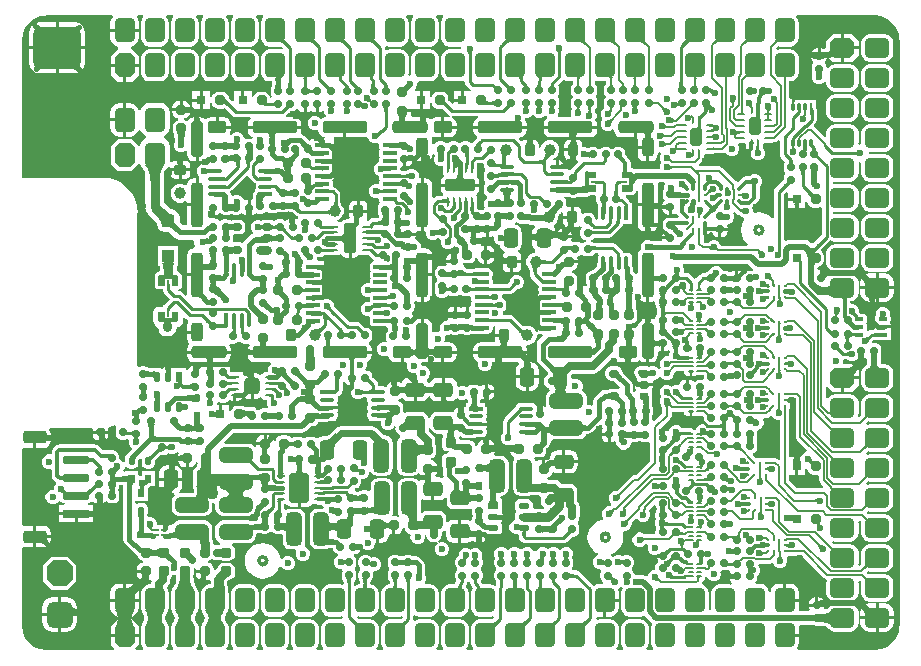
<source format=gbr>
%TF.GenerationSoftware,Altium Limited,Altium Designer,21.9.2 (33)*%
G04 Layer_Physical_Order=1*
G04 Layer_Color=255*
%FSLAX45Y45*%
%MOMM*%
%TF.SameCoordinates,7777544D-92F5-45BF-99EE-D781317D7DBF*%
%TF.FilePolarity,Positive*%
%TF.FileFunction,Copper,L1,Top,Signal*%
%TF.Part,Single*%
G01*
G75*
%TA.AperFunction,NonConductor*%
%ADD10C,0.34000*%
%TA.AperFunction,BGAPad,CuDef*%
%ADD11C,0.25000*%
%TA.AperFunction,SMDPad,CuDef*%
G04:AMPARAMS|DCode=12|XSize=0.25mm|YSize=0.25mm|CornerRadius=0.0375mm|HoleSize=0mm|Usage=FLASHONLY|Rotation=180.000|XOffset=0mm|YOffset=0mm|HoleType=Round|Shape=RoundedRectangle|*
%AMROUNDEDRECTD12*
21,1,0.25000,0.17500,0,0,180.0*
21,1,0.17500,0.25000,0,0,180.0*
1,1,0.07500,-0.08750,0.08750*
1,1,0.07500,0.08750,0.08750*
1,1,0.07500,0.08750,-0.08750*
1,1,0.07500,-0.08750,-0.08750*
%
%ADD12ROUNDEDRECTD12*%
%ADD13R,0.50000X0.20000*%
G04:AMPARAMS|DCode=14|XSize=0.25mm|YSize=0.65mm|CornerRadius=0.0625mm|HoleSize=0mm|Usage=FLASHONLY|Rotation=90.000|XOffset=0mm|YOffset=0mm|HoleType=Round|Shape=RoundedRectangle|*
%AMROUNDEDRECTD14*
21,1,0.25000,0.52500,0,0,90.0*
21,1,0.12500,0.65000,0,0,90.0*
1,1,0.12500,0.26250,0.06250*
1,1,0.12500,0.26250,-0.06250*
1,1,0.12500,-0.26250,-0.06250*
1,1,0.12500,-0.26250,0.06250*
%
%ADD14ROUNDEDRECTD14*%
G04:AMPARAMS|DCode=15|XSize=0.25mm|YSize=0.65mm|CornerRadius=0.0625mm|HoleSize=0mm|Usage=FLASHONLY|Rotation=0.000|XOffset=0mm|YOffset=0mm|HoleType=Round|Shape=RoundedRectangle|*
%AMROUNDEDRECTD15*
21,1,0.25000,0.52500,0,0,0.0*
21,1,0.12500,0.65000,0,0,0.0*
1,1,0.12500,0.06250,-0.26250*
1,1,0.12500,-0.06250,-0.26250*
1,1,0.12500,-0.06250,0.26250*
1,1,0.12500,0.06250,0.26250*
%
%ADD15ROUNDEDRECTD15*%
G04:AMPARAMS|DCode=16|XSize=1mm|YSize=1.5mm|CornerRadius=0.25mm|HoleSize=0mm|Usage=FLASHONLY|Rotation=0.000|XOffset=0mm|YOffset=0mm|HoleType=Round|Shape=RoundedRectangle|*
%AMROUNDEDRECTD16*
21,1,1.00000,1.00000,0,0,0.0*
21,1,0.50000,1.50000,0,0,0.0*
1,1,0.50000,0.25000,-0.50000*
1,1,0.50000,-0.25000,-0.50000*
1,1,0.50000,-0.25000,0.50000*
1,1,0.50000,0.25000,0.50000*
%
%ADD16ROUNDEDRECTD16*%
G04:AMPARAMS|DCode=17|XSize=0.6mm|YSize=0.6mm|CornerRadius=0.15mm|HoleSize=0mm|Usage=FLASHONLY|Rotation=90.000|XOffset=0mm|YOffset=0mm|HoleType=Round|Shape=RoundedRectangle|*
%AMROUNDEDRECTD17*
21,1,0.60000,0.30000,0,0,90.0*
21,1,0.30000,0.60000,0,0,90.0*
1,1,0.30000,0.15000,0.15000*
1,1,0.30000,0.15000,-0.15000*
1,1,0.30000,-0.15000,-0.15000*
1,1,0.30000,-0.15000,0.15000*
%
%ADD17ROUNDEDRECTD17*%
%ADD18R,0.45000X0.18000*%
G04:AMPARAMS|DCode=19|XSize=0.18mm|YSize=0.45mm|CornerRadius=0.027mm|HoleSize=0mm|Usage=FLASHONLY|Rotation=90.000|XOffset=0mm|YOffset=0mm|HoleType=Round|Shape=RoundedRectangle|*
%AMROUNDEDRECTD19*
21,1,0.18000,0.39600,0,0,90.0*
21,1,0.12600,0.45000,0,0,90.0*
1,1,0.05400,0.19800,0.06300*
1,1,0.05400,0.19800,-0.06300*
1,1,0.05400,-0.19800,-0.06300*
1,1,0.05400,-0.19800,0.06300*
%
%ADD19ROUNDEDRECTD19*%
%ADD20R,0.70000X0.25000*%
G04:AMPARAMS|DCode=21|XSize=0.25mm|YSize=0.7mm|CornerRadius=0.0625mm|HoleSize=0mm|Usage=FLASHONLY|Rotation=90.000|XOffset=0mm|YOffset=0mm|HoleType=Round|Shape=RoundedRectangle|*
%AMROUNDEDRECTD21*
21,1,0.25000,0.57500,0,0,90.0*
21,1,0.12500,0.70000,0,0,90.0*
1,1,0.12500,0.28750,0.06250*
1,1,0.12500,0.28750,-0.06250*
1,1,0.12500,-0.28750,-0.06250*
1,1,0.12500,-0.28750,0.06250*
%
%ADD21ROUNDEDRECTD21*%
G04:AMPARAMS|DCode=22|XSize=2.5mm|YSize=1.7mm|CornerRadius=0.17mm|HoleSize=0mm|Usage=FLASHONLY|Rotation=90.000|XOffset=0mm|YOffset=0mm|HoleType=Round|Shape=RoundedRectangle|*
%AMROUNDEDRECTD22*
21,1,2.50000,1.36000,0,0,90.0*
21,1,2.16000,1.70000,0,0,90.0*
1,1,0.34000,0.68000,1.08000*
1,1,0.34000,0.68000,-1.08000*
1,1,0.34000,-0.68000,-1.08000*
1,1,0.34000,-0.68000,1.08000*
%
%ADD22ROUNDEDRECTD22*%
G04:AMPARAMS|DCode=23|XSize=0.35mm|YSize=1.15mm|CornerRadius=0.0875mm|HoleSize=0mm|Usage=FLASHONLY|Rotation=90.000|XOffset=0mm|YOffset=0mm|HoleType=Round|Shape=RoundedRectangle|*
%AMROUNDEDRECTD23*
21,1,0.35000,0.97500,0,0,90.0*
21,1,0.17500,1.15000,0,0,90.0*
1,1,0.17500,0.48750,0.08750*
1,1,0.17500,0.48750,-0.08750*
1,1,0.17500,-0.48750,-0.08750*
1,1,0.17500,-0.48750,0.08750*
%
%ADD23ROUNDEDRECTD23*%
%ADD24R,1.15000X0.35000*%
%ADD25R,0.90000X0.55000*%
G04:AMPARAMS|DCode=26|XSize=0.55mm|YSize=0.9mm|CornerRadius=0.1375mm|HoleSize=0mm|Usage=FLASHONLY|Rotation=90.000|XOffset=0mm|YOffset=0mm|HoleType=Round|Shape=RoundedRectangle|*
%AMROUNDEDRECTD26*
21,1,0.55000,0.62500,0,0,90.0*
21,1,0.27500,0.90000,0,0,90.0*
1,1,0.27500,0.31250,0.13750*
1,1,0.27500,0.31250,-0.13750*
1,1,0.27500,-0.31250,-0.13750*
1,1,0.27500,-0.31250,0.13750*
%
%ADD26ROUNDEDRECTD26*%
%ADD27R,0.55000X0.90000*%
G04:AMPARAMS|DCode=28|XSize=0.55mm|YSize=0.9mm|CornerRadius=0.1375mm|HoleSize=0mm|Usage=FLASHONLY|Rotation=0.000|XOffset=0mm|YOffset=0mm|HoleType=Round|Shape=RoundedRectangle|*
%AMROUNDEDRECTD28*
21,1,0.55000,0.62500,0,0,0.0*
21,1,0.27500,0.90000,0,0,0.0*
1,1,0.27500,0.13750,-0.31250*
1,1,0.27500,-0.13750,-0.31250*
1,1,0.27500,-0.13750,0.31250*
1,1,0.27500,0.13750,0.31250*
%
%ADD28ROUNDEDRECTD28*%
G04:AMPARAMS|DCode=29|XSize=1.4mm|YSize=1.3mm|CornerRadius=0.325mm|HoleSize=0mm|Usage=FLASHONLY|Rotation=90.000|XOffset=0mm|YOffset=0mm|HoleType=Round|Shape=RoundedRectangle|*
%AMROUNDEDRECTD29*
21,1,1.40000,0.65000,0,0,90.0*
21,1,0.75000,1.30000,0,0,90.0*
1,1,0.65000,0.32500,0.37500*
1,1,0.65000,0.32500,-0.37500*
1,1,0.65000,-0.32500,-0.37500*
1,1,0.65000,-0.32500,0.37500*
%
%ADD29ROUNDEDRECTD29*%
%ADD30R,0.80000X0.60000*%
G04:AMPARAMS|DCode=31|XSize=0.6mm|YSize=0.8mm|CornerRadius=0.15mm|HoleSize=0mm|Usage=FLASHONLY|Rotation=270.000|XOffset=0mm|YOffset=0mm|HoleType=Round|Shape=RoundedRectangle|*
%AMROUNDEDRECTD31*
21,1,0.60000,0.50000,0,0,270.0*
21,1,0.30000,0.80000,0,0,270.0*
1,1,0.30000,-0.25000,-0.15000*
1,1,0.30000,-0.25000,0.15000*
1,1,0.30000,0.25000,0.15000*
1,1,0.30000,0.25000,-0.15000*
%
%ADD31ROUNDEDRECTD31*%
G04:AMPARAMS|DCode=32|XSize=0.35mm|YSize=0.7mm|CornerRadius=0.0875mm|HoleSize=0mm|Usage=FLASHONLY|Rotation=270.000|XOffset=0mm|YOffset=0mm|HoleType=Round|Shape=RoundedRectangle|*
%AMROUNDEDRECTD32*
21,1,0.35000,0.52501,0,0,270.0*
21,1,0.17500,0.70000,0,0,270.0*
1,1,0.17500,-0.26250,-0.08750*
1,1,0.17500,-0.26250,0.08750*
1,1,0.17500,0.26250,0.08750*
1,1,0.17500,0.26250,-0.08750*
%
%ADD32ROUNDEDRECTD32*%
%ADD33R,0.70000X0.35000*%
%ADD34R,0.27000X0.65000*%
G04:AMPARAMS|DCode=35|XSize=0.27mm|YSize=0.65mm|CornerRadius=0.0675mm|HoleSize=0mm|Usage=FLASHONLY|Rotation=0.000|XOffset=0mm|YOffset=0mm|HoleType=Round|Shape=RoundedRectangle|*
%AMROUNDEDRECTD35*
21,1,0.27000,0.51501,0,0,0.0*
21,1,0.13500,0.65000,0,0,0.0*
1,1,0.13500,0.06750,-0.25750*
1,1,0.13500,-0.06750,-0.25750*
1,1,0.13500,-0.06750,0.25750*
1,1,0.13500,0.06750,0.25750*
%
%ADD35ROUNDEDRECTD35*%
%ADD36R,1.20000X0.35000*%
G04:AMPARAMS|DCode=37|XSize=0.35mm|YSize=1.2mm|CornerRadius=0.0875mm|HoleSize=0mm|Usage=FLASHONLY|Rotation=90.000|XOffset=0mm|YOffset=0mm|HoleType=Round|Shape=RoundedRectangle|*
%AMROUNDEDRECTD37*
21,1,0.35000,1.02500,0,0,90.0*
21,1,0.17500,1.20000,0,0,90.0*
1,1,0.17500,0.51250,0.08750*
1,1,0.17500,0.51250,-0.08750*
1,1,0.17500,-0.51250,-0.08750*
1,1,0.17500,-0.51250,0.08750*
%
%ADD37ROUNDEDRECTD37*%
G04:AMPARAMS|DCode=38|XSize=2.55mm|YSize=1.1mm|CornerRadius=0.275mm|HoleSize=0mm|Usage=FLASHONLY|Rotation=90.000|XOffset=0mm|YOffset=0mm|HoleType=Round|Shape=RoundedRectangle|*
%AMROUNDEDRECTD38*
21,1,2.55000,0.55000,0,0,90.0*
21,1,2.00000,1.10000,0,0,90.0*
1,1,0.55000,0.27500,1.00000*
1,1,0.55000,0.27500,-1.00000*
1,1,0.55000,-0.27500,-1.00000*
1,1,0.55000,-0.27500,1.00000*
%
%ADD38ROUNDEDRECTD38*%
G04:AMPARAMS|DCode=39|XSize=0.25mm|YSize=0.85mm|CornerRadius=0.0625mm|HoleSize=0mm|Usage=FLASHONLY|Rotation=90.000|XOffset=0mm|YOffset=0mm|HoleType=Round|Shape=RoundedRectangle|*
%AMROUNDEDRECTD39*
21,1,0.25000,0.72500,0,0,90.0*
21,1,0.12500,0.85000,0,0,90.0*
1,1,0.12500,0.36250,0.06250*
1,1,0.12500,0.36250,-0.06250*
1,1,0.12500,-0.36250,-0.06250*
1,1,0.12500,-0.36250,0.06250*
%
%ADD39ROUNDEDRECTD39*%
%ADD40R,0.85000X0.25000*%
G04:AMPARAMS|DCode=41|XSize=0.35mm|YSize=1.15mm|CornerRadius=0.0875mm|HoleSize=0mm|Usage=FLASHONLY|Rotation=180.000|XOffset=0mm|YOffset=0mm|HoleType=Round|Shape=RoundedRectangle|*
%AMROUNDEDRECTD41*
21,1,0.35000,0.97500,0,0,180.0*
21,1,0.17500,1.15000,0,0,180.0*
1,1,0.17500,-0.08750,0.48750*
1,1,0.17500,0.08750,0.48750*
1,1,0.17500,0.08750,-0.48750*
1,1,0.17500,-0.08750,-0.48750*
%
%ADD41ROUNDEDRECTD41*%
%ADD42R,0.35000X1.15000*%
G04:AMPARAMS|DCode=43|XSize=2.55mm|YSize=1.1mm|CornerRadius=0.275mm|HoleSize=0mm|Usage=FLASHONLY|Rotation=0.000|XOffset=0mm|YOffset=0mm|HoleType=Round|Shape=RoundedRectangle|*
%AMROUNDEDRECTD43*
21,1,2.55000,0.55000,0,0,0.0*
21,1,2.00000,1.10000,0,0,0.0*
1,1,0.55000,1.00000,-0.27500*
1,1,0.55000,-1.00000,-0.27500*
1,1,0.55000,-1.00000,0.27500*
1,1,0.55000,1.00000,0.27500*
%
%ADD43ROUNDEDRECTD43*%
G04:AMPARAMS|DCode=44|XSize=0.25mm|YSize=0.85mm|CornerRadius=0.0625mm|HoleSize=0mm|Usage=FLASHONLY|Rotation=0.000|XOffset=0mm|YOffset=0mm|HoleType=Round|Shape=RoundedRectangle|*
%AMROUNDEDRECTD44*
21,1,0.25000,0.72500,0,0,0.0*
21,1,0.12500,0.85000,0,0,0.0*
1,1,0.12500,0.06250,-0.36250*
1,1,0.12500,-0.06250,-0.36250*
1,1,0.12500,-0.06250,0.36250*
1,1,0.12500,0.06250,0.36250*
%
%ADD44ROUNDEDRECTD44*%
%ADD45R,0.25000X0.85000*%
%ADD46C,1.00000*%
G04:AMPARAMS|DCode=47|XSize=0.8mm|YSize=1mm|CornerRadius=0.04mm|HoleSize=0mm|Usage=FLASHONLY|Rotation=90.000|XOffset=0mm|YOffset=0mm|HoleType=Round|Shape=RoundedRectangle|*
%AMROUNDEDRECTD47*
21,1,0.80000,0.92000,0,0,90.0*
21,1,0.72000,1.00000,0,0,90.0*
1,1,0.08000,0.46000,0.36000*
1,1,0.08000,0.46000,-0.36000*
1,1,0.08000,-0.46000,-0.36000*
1,1,0.08000,-0.46000,0.36000*
%
%ADD47ROUNDEDRECTD47*%
G04:AMPARAMS|DCode=48|XSize=0.8mm|YSize=1mm|CornerRadius=0.04mm|HoleSize=0mm|Usage=FLASHONLY|Rotation=180.000|XOffset=0mm|YOffset=0mm|HoleType=Round|Shape=RoundedRectangle|*
%AMROUNDEDRECTD48*
21,1,0.80000,0.92000,0,0,180.0*
21,1,0.72000,1.00000,0,0,180.0*
1,1,0.08000,-0.36000,0.46000*
1,1,0.08000,0.36000,0.46000*
1,1,0.08000,0.36000,-0.46000*
1,1,0.08000,-0.36000,-0.46000*
%
%ADD48ROUNDEDRECTD48*%
G04:AMPARAMS|DCode=49|XSize=0.6mm|YSize=0.7mm|CornerRadius=0.15mm|HoleSize=0mm|Usage=FLASHONLY|Rotation=0.000|XOffset=0mm|YOffset=0mm|HoleType=Round|Shape=RoundedRectangle|*
%AMROUNDEDRECTD49*
21,1,0.60000,0.40000,0,0,0.0*
21,1,0.30000,0.70000,0,0,0.0*
1,1,0.30000,0.15000,-0.20000*
1,1,0.30000,-0.15000,-0.20000*
1,1,0.30000,-0.15000,0.20000*
1,1,0.30000,0.15000,0.20000*
%
%ADD49ROUNDEDRECTD49*%
G04:AMPARAMS|DCode=50|XSize=0.6mm|YSize=0.6mm|CornerRadius=0.15mm|HoleSize=0mm|Usage=FLASHONLY|Rotation=0.000|XOffset=0mm|YOffset=0mm|HoleType=Round|Shape=RoundedRectangle|*
%AMROUNDEDRECTD50*
21,1,0.60000,0.30000,0,0,0.0*
21,1,0.30000,0.60000,0,0,0.0*
1,1,0.30000,0.15000,-0.15000*
1,1,0.30000,-0.15000,-0.15000*
1,1,0.30000,-0.15000,0.15000*
1,1,0.30000,0.15000,0.15000*
%
%ADD50ROUNDEDRECTD50*%
%ADD51O,1.70000X0.30000*%
%ADD52R,0.24000X0.70000*%
%ADD53O,0.30000X1.70000*%
%ADD54R,0.70000X0.24000*%
%ADD55R,2.20000X0.70000*%
G04:AMPARAMS|DCode=56|XSize=2.2mm|YSize=0.7mm|CornerRadius=0.175mm|HoleSize=0mm|Usage=FLASHONLY|Rotation=180.000|XOffset=0mm|YOffset=0mm|HoleType=Round|Shape=RoundedRectangle|*
%AMROUNDEDRECTD56*
21,1,2.20000,0.35000,0,0,180.0*
21,1,1.85000,0.70000,0,0,180.0*
1,1,0.35000,-0.92500,0.17500*
1,1,0.35000,0.92500,0.17500*
1,1,0.35000,0.92500,-0.17500*
1,1,0.35000,-0.92500,-0.17500*
%
%ADD56ROUNDEDRECTD56*%
G04:AMPARAMS|DCode=57|XSize=2mm|YSize=1.1mm|CornerRadius=0.275mm|HoleSize=0mm|Usage=FLASHONLY|Rotation=180.000|XOffset=0mm|YOffset=0mm|HoleType=Round|Shape=RoundedRectangle|*
%AMROUNDEDRECTD57*
21,1,2.00000,0.55000,0,0,180.0*
21,1,1.45000,1.10000,0,0,180.0*
1,1,0.55000,-0.72500,0.27500*
1,1,0.55000,0.72500,0.27500*
1,1,0.55000,0.72500,-0.27500*
1,1,0.55000,-0.72500,-0.27500*
%
%ADD57ROUNDEDRECTD57*%
G04:AMPARAMS|DCode=58|XSize=3mm|YSize=1mm|CornerRadius=0.25mm|HoleSize=0mm|Usage=FLASHONLY|Rotation=90.000|XOffset=0mm|YOffset=0mm|HoleType=Round|Shape=RoundedRectangle|*
%AMROUNDEDRECTD58*
21,1,3.00000,0.50000,0,0,90.0*
21,1,2.50000,1.00000,0,0,90.0*
1,1,0.50000,0.25000,1.25000*
1,1,0.50000,0.25000,-1.25000*
1,1,0.50000,-0.25000,-1.25000*
1,1,0.50000,-0.25000,1.25000*
%
%ADD58ROUNDEDRECTD58*%
%TA.AperFunction,SMDPad,SMDef*%
G04:AMPARAMS|DCode=59|XSize=3.8mm|YSize=1mm|CornerRadius=0.25mm|HoleSize=0mm|Usage=FLASHONLY|Rotation=90.000|XOffset=0mm|YOffset=0mm|HoleType=Round|Shape=RoundedRectangle|*
%AMROUNDEDRECTD59*
21,1,3.80000,0.50000,0,0,90.0*
21,1,3.30000,1.00000,0,0,90.0*
1,1,0.50000,0.25000,1.65000*
1,1,0.50000,0.25000,-1.65000*
1,1,0.50000,-0.25000,-1.65000*
1,1,0.50000,-0.25000,1.65000*
%
%ADD59ROUNDEDRECTD59*%
%TA.AperFunction,SMDPad,CuDef*%
G04:AMPARAMS|DCode=60|XSize=1.6mm|YSize=1mm|CornerRadius=0.25mm|HoleSize=0mm|Usage=FLASHONLY|Rotation=180.000|XOffset=0mm|YOffset=0mm|HoleType=Round|Shape=RoundedRectangle|*
%AMROUNDEDRECTD60*
21,1,1.60000,0.50000,0,0,180.0*
21,1,1.10000,1.00000,0,0,180.0*
1,1,0.50000,-0.55000,0.25000*
1,1,0.50000,0.55000,0.25000*
1,1,0.50000,0.55000,-0.25000*
1,1,0.50000,-0.55000,-0.25000*
%
%ADD60ROUNDEDRECTD60*%
G04:AMPARAMS|DCode=61|XSize=3mm|YSize=1mm|CornerRadius=0.25mm|HoleSize=0mm|Usage=FLASHONLY|Rotation=0.000|XOffset=0mm|YOffset=0mm|HoleType=Round|Shape=RoundedRectangle|*
%AMROUNDEDRECTD61*
21,1,3.00000,0.50000,0,0,0.0*
21,1,2.50000,1.00000,0,0,0.0*
1,1,0.50000,1.25000,-0.25000*
1,1,0.50000,-1.25000,-0.25000*
1,1,0.50000,-1.25000,0.25000*
1,1,0.50000,1.25000,0.25000*
%
%ADD61ROUNDEDRECTD61*%
%TA.AperFunction,SMDPad,SMDef*%
G04:AMPARAMS|DCode=62|XSize=3.8mm|YSize=1mm|CornerRadius=0.25mm|HoleSize=0mm|Usage=FLASHONLY|Rotation=0.000|XOffset=0mm|YOffset=0mm|HoleType=Round|Shape=RoundedRectangle|*
%AMROUNDEDRECTD62*
21,1,3.80000,0.50000,0,0,0.0*
21,1,3.30000,1.00000,0,0,0.0*
1,1,0.50000,1.65000,-0.25000*
1,1,0.50000,-1.65000,-0.25000*
1,1,0.50000,-1.65000,0.25000*
1,1,0.50000,1.65000,0.25000*
%
%ADD62ROUNDEDRECTD62*%
%TA.AperFunction,SMDPad,CuDef*%
G04:AMPARAMS|DCode=63|XSize=1.6mm|YSize=1mm|CornerRadius=0.25mm|HoleSize=0mm|Usage=FLASHONLY|Rotation=90.000|XOffset=0mm|YOffset=0mm|HoleType=Round|Shape=RoundedRectangle|*
%AMROUNDEDRECTD63*
21,1,1.60000,0.50000,0,0,90.0*
21,1,1.10000,1.00000,0,0,90.0*
1,1,0.50000,0.25000,0.55000*
1,1,0.50000,0.25000,-0.55000*
1,1,0.50000,-0.25000,-0.55000*
1,1,0.50000,-0.25000,0.55000*
%
%ADD63ROUNDEDRECTD63*%
G04:AMPARAMS|DCode=64|XSize=2.8mm|YSize=1.3mm|CornerRadius=0.325mm|HoleSize=0mm|Usage=FLASHONLY|Rotation=90.000|XOffset=0mm|YOffset=0mm|HoleType=Round|Shape=RoundedRectangle|*
%AMROUNDEDRECTD64*
21,1,2.80000,0.65000,0,0,90.0*
21,1,2.15000,1.30000,0,0,90.0*
1,1,0.65000,0.32500,1.07500*
1,1,0.65000,0.32500,-1.07500*
1,1,0.65000,-0.32500,-1.07500*
1,1,0.65000,-0.32500,1.07500*
%
%ADD64ROUNDEDRECTD64*%
G04:AMPARAMS|DCode=65|XSize=2.8mm|YSize=1.3mm|CornerRadius=0.325mm|HoleSize=0mm|Usage=FLASHONLY|Rotation=0.000|XOffset=0mm|YOffset=0mm|HoleType=Round|Shape=RoundedRectangle|*
%AMROUNDEDRECTD65*
21,1,2.80000,0.65000,0,0,0.0*
21,1,2.15000,1.30000,0,0,0.0*
1,1,0.65000,1.07500,-0.32500*
1,1,0.65000,-1.07500,-0.32500*
1,1,0.65000,-1.07500,0.32500*
1,1,0.65000,1.07500,0.32500*
%
%ADD65ROUNDEDRECTD65*%
G04:AMPARAMS|DCode=66|XSize=0.9mm|YSize=0.8mm|CornerRadius=0.2mm|HoleSize=0mm|Usage=FLASHONLY|Rotation=180.000|XOffset=0mm|YOffset=0mm|HoleType=Round|Shape=RoundedRectangle|*
%AMROUNDEDRECTD66*
21,1,0.90000,0.40000,0,0,180.0*
21,1,0.50000,0.80000,0,0,180.0*
1,1,0.40000,-0.25000,0.20000*
1,1,0.40000,0.25000,0.20000*
1,1,0.40000,0.25000,-0.20000*
1,1,0.40000,-0.25000,-0.20000*
%
%ADD66ROUNDEDRECTD66*%
%ADD67R,0.80000X0.80000*%
G04:AMPARAMS|DCode=68|XSize=0.8mm|YSize=0.8mm|CornerRadius=0.2mm|HoleSize=0mm|Usage=FLASHONLY|Rotation=90.000|XOffset=0mm|YOffset=0mm|HoleType=Round|Shape=RoundedRectangle|*
%AMROUNDEDRECTD68*
21,1,0.80000,0.40000,0,0,90.0*
21,1,0.40000,0.80000,0,0,90.0*
1,1,0.40000,0.20000,0.20000*
1,1,0.40000,0.20000,-0.20000*
1,1,0.40000,-0.20000,-0.20000*
1,1,0.40000,-0.20000,0.20000*
%
%ADD68ROUNDEDRECTD68*%
%ADD69R,0.50000X0.70000*%
G04:AMPARAMS|DCode=70|XSize=0.5mm|YSize=0.7mm|CornerRadius=0.125mm|HoleSize=0mm|Usage=FLASHONLY|Rotation=180.000|XOffset=0mm|YOffset=0mm|HoleType=Round|Shape=RoundedRectangle|*
%AMROUNDEDRECTD70*
21,1,0.50000,0.45000,0,0,180.0*
21,1,0.25000,0.70000,0,0,180.0*
1,1,0.25000,-0.12500,0.22500*
1,1,0.25000,0.12500,0.22500*
1,1,0.25000,0.12500,-0.22500*
1,1,0.25000,-0.12500,-0.22500*
%
%ADD70ROUNDEDRECTD70*%
%ADD71R,1.10000X1.10000*%
G04:AMPARAMS|DCode=72|XSize=1.1mm|YSize=1.1mm|CornerRadius=0.275mm|HoleSize=0mm|Usage=FLASHONLY|Rotation=180.000|XOffset=0mm|YOffset=0mm|HoleType=Round|Shape=RoundedRectangle|*
%AMROUNDEDRECTD72*
21,1,1.10000,0.55000,0,0,180.0*
21,1,0.55000,1.10000,0,0,180.0*
1,1,0.55000,-0.27500,0.27500*
1,1,0.55000,0.27500,0.27500*
1,1,0.55000,0.27500,-0.27500*
1,1,0.55000,-0.27500,-0.27500*
%
%ADD72ROUNDEDRECTD72*%
G04:AMPARAMS|DCode=73|XSize=1.65mm|YSize=1.25mm|CornerRadius=0.3125mm|HoleSize=0mm|Usage=FLASHONLY|Rotation=0.000|XOffset=0mm|YOffset=0mm|HoleType=Round|Shape=RoundedRectangle|*
%AMROUNDEDRECTD73*
21,1,1.65000,0.62500,0,0,0.0*
21,1,1.02500,1.25000,0,0,0.0*
1,1,0.62500,0.51250,-0.31250*
1,1,0.62500,-0.51250,-0.31250*
1,1,0.62500,-0.51250,0.31250*
1,1,0.62500,0.51250,0.31250*
%
%ADD73ROUNDEDRECTD73*%
G04:AMPARAMS|DCode=74|XSize=1.65mm|YSize=1.25mm|CornerRadius=0.3125mm|HoleSize=0mm|Usage=FLASHONLY|Rotation=270.000|XOffset=0mm|YOffset=0mm|HoleType=Round|Shape=RoundedRectangle|*
%AMROUNDEDRECTD74*
21,1,1.65000,0.62500,0,0,270.0*
21,1,1.02500,1.25000,0,0,270.0*
1,1,0.62500,-0.31250,-0.51250*
1,1,0.62500,-0.31250,0.51250*
1,1,0.62500,0.31250,0.51250*
1,1,0.62500,0.31250,-0.51250*
%
%ADD74ROUNDEDRECTD74*%
G04:AMPARAMS|DCode=75|XSize=0.8mm|YSize=0.8mm|CornerRadius=0.2mm|HoleSize=0mm|Usage=FLASHONLY|Rotation=180.000|XOffset=0mm|YOffset=0mm|HoleType=Round|Shape=RoundedRectangle|*
%AMROUNDEDRECTD75*
21,1,0.80000,0.40000,0,0,180.0*
21,1,0.40000,0.80000,0,0,180.0*
1,1,0.40000,-0.20000,0.20000*
1,1,0.40000,0.20000,0.20000*
1,1,0.40000,0.20000,-0.20000*
1,1,0.40000,-0.20000,-0.20000*
%
%ADD75ROUNDEDRECTD75*%
%TA.AperFunction,Conductor*%
%ADD76C,0.25000*%
%ADD77C,0.15000*%
%ADD78C,0.30000*%
%ADD79C,0.40000*%
%ADD80C,0.20000*%
%ADD81C,0.18000*%
%ADD82C,0.50000*%
%ADD83C,0.70000*%
%ADD84C,0.60000*%
%ADD85C,0.80000*%
%ADD86C,1.00000*%
%ADD87C,0.24000*%
%TA.AperFunction,ComponentPad*%
G04:AMPARAMS|DCode=88|XSize=1.7mm|YSize=2.1mm|CornerRadius=0mm|HoleSize=0mm|Usage=FLASHONLY|Rotation=270.000|XOffset=0mm|YOffset=0mm|HoleType=Round|Shape=Octagon|*
%AMOCTAGOND88*
4,1,8,1.05000,0.42500,1.05000,-0.42500,0.62500,-0.85000,-0.62500,-0.85000,-1.05000,-0.42500,-1.05000,0.42500,-0.62500,0.85000,0.62500,0.85000,1.05000,0.42500,0.0*
%
%ADD88OCTAGOND88*%

G04:AMPARAMS|DCode=89|XSize=1.7mm|YSize=2.1mm|CornerRadius=0.425mm|HoleSize=0mm|Usage=FLASHONLY|Rotation=270.000|XOffset=0mm|YOffset=0mm|HoleType=Round|Shape=RoundedRectangle|*
%AMROUNDEDRECTD89*
21,1,1.70000,1.25001,0,0,270.0*
21,1,0.85000,2.10000,0,0,270.0*
1,1,0.85000,-0.62500,-0.42500*
1,1,0.85000,-0.62500,0.42500*
1,1,0.85000,0.62500,0.42500*
1,1,0.85000,0.62500,-0.42500*
%
%ADD89ROUNDEDRECTD89*%
G04:AMPARAMS|DCode=90|XSize=1.7mm|YSize=2.1mm|CornerRadius=0.425mm|HoleSize=0mm|Usage=FLASHONLY|Rotation=0.000|XOffset=0mm|YOffset=0mm|HoleType=Round|Shape=RoundedRectangle|*
%AMROUNDEDRECTD90*
21,1,1.70000,1.25001,0,0,0.0*
21,1,0.85000,2.10000,0,0,0.0*
1,1,0.85000,0.42500,-0.62500*
1,1,0.85000,-0.42500,-0.62500*
1,1,0.85000,-0.42500,0.62500*
1,1,0.85000,0.42500,0.62500*
%
%ADD90ROUNDEDRECTD90*%
G04:AMPARAMS|DCode=91|XSize=1.7mm|YSize=2.1mm|CornerRadius=0mm|HoleSize=0mm|Usage=FLASHONLY|Rotation=0.000|XOffset=0mm|YOffset=0mm|HoleType=Round|Shape=Octagon|*
%AMOCTAGOND91*
4,1,8,-0.42500,1.05000,0.42500,1.05000,0.85000,0.62500,0.85000,-0.62500,0.42500,-1.05000,-0.42500,-1.05000,-0.85000,-0.62500,-0.85000,0.62500,-0.42500,1.05000,0.0*
%
%ADD91OCTAGOND91*%

G04:AMPARAMS|DCode=92|XSize=4mm|YSize=3.6mm|CornerRadius=0.54mm|HoleSize=0mm|Usage=FLASHONLY|Rotation=0.000|XOffset=0mm|YOffset=0mm|HoleType=Round|Shape=RoundedRectangle|*
%AMROUNDEDRECTD92*
21,1,4.00000,2.52000,0,0,0.0*
21,1,2.92000,3.60000,0,0,0.0*
1,1,1.08000,1.46000,-1.26000*
1,1,1.08000,-1.46000,-1.26000*
1,1,1.08000,-1.46000,1.26000*
1,1,1.08000,1.46000,1.26000*
%
%ADD92ROUNDEDRECTD92*%
G04:AMPARAMS|DCode=93|XSize=2.2mm|YSize=2.2mm|CornerRadius=0.55mm|HoleSize=0mm|Usage=FLASHONLY|Rotation=270.000|XOffset=0mm|YOffset=0mm|HoleType=Round|Shape=RoundedRectangle|*
%AMROUNDEDRECTD93*
21,1,2.20000,1.10000,0,0,270.0*
21,1,1.10000,2.20000,0,0,270.0*
1,1,1.10000,-0.55000,-0.55000*
1,1,1.10000,-0.55000,0.55000*
1,1,1.10000,0.55000,0.55000*
1,1,1.10000,0.55000,-0.55000*
%
%ADD93ROUNDEDRECTD93*%
G04:AMPARAMS|DCode=94|XSize=2.2mm|YSize=2.2mm|CornerRadius=0mm|HoleSize=0mm|Usage=FLASHONLY|Rotation=270.000|XOffset=0mm|YOffset=0mm|HoleType=Round|Shape=Octagon|*
%AMOCTAGOND94*
4,1,8,-0.55000,-1.10000,0.55000,-1.10000,1.10000,-0.55000,1.10000,0.55000,0.55000,1.10000,-0.55000,1.10000,-1.10000,0.55000,-1.10000,-0.55000,-0.55000,-1.10000,0.0*
%
%ADD94OCTAGOND94*%

%TA.AperFunction,ViaPad*%
%ADD95C,0.60000*%
%ADD96C,1.10000*%
G36*
X7560322Y5189773D02*
X7559154Y5190590D01*
X7557739Y5190949D01*
X7556075Y5190852D01*
X7554164Y5190298D01*
X7552005Y5189288D01*
X7549599Y5187822D01*
X7546946Y5185899D01*
X7544044Y5183519D01*
X7537498Y5177391D01*
X7526891Y5187997D01*
X7530184Y5191394D01*
X7535399Y5197445D01*
X7537322Y5200099D01*
X7538789Y5202505D01*
X7539798Y5204664D01*
X7540352Y5206575D01*
X7540449Y5208238D01*
X7540090Y5209654D01*
X7539274Y5210822D01*
X7560322Y5189773D01*
D02*
G37*
G36*
X7306322D02*
X7305154Y5190590D01*
X7303739Y5190949D01*
X7302075Y5190852D01*
X7300164Y5190298D01*
X7298005Y5189288D01*
X7295599Y5187822D01*
X7292946Y5185899D01*
X7290044Y5183519D01*
X7283498Y5177391D01*
X7272891Y5187997D01*
X7276184Y5191394D01*
X7281399Y5197445D01*
X7283322Y5200099D01*
X7284789Y5202505D01*
X7285798Y5204664D01*
X7286352Y5206575D01*
X7286449Y5208238D01*
X7286090Y5209654D01*
X7285274Y5210822D01*
X7306322Y5189773D01*
D02*
G37*
G36*
X7052322D02*
X7051154Y5190590D01*
X7049739Y5190949D01*
X7048075Y5190852D01*
X7046164Y5190298D01*
X7044005Y5189288D01*
X7041599Y5187822D01*
X7038946Y5185899D01*
X7036044Y5183519D01*
X7029498Y5177391D01*
X7018891Y5187997D01*
X7022184Y5191394D01*
X7027399Y5197445D01*
X7029322Y5200099D01*
X7030789Y5202505D01*
X7031798Y5204664D01*
X7032352Y5206575D01*
X7032449Y5208238D01*
X7032090Y5209654D01*
X7031274Y5210822D01*
X7052322Y5189773D01*
D02*
G37*
G36*
X6809174Y5186581D02*
X6807207Y5187923D01*
X6804788Y5188465D01*
X6801918Y5188207D01*
X6798597Y5187149D01*
X6794824Y5185292D01*
X6790600Y5182636D01*
X6785924Y5179179D01*
X6780797Y5174923D01*
X6769189Y5164011D01*
X6751511Y5181689D01*
X6757367Y5187718D01*
X6766679Y5198424D01*
X6770136Y5203100D01*
X6772792Y5207324D01*
X6774650Y5211097D01*
X6775707Y5214418D01*
X6775965Y5217288D01*
X6775423Y5219707D01*
X6774081Y5221674D01*
X6809174Y5186581D01*
D02*
G37*
G36*
X5285174D02*
X5283207Y5187923D01*
X5280788Y5188465D01*
X5277918Y5188207D01*
X5274597Y5187149D01*
X5270824Y5185292D01*
X5266600Y5182636D01*
X5261924Y5179179D01*
X5256797Y5174923D01*
X5245189Y5164011D01*
X5227511Y5181689D01*
X5233367Y5187718D01*
X5242679Y5198424D01*
X5246136Y5203100D01*
X5248792Y5207324D01*
X5250650Y5211097D01*
X5251707Y5214418D01*
X5251965Y5217288D01*
X5251423Y5219707D01*
X5250081Y5221674D01*
X5285174Y5186581D01*
D02*
G37*
G36*
X6431711Y5214252D02*
X6431247Y5212340D01*
X6431405Y5210085D01*
X6432187Y5207487D01*
X6433590Y5204546D01*
X6435617Y5201261D01*
X6438266Y5197634D01*
X6441537Y5193664D01*
X6449947Y5184695D01*
X6435805Y5170553D01*
X6431149Y5175069D01*
X6422865Y5182234D01*
X6419238Y5184883D01*
X6415954Y5186909D01*
X6413013Y5188313D01*
X6410415Y5189094D01*
X6408159Y5189253D01*
X6406247Y5188789D01*
X6404678Y5187702D01*
X6432797Y5215822D01*
X6431711Y5214252D01*
D02*
G37*
G36*
X6177711D02*
X6177247Y5212340D01*
X6177405Y5210085D01*
X6178187Y5207487D01*
X6179590Y5204546D01*
X6181617Y5201261D01*
X6184266Y5197634D01*
X6187537Y5193664D01*
X6195947Y5184695D01*
X6181805Y5170553D01*
X6177149Y5175069D01*
X6168865Y5182234D01*
X6165238Y5184883D01*
X6161954Y5186909D01*
X6159013Y5188313D01*
X6156415Y5189094D01*
X6154159Y5189253D01*
X6152247Y5188789D01*
X6150678Y5187702D01*
X6178797Y5215822D01*
X6177711Y5214252D01*
D02*
G37*
G36*
X5923711D02*
X5923247Y5212340D01*
X5923405Y5210085D01*
X5924187Y5207487D01*
X5925590Y5204546D01*
X5927617Y5201261D01*
X5930266Y5197634D01*
X5933537Y5193664D01*
X5941947Y5184695D01*
X5927805Y5170553D01*
X5923149Y5175069D01*
X5914865Y5182234D01*
X5911238Y5184883D01*
X5907954Y5186909D01*
X5905013Y5188313D01*
X5902415Y5189094D01*
X5900159Y5189253D01*
X5898247Y5188789D01*
X5896678Y5187702D01*
X5924797Y5215822D01*
X5923711Y5214252D01*
D02*
G37*
G36*
X4146577Y5219707D02*
X4146035Y5217288D01*
X4146293Y5214418D01*
X4147350Y5211097D01*
X4149208Y5207324D01*
X4151864Y5203100D01*
X4155321Y5198424D01*
X4159577Y5193297D01*
X4170489Y5181689D01*
X4152811Y5164011D01*
X4146781Y5169867D01*
X4136076Y5179179D01*
X4131400Y5182636D01*
X4127176Y5185292D01*
X4123403Y5187149D01*
X4120082Y5188207D01*
X4117212Y5188465D01*
X4114793Y5187923D01*
X4112826Y5186581D01*
X4147919Y5221674D01*
X4146577Y5219707D01*
D02*
G37*
G36*
X3892577D02*
X3892035Y5217288D01*
X3892293Y5214418D01*
X3893350Y5211097D01*
X3895208Y5207324D01*
X3897864Y5203100D01*
X3901321Y5198424D01*
X3905577Y5193297D01*
X3916489Y5181689D01*
X3898811Y5164011D01*
X3892781Y5169867D01*
X3882076Y5179179D01*
X3877400Y5182636D01*
X3873176Y5185292D01*
X3869403Y5187149D01*
X3866082Y5188207D01*
X3863212Y5188465D01*
X3860793Y5187923D01*
X3858826Y5186581D01*
X3893919Y5221674D01*
X3892577Y5219707D01*
D02*
G37*
G36*
X3638577D02*
X3638035Y5217288D01*
X3638293Y5214418D01*
X3639350Y5211097D01*
X3641208Y5207324D01*
X3643864Y5203100D01*
X3647321Y5198424D01*
X3651577Y5193297D01*
X3662489Y5181689D01*
X3644811Y5164011D01*
X3638781Y5169867D01*
X3628076Y5179179D01*
X3623400Y5182636D01*
X3619176Y5185292D01*
X3615403Y5187149D01*
X3612082Y5188207D01*
X3609212Y5188465D01*
X3606793Y5187923D01*
X3604826Y5186581D01*
X3639919Y5221674D01*
X3638577Y5219707D01*
D02*
G37*
G36*
X3384577D02*
X3384035Y5217288D01*
X3384293Y5214418D01*
X3385350Y5211097D01*
X3387208Y5207324D01*
X3389864Y5203100D01*
X3393321Y5198424D01*
X3397577Y5193297D01*
X3408489Y5181689D01*
X3390811Y5164011D01*
X3384781Y5169867D01*
X3374076Y5179179D01*
X3369400Y5182636D01*
X3365176Y5185292D01*
X3361403Y5187149D01*
X3358082Y5188207D01*
X3355212Y5188465D01*
X3352793Y5187923D01*
X3350826Y5186581D01*
X3385919Y5221674D01*
X3384577Y5219707D01*
D02*
G37*
G36*
X8434462Y5410484D02*
X8485651Y5389281D01*
X8529609Y5355551D01*
X8563338Y5311594D01*
X8584542Y5260404D01*
X8589867Y5219955D01*
X8591113Y5205471D01*
X8591116Y5205460D01*
X8591116Y5190471D01*
X8591247Y270194D01*
X8591247Y269996D01*
Y255256D01*
X8589999Y240773D01*
X8584683Y200394D01*
X8563507Y149271D01*
X8529821Y105371D01*
X8485921Y71685D01*
X8434798Y50509D01*
X8381926Y43549D01*
X8379938Y43944D01*
X7730948D01*
X7722930Y58944D01*
X7735503Y77761D01*
X7741518Y108000D01*
Y157800D01*
X7620000D01*
Y183200D01*
X7741518D01*
Y233000D01*
X7738668Y247328D01*
X7748184Y258923D01*
X7817965D01*
X7845008Y258470D01*
X7856663Y257662D01*
X7858085Y257483D01*
X7859511Y257200D01*
X7864640Y253772D01*
X7890002Y248727D01*
X7918126D01*
X7937965Y248070D01*
X7953605Y246519D01*
X7966738Y244418D01*
X7976864Y241963D01*
X7981498Y240290D01*
X7993230Y222731D01*
X8017212Y206707D01*
X8045500Y201080D01*
X8170500D01*
X8198788Y206707D01*
X8222770Y222731D01*
X8238794Y246712D01*
X8244420Y275000D01*
Y360000D01*
X8238794Y388288D01*
X8222770Y412269D01*
X8198788Y428293D01*
X8170500Y433920D01*
X8045500D01*
X8017212Y428293D01*
X7993230Y412269D01*
X7977884Y389303D01*
X7963325Y387580D01*
X7953772Y398904D01*
X7955980Y410000D01*
Y412300D01*
X7824020D01*
Y410000D01*
X7827901Y390491D01*
X7829836Y387595D01*
X7822078Y372206D01*
X7798508Y371078D01*
X7750661D01*
X7738351Y386078D01*
X7741518Y402000D01*
Y451800D01*
X7620000D01*
Y464500D01*
X7607300D01*
Y606018D01*
X7577500D01*
X7547261Y600003D01*
X7521626Y582874D01*
X7504497Y557239D01*
X7500647Y537885D01*
X7485353D01*
X7481503Y557239D01*
X7464374Y582874D01*
X7438739Y600003D01*
X7408500Y606018D01*
X7374691D01*
X7370141Y621018D01*
X7372443Y622557D01*
X7382389Y637442D01*
X7385881Y655000D01*
Y671029D01*
X7400866Y686013D01*
X7410000Y708065D01*
Y731935D01*
X7400866Y753987D01*
X7395587Y759266D01*
X7401801Y774266D01*
X7492500D01*
X7507132Y777176D01*
X7508505Y778093D01*
X7527074Y772461D01*
X7529094Y767582D01*
X7545973Y750704D01*
X7568025Y741570D01*
X7591895D01*
X7613947Y750704D01*
X7630825Y767582D01*
X7639960Y789635D01*
Y813504D01*
X7636363Y822189D01*
X7645558Y839187D01*
X7646919Y839458D01*
X7649744Y841346D01*
X7655438Y841764D01*
X7764165D01*
X7952964Y652964D01*
X7965368Y644676D01*
X7974287Y627608D01*
X7971580Y614000D01*
Y529000D01*
X7977207Y500712D01*
X7993230Y476731D01*
X8017212Y460707D01*
X8045500Y455080D01*
X8170500D01*
X8198788Y460707D01*
X8222770Y476731D01*
X8238794Y500712D01*
X8244420Y529000D01*
Y614000D01*
X8242956Y621363D01*
X8254240Y635605D01*
X8255617Y635661D01*
X8267266Y622478D01*
X8265580Y614000D01*
Y529000D01*
X8271206Y500712D01*
X8287230Y476731D01*
X8311212Y460707D01*
X8339500Y455080D01*
X8464500D01*
X8492788Y460707D01*
X8516770Y476731D01*
X8532793Y500712D01*
X8538420Y529000D01*
Y614000D01*
X8532793Y642288D01*
X8516770Y666269D01*
X8492788Y682293D01*
X8464500Y687920D01*
X8339500D01*
X8322944Y684627D01*
X8309072Y698500D01*
X8322944Y712373D01*
X8339500Y709080D01*
X8464500D01*
X8492788Y714707D01*
X8516770Y730731D01*
X8532793Y754712D01*
X8538420Y783000D01*
Y868000D01*
X8532793Y896288D01*
X8516770Y920269D01*
X8492788Y936293D01*
X8464500Y941920D01*
X8339500D01*
X8311212Y936293D01*
X8287230Y920269D01*
X8271206Y896288D01*
X8265580Y868000D01*
Y783000D01*
X8268062Y770520D01*
X8257144Y759053D01*
X8254570Y759364D01*
X8242928Y775497D01*
X8244420Y783000D01*
Y868000D01*
X8238794Y896288D01*
X8222770Y920269D01*
X8198788Y936293D01*
X8170500Y941920D01*
X8045500D01*
X8034366Y939706D01*
X8021515Y952557D01*
X8028904Y966381D01*
X8045500Y963080D01*
X8170500D01*
X8198788Y968707D01*
X8222770Y984731D01*
X8238794Y1008712D01*
X8244420Y1037000D01*
Y1122000D01*
X8242974Y1129272D01*
X8254037Y1143206D01*
X8255348Y1143258D01*
X8267143Y1129861D01*
X8265580Y1122000D01*
Y1037000D01*
X8271206Y1008712D01*
X8287230Y984731D01*
X8311212Y968707D01*
X8339500Y963080D01*
X8464500D01*
X8492788Y968707D01*
X8516770Y984731D01*
X8532793Y1008712D01*
X8538420Y1037000D01*
Y1122000D01*
X8532793Y1150288D01*
X8516770Y1174269D01*
X8492788Y1190293D01*
X8464500Y1195920D01*
X8339500D01*
X8322944Y1192627D01*
X8309822Y1205750D01*
X8324195Y1220124D01*
X8339500Y1217080D01*
X8464500D01*
X8492788Y1222707D01*
X8516770Y1238731D01*
X8532793Y1262712D01*
X8538420Y1291000D01*
Y1376000D01*
X8532793Y1404288D01*
X8516770Y1428269D01*
X8492788Y1444293D01*
X8464500Y1449920D01*
X8339500D01*
X8314790Y1445005D01*
X8306149Y1457578D01*
X8322944Y1474373D01*
X8339500Y1471080D01*
X8464500D01*
X8492788Y1476707D01*
X8516770Y1492731D01*
X8532793Y1516712D01*
X8538420Y1545000D01*
Y1630000D01*
X8532793Y1658288D01*
X8516770Y1682269D01*
X8492788Y1698293D01*
X8464500Y1703920D01*
X8339500D01*
X8314790Y1699005D01*
X8306149Y1711578D01*
X8322944Y1728373D01*
X8339500Y1725080D01*
X8464500D01*
X8492788Y1730707D01*
X8516770Y1746731D01*
X8532793Y1770712D01*
X8538420Y1799000D01*
Y1884000D01*
X8532793Y1912288D01*
X8516770Y1936269D01*
X8492788Y1952293D01*
X8464500Y1957920D01*
X8339500D01*
X8314790Y1953005D01*
X8306149Y1965578D01*
X8322944Y1982373D01*
X8339500Y1979080D01*
X8464500D01*
X8492788Y1984707D01*
X8516770Y2000731D01*
X8532793Y2024712D01*
X8538420Y2053000D01*
Y2138000D01*
X8532793Y2166288D01*
X8516770Y2190269D01*
X8492788Y2206293D01*
X8464500Y2211920D01*
X8339500D01*
X8311212Y2206293D01*
X8287230Y2190269D01*
X8271206Y2166288D01*
X8265580Y2138000D01*
Y2053000D01*
X8268873Y2036444D01*
X8252078Y2019650D01*
X8239505Y2028290D01*
X8244420Y2053000D01*
Y2138000D01*
X8238794Y2166288D01*
X8222770Y2190269D01*
X8198788Y2206293D01*
X8170500Y2211920D01*
X8045500D01*
X8017212Y2206293D01*
X7993230Y2190269D01*
X7983234Y2175309D01*
X7968234Y2179859D01*
Y2269668D01*
X7982092Y2275408D01*
X8028000Y2229500D01*
X8095300D01*
Y2349500D01*
X8108000D01*
Y2362200D01*
X8248000D01*
Y2409500D01*
X8237046Y2420454D01*
X8221921Y2402458D01*
X8216088Y2393470D01*
X8211953Y2385480D01*
X8209516Y2378485D01*
X8208776Y2372489D01*
X8209734Y2367488D01*
X8212390Y2363485D01*
X8141984Y2433890D01*
X8145988Y2431234D01*
X8150988Y2430276D01*
X8156985Y2431015D01*
X8163979Y2433453D01*
X8171970Y2437588D01*
X8180958Y2443421D01*
X8190942Y2450952D01*
X8199421Y2458078D01*
X8188000Y2469500D01*
X8114596D01*
X8109255Y2477493D01*
Y2496783D01*
X8109683Y2501706D01*
X8121432Y2511161D01*
X8142223D01*
X8142311Y2511099D01*
X8143120Y2510435D01*
X8144144Y2509473D01*
X8145923Y2507591D01*
X8148501Y2505763D01*
X8156517Y2497747D01*
X8178570Y2488612D01*
X8202439D01*
X8224492Y2497747D01*
X8238658Y2511913D01*
X8236158Y2559266D01*
X8252300D01*
Y2580000D01*
X8277700D01*
Y2559266D01*
X8293843D01*
X8293112Y2557503D01*
X8292459Y2554515D01*
X8291883Y2550302D01*
X8290961Y2538199D01*
X8290550Y2516119D01*
X8299509Y2517901D01*
X8302406Y2519837D01*
X8317795Y2512079D01*
X8318764Y2491858D01*
X8318477Y2483816D01*
X8317452Y2474212D01*
X8316096Y2466336D01*
X8314701Y2460987D01*
X8311212Y2460293D01*
X8287230Y2444269D01*
X8271206Y2420288D01*
X8265580Y2392000D01*
Y2307000D01*
X8271206Y2278712D01*
X8287230Y2254731D01*
X8311212Y2238707D01*
X8339500Y2233080D01*
X8464500D01*
X8492788Y2238707D01*
X8516770Y2254731D01*
X8532793Y2278712D01*
X8538420Y2307000D01*
Y2392000D01*
X8532793Y2420288D01*
X8516770Y2444269D01*
X8492788Y2460293D01*
X8464500Y2465920D01*
X8434365D01*
X8433879Y2467713D01*
X8432618Y2474798D01*
X8431080Y2493470D01*
Y2507991D01*
X8431532Y2535014D01*
X8432339Y2546663D01*
X8432520Y2548099D01*
X8435882Y2565000D01*
Y2595000D01*
X8432389Y2612558D01*
X8422443Y2627443D01*
X8407558Y2637389D01*
X8390000Y2640881D01*
X8374899D01*
X8370935Y2642356D01*
X8362009Y2655657D01*
X8362342Y2657079D01*
X8362748Y2658474D01*
X8363124Y2659529D01*
X8363314Y2659969D01*
X8370304Y2666959D01*
X8385266Y2667051D01*
Y2667051D01*
X8412070D01*
X8412486Y2666924D01*
X8413816Y2667051D01*
X8414148D01*
X8415570Y2666768D01*
X8416993Y2667051D01*
X8515265D01*
Y2750047D01*
X8517727Y2753731D01*
X8520337Y2766851D01*
X8379837D01*
X8370609Y2755607D01*
X8354338D01*
X8337756Y2752308D01*
X8325953Y2744422D01*
X8323478Y2744339D01*
X8317614Y2750698D01*
X8313268Y2756941D01*
X8316025Y2770801D01*
Y2788301D01*
X8313017Y2803421D01*
X8307250Y2812051D01*
X8313017Y2820682D01*
X8316025Y2835801D01*
Y2853301D01*
X8313017Y2868420D01*
X8304453Y2881238D01*
X8291635Y2889803D01*
X8276516Y2892810D01*
X8261668D01*
X8258407Y2897691D01*
X8248655Y2907443D01*
X8248627Y2907603D01*
X8248521Y2908656D01*
X8248473Y2910077D01*
X8248537Y2912676D01*
X8248000Y2915778D01*
Y2926934D01*
X8238865Y2948986D01*
X8221987Y2965865D01*
X8199935Y2974999D01*
X8176353D01*
X8173890Y2989098D01*
X8174126Y2995510D01*
X8174159Y2995808D01*
X8198788Y3000707D01*
X8222770Y3016731D01*
X8238794Y3040712D01*
X8244420Y3069000D01*
Y3154000D01*
X8238794Y3182288D01*
X8222770Y3206269D01*
X8198788Y3222293D01*
X8170500Y3227920D01*
X8045500D01*
X8017212Y3222293D01*
X8009812Y3217349D01*
X7993144Y3224252D01*
X7992099Y3229509D01*
X7981048Y3246048D01*
X7964509Y3257099D01*
X7945000Y3260980D01*
X7942700D01*
Y3195000D01*
X7917300D01*
Y3260980D01*
X7915000D01*
X7911118Y3260207D01*
X7896519Y3272597D01*
X7896536Y3273132D01*
X7897579Y3283374D01*
X7898531Y3289020D01*
X7900000D01*
X7919509Y3292901D01*
X7936048Y3303952D01*
X7947099Y3320491D01*
X7950980Y3340000D01*
Y3380000D01*
X7947099Y3399509D01*
X7936048Y3416048D01*
X7931593Y3419025D01*
X7929829Y3422257D01*
X7929647Y3438365D01*
X7988575Y3497294D01*
X7988576Y3497295D01*
X8006140Y3514859D01*
X8006716Y3515720D01*
X8017212Y3508707D01*
X8045500Y3503080D01*
X8170500D01*
X8198788Y3508707D01*
X8222770Y3524731D01*
X8238794Y3548712D01*
X8244420Y3577000D01*
Y3662000D01*
X8238794Y3690288D01*
X8222770Y3714269D01*
X8198788Y3730293D01*
X8170500Y3735920D01*
X8045500D01*
X8038102Y3734449D01*
X8024488Y3745621D01*
Y3747379D01*
X8038102Y3758551D01*
X8045500Y3757080D01*
X8170500D01*
X8198788Y3762707D01*
X8222770Y3778731D01*
X8238794Y3802712D01*
X8244420Y3831000D01*
Y3916000D01*
X8238794Y3944288D01*
X8222770Y3968269D01*
X8198788Y3984293D01*
X8170500Y3989920D01*
X8045500D01*
X8038102Y3988449D01*
X8024488Y3999621D01*
Y4001379D01*
X8038102Y4012551D01*
X8045500Y4011080D01*
X8170500D01*
X8198788Y4016707D01*
X8222770Y4032731D01*
X8238794Y4056712D01*
X8244420Y4085000D01*
Y4165913D01*
X8251812Y4175455D01*
X8255152Y4177919D01*
X8265580Y4170000D01*
Y4085000D01*
X8271206Y4056712D01*
X8287230Y4032731D01*
X8311212Y4016707D01*
X8339500Y4011080D01*
X8464500D01*
X8492788Y4016707D01*
X8516770Y4032731D01*
X8532793Y4056712D01*
X8538420Y4085000D01*
Y4170000D01*
X8532793Y4198288D01*
X8516770Y4222269D01*
X8492788Y4238293D01*
X8464500Y4243920D01*
X8339500D01*
X8332198Y4254354D01*
X8333868Y4256806D01*
X8344253Y4265080D01*
X8464500D01*
X8492788Y4270707D01*
X8516770Y4286731D01*
X8532793Y4310712D01*
X8538420Y4339000D01*
Y4424000D01*
X8532793Y4452288D01*
X8516770Y4476269D01*
X8492788Y4492293D01*
X8464500Y4497920D01*
X8339500D01*
X8311212Y4492293D01*
X8287230Y4476269D01*
X8271206Y4452288D01*
X8265580Y4424000D01*
Y4339000D01*
X8266524Y4334252D01*
X8255372Y4319905D01*
X8243429Y4334014D01*
X8244420Y4339000D01*
Y4424000D01*
X8238794Y4452288D01*
X8222770Y4476269D01*
X8198788Y4492293D01*
X8170500Y4497920D01*
X8045500D01*
X8017212Y4492293D01*
X7993230Y4476269D01*
X7977207Y4452288D01*
X7971580Y4424000D01*
Y4395695D01*
X7957722Y4389955D01*
X7871403Y4476274D01*
X7867706Y4490336D01*
X7867397Y4493481D01*
X7878141Y4504225D01*
X7887534Y4518283D01*
X7890832Y4534866D01*
Y4613500D01*
X7887534Y4630082D01*
X7883499Y4636121D01*
Y4702500D01*
X7800370D01*
X7796749Y4703220D01*
X7783249D01*
X7768910Y4700368D01*
X7764999Y4697755D01*
X7761088Y4700368D01*
X7746749Y4703220D01*
X7733249D01*
X7719818Y4700549D01*
X7713039Y4705078D01*
X7708977Y4705886D01*
X7714381Y4700531D01*
X7712769Y4700727D01*
X7711131Y4700707D01*
X7709467Y4700469D01*
X7707776Y4700015D01*
X7706058Y4699344D01*
X7704314Y4698456D01*
X7702699Y4697449D01*
Y4686186D01*
X7700735Y4683246D01*
X7701382Y4672877D01*
X7701805Y4670878D01*
X7702285Y4669340D01*
X7702821Y4668265D01*
X7696274D01*
X7695774Y4665750D01*
Y4640000D01*
X7677299D01*
Y4668265D01*
X7677178D01*
X7677299Y4668508D01*
Y4707134D01*
X7673235Y4706326D01*
X7658234Y4715915D01*
Y4860080D01*
X7662500D01*
X7690788Y4865707D01*
X7714769Y4881730D01*
X7730793Y4905712D01*
X7736420Y4934000D01*
Y5059000D01*
X7730793Y5087288D01*
X7714769Y5111270D01*
X7690788Y5127294D01*
X7662500Y5132920D01*
X7577500D01*
X7553235Y5128094D01*
X7552512Y5128410D01*
X7544150Y5140578D01*
X7560944Y5157373D01*
X7577500Y5154080D01*
X7662500D01*
X7690788Y5159706D01*
X7714769Y5175730D01*
X7730793Y5199712D01*
X7736420Y5228000D01*
Y5353000D01*
X7730793Y5381288D01*
X7716917Y5402056D01*
X7722074Y5417056D01*
X8379531D01*
X8381527Y5417453D01*
X8434462Y5410484D01*
D02*
G37*
G36*
X4729083Y5402056D02*
X4715207Y5381288D01*
X4709580Y5353000D01*
Y5228000D01*
X4715207Y5199712D01*
X4731231Y5175730D01*
X4755212Y5159706D01*
X4783500Y5154080D01*
X4868500D01*
X4870336Y5154445D01*
X4882749Y5143858D01*
X4868582Y5132904D01*
X4868500Y5132920D01*
X4783500D01*
X4755212Y5127294D01*
X4731231Y5111270D01*
X4715207Y5087288D01*
X4709580Y5059000D01*
Y4934000D01*
X4715207Y4905712D01*
X4731231Y4881730D01*
X4755212Y4865707D01*
X4783500Y4860080D01*
X4868500D01*
X4894154Y4865183D01*
X4904357Y4859965D01*
X4909432Y4856115D01*
X4912453Y4840929D01*
X4921846Y4826871D01*
X4949360Y4799357D01*
X4963417Y4789964D01*
X4961760Y4775000D01*
X4902700D01*
Y4700000D01*
X4890000D01*
Y4687300D01*
X4815000D01*
Y4675878D01*
X4801142Y4670138D01*
X4790670Y4680610D01*
X4790641Y4680653D01*
X4781586Y4689708D01*
X4779788Y4691575D01*
X4772200Y4700319D01*
X4770980Y4701911D01*
Y4720000D01*
X4767099Y4739509D01*
X4756048Y4756048D01*
X4739509Y4767099D01*
X4720000Y4770980D01*
X4680000D01*
X4660491Y4767099D01*
X4643952Y4756048D01*
X4632901Y4739509D01*
X4630000Y4724923D01*
X4615000Y4726400D01*
Y4775000D01*
X4552700D01*
Y4699999D01*
Y4625000D01*
X4615000D01*
Y4673600D01*
X4630000Y4675077D01*
X4632901Y4660491D01*
X4643952Y4643952D01*
X4660491Y4632901D01*
X4680000Y4629020D01*
X4719140D01*
X4723433Y4625298D01*
X4729333Y4619398D01*
X4729360Y4619358D01*
X4769359Y4579359D01*
X4783416Y4569966D01*
X4780000Y4556175D01*
X4737700D01*
Y4482699D01*
X4841175D01*
Y4495000D01*
X4836519Y4518411D01*
X4823257Y4538257D01*
X4803411Y4551519D01*
X4802663Y4551668D01*
X4804140Y4566668D01*
X5020860D01*
X5022337Y4551668D01*
X5021589Y4551519D01*
X5001743Y4538257D01*
X4988481Y4518411D01*
X4983825Y4495000D01*
Y4482700D01*
X5436175D01*
Y4495000D01*
X5431519Y4518411D01*
X5420435Y4534999D01*
X5424390Y4546419D01*
X5427080Y4549999D01*
X5441937D01*
X5463989Y4559133D01*
X5475810Y4570954D01*
X5485409Y4574387D01*
X5495009Y4570954D01*
X5506830Y4559133D01*
X5528882Y4549999D01*
X5552752D01*
X5574804Y4559133D01*
X5585610Y4569939D01*
X5595409Y4574338D01*
X5605208Y4569939D01*
X5610675Y4564472D01*
X5609586Y4547444D01*
X5609060Y4546488D01*
X5596742Y4538257D01*
X5583481Y4518411D01*
X5578825Y4495000D01*
Y4482700D01*
X6031175D01*
Y4495000D01*
X6026519Y4518411D01*
X6017122Y4532474D01*
X6026109Y4554173D01*
Y4578042D01*
X6016975Y4600094D01*
X6014949Y4602121D01*
X6012413Y4606019D01*
X6009817Y4610658D01*
X6009187Y4611975D01*
X6008839Y4612813D01*
Y4620006D01*
X6008904Y4621851D01*
X6017443Y4627557D01*
X6027389Y4642442D01*
X6030882Y4660000D01*
Y4690000D01*
X6027389Y4707558D01*
X6017443Y4722443D01*
X6017358Y4722500D01*
Y4737500D01*
X6017443Y4737557D01*
X6027389Y4752442D01*
X6030882Y4770000D01*
Y4800000D01*
X6027389Y4817558D01*
X6017443Y4832443D01*
X6010964Y4836772D01*
X6010784Y4839034D01*
Y4857924D01*
X6023116Y4865880D01*
X6025784Y4865593D01*
X6053500Y4860080D01*
X6109217D01*
Y4839972D01*
X6109106Y4836819D01*
X6102557Y4832443D01*
X6092611Y4817558D01*
X6089118Y4800000D01*
Y4770000D01*
X6092611Y4752442D01*
X6102557Y4737557D01*
X6102642Y4737500D01*
Y4722500D01*
X6102557Y4722443D01*
X6092611Y4707558D01*
X6089118Y4690000D01*
Y4660000D01*
X6092611Y4642442D01*
X6089543Y4632330D01*
X6086011Y4630867D01*
X6069132Y4613988D01*
X6059998Y4591936D01*
Y4568066D01*
X6069132Y4546014D01*
X6075145Y4540001D01*
X6069132Y4533988D01*
X6059998Y4511936D01*
Y4488066D01*
X6069132Y4466014D01*
X6086011Y4449136D01*
X6108063Y4440001D01*
X6131933D01*
X6153985Y4449136D01*
X6158824Y4453975D01*
X6173824Y4447761D01*
Y4445000D01*
X6178481Y4421589D01*
X6191742Y4401743D01*
X6211589Y4388481D01*
X6235000Y4383825D01*
X6347300D01*
Y4470000D01*
X6372700D01*
Y4374040D01*
X6376574Y4368824D01*
X6373824Y4355000D01*
Y4312700D01*
X6460000D01*
Y4300000D01*
X6472700D01*
Y4183825D01*
X6485000D01*
X6508411Y4188481D01*
X6528257Y4201743D01*
X6541519Y4221589D01*
X6546175Y4245000D01*
Y4255301D01*
X6558909Y4264307D01*
X6566544Y4261878D01*
X6571317Y4246170D01*
X6569134Y4243987D01*
X6560000Y4221935D01*
Y4198065D01*
X6569134Y4176013D01*
X6575147Y4170000D01*
X6569134Y4163987D01*
X6560000Y4141935D01*
Y4118066D01*
X6558672Y4116077D01*
X6360000D01*
X6346132Y4113319D01*
X6332558Y4122389D01*
X6315882Y4125706D01*
Y4169999D01*
X6313986Y4179528D01*
X6312390Y4187556D01*
X6312389Y4187557D01*
X6312389Y4187557D01*
X6307945Y4194209D01*
X6302445Y4202441D01*
X6283518Y4221370D01*
X6273288Y4232898D01*
X6270882Y4236029D01*
Y4255000D01*
X6267389Y4272558D01*
X6257443Y4287443D01*
X6242558Y4297389D01*
X6225000Y4300881D01*
X6195000D01*
X6177442Y4297389D01*
X6162557Y4287443D01*
X6152443D01*
X6137558Y4297389D01*
X6120000Y4300881D01*
X6090000D01*
X6072442Y4297389D01*
X6057557Y4287443D01*
X6057500Y4287358D01*
X6042500D01*
X6042443Y4287443D01*
X6027558Y4297389D01*
X6010000Y4300881D01*
X5980000D01*
X5971155Y4299122D01*
X5970341Y4299177D01*
X5968770Y4298647D01*
X5962442Y4297389D01*
X5959805Y4295627D01*
X5959032Y4295366D01*
X5957616Y4294553D01*
X5957002Y4294288D01*
X5955772Y4293883D01*
X5949828Y4292589D01*
X5931935Y4300000D01*
X5908066D01*
X5905764Y4301538D01*
Y4326000D01*
X5902737Y4341217D01*
X5894117Y4354117D01*
X5881217Y4362737D01*
X5866000Y4365764D01*
X5851382D01*
X5851695Y4362077D01*
X5853013Y4354593D01*
X5854708Y4348020D01*
X5856779Y4342359D01*
X5859226Y4337609D01*
X5862051Y4333771D01*
X5865251Y4330844D01*
X5868828Y4328828D01*
X5842700D01*
Y4280000D01*
Y4230377D01*
X5854609Y4230305D01*
X5852561Y4229852D01*
X5850727Y4228467D01*
X5849110Y4226150D01*
X5847708Y4222900D01*
X5846522Y4218718D01*
X5845552Y4213604D01*
X5844797Y4207558D01*
X5844499Y4202414D01*
X5844802Y4197621D01*
X5845061Y4196678D01*
X5845350Y4196043D01*
X5844137Y4196169D01*
X5844025Y4194236D01*
X5861742D01*
X5867734Y4183493D01*
X5868357Y4179638D01*
X5808982Y4120263D01*
X5801897Y4109660D01*
X5796858Y4108282D01*
X5784924Y4119146D01*
X5784330Y4121076D01*
X5785071Y4124800D01*
X5692500D01*
Y4137500D01*
X5679800D01*
Y4190857D01*
X5663035D01*
X5660052Y4205857D01*
X5675316Y4212180D01*
X5697820Y4234684D01*
X5710000Y4264087D01*
Y4295913D01*
X5697820Y4325316D01*
X5675316Y4347821D01*
X5645913Y4360000D01*
X5614087D01*
X5584684Y4347821D01*
X5562179Y4325316D01*
X5550000Y4295913D01*
X5535764Y4297757D01*
Y4326000D01*
X5532737Y4341217D01*
X5524117Y4354117D01*
X5511217Y4362737D01*
X5496000Y4365764D01*
X5481380D01*
X5481694Y4362078D01*
X5483012Y4354593D01*
X5484706Y4348021D01*
X5486778Y4342359D01*
X5489225Y4337609D01*
X5492050Y4333771D01*
X5495251Y4330844D01*
X5498828Y4328828D01*
X5472700D01*
Y4280000D01*
X5447300D01*
Y4328828D01*
X5421172D01*
X5424749Y4330844D01*
X5427950Y4333771D01*
X5430774Y4337609D01*
X5433221Y4342359D01*
X5435292Y4348020D01*
X5436987Y4354593D01*
X5438305Y4362077D01*
X5438718Y4365764D01*
X5424000D01*
X5408783Y4362737D01*
X5395883Y4354118D01*
X5387946Y4353336D01*
X5370740Y4370542D01*
X5378062Y4384434D01*
X5398411Y4388481D01*
X5418257Y4401743D01*
X5431519Y4421589D01*
X5436175Y4445000D01*
Y4457300D01*
X4983825D01*
Y4445000D01*
X4988481Y4421589D01*
X5001743Y4401743D01*
X5012235Y4394731D01*
X5014482Y4375765D01*
X4989360Y4350642D01*
X4986495Y4346356D01*
X4985508Y4345309D01*
X4985028Y4344544D01*
X4984324Y4343979D01*
X4982217Y4341469D01*
X4981732Y4340585D01*
X4980989Y4339904D01*
X4980746Y4339574D01*
X4977557Y4337443D01*
X4977500Y4337358D01*
X4962500D01*
X4962443Y4337443D01*
X4947558Y4347389D01*
X4930000Y4350882D01*
X4900000D01*
X4882442Y4347389D01*
X4867557Y4337443D01*
X4862443D01*
X4847558Y4347389D01*
X4830000Y4350882D01*
X4800000D01*
X4782442Y4347389D01*
X4767557Y4337443D01*
X4767500Y4337358D01*
X4752500D01*
X4752443Y4337443D01*
X4737558Y4347389D01*
X4720000Y4350882D01*
X4690000D01*
X4672442Y4347389D01*
X4657557Y4337443D01*
X4651175Y4327893D01*
X4636175Y4332443D01*
Y4355000D01*
X4631519Y4378411D01*
X4628984Y4382204D01*
X4639798Y4393019D01*
X4646589Y4388481D01*
X4670000Y4383825D01*
X4712300D01*
Y4469999D01*
Y4556175D01*
X4670000D01*
X4646589Y4551519D01*
X4626743Y4538257D01*
X4618257D01*
X4598411Y4551519D01*
X4575673Y4556041D01*
X4576474Y4544191D01*
X4577621Y4536268D01*
X4579095Y4529520D01*
X4580897Y4523945D01*
X4583027Y4519545D01*
X4585484Y4516319D01*
X4588269Y4514266D01*
X4591382Y4513388D01*
X4518453Y4519874D01*
X4521598Y4520160D01*
X4524411Y4521608D01*
X4526893Y4524218D01*
X4529045Y4527988D01*
X4530865Y4532920D01*
X4532354Y4539014D01*
X4533513Y4546269D01*
X4534340Y4554685D01*
X4534389Y4556175D01*
X4460214D01*
X4452333Y4571176D01*
X4456077Y4590000D01*
Y4597300D01*
X4380000D01*
Y4622700D01*
X4463185D01*
X4465000Y4625000D01*
X4471077Y4625000D01*
X4527300D01*
Y4699999D01*
Y4775000D01*
X4489060D01*
X4485199Y4785759D01*
X4484853Y4790000D01*
X4500866Y4806013D01*
X4510000Y4828065D01*
Y4848664D01*
X4520919Y4861787D01*
X4529500Y4860080D01*
X4614500D01*
X4642788Y4865707D01*
X4666769Y4881730D01*
X4682793Y4905712D01*
X4688420Y4934000D01*
Y5059000D01*
X4682793Y5087288D01*
X4666769Y5111270D01*
X4642788Y5127294D01*
X4614500Y5132920D01*
X4529500D01*
X4501212Y5127294D01*
X4477231Y5111270D01*
X4461207Y5087288D01*
X4455580Y5059000D01*
Y4934000D01*
X4458326Y4920195D01*
X4448160Y4906817D01*
X4442544Y4906462D01*
X4431527Y4919457D01*
X4434420Y4934000D01*
Y5059000D01*
X4428793Y5087288D01*
X4412769Y5111270D01*
X4388788Y5127294D01*
X4360500Y5132920D01*
X4275500D01*
X4248332Y5127516D01*
X4244886Y5127753D01*
X4233332Y5133929D01*
Y5144501D01*
X4231854Y5151928D01*
X4245354Y5160948D01*
X4247212Y5159706D01*
X4275500Y5154080D01*
X4360500D01*
X4388788Y5159706D01*
X4412769Y5175730D01*
X4428793Y5199712D01*
X4434420Y5228000D01*
Y5353000D01*
X4428793Y5381288D01*
X4414917Y5402056D01*
X4420074Y5417056D01*
X4469926D01*
X4475083Y5402056D01*
X4461207Y5381288D01*
X4455580Y5353000D01*
Y5228000D01*
X4461207Y5199712D01*
X4477231Y5175730D01*
X4501212Y5159706D01*
X4529500Y5154080D01*
X4614500D01*
X4642788Y5159706D01*
X4666769Y5175730D01*
X4682793Y5199712D01*
X4688420Y5228000D01*
Y5353000D01*
X4682793Y5381288D01*
X4668917Y5402056D01*
X4674074Y5417056D01*
X4723926D01*
X4729083Y5402056D01*
D02*
G37*
G36*
X3205083D02*
X3191207Y5381288D01*
X3185580Y5353000D01*
Y5228000D01*
X3191207Y5199712D01*
X3207231Y5175730D01*
X3231212Y5159706D01*
X3259500Y5154080D01*
X3344500D01*
X3354013Y5155972D01*
X3354916Y5155305D01*
X3362585Y5148634D01*
X3367599Y5143620D01*
X3360210Y5129795D01*
X3344500Y5132920D01*
X3259500D01*
X3231212Y5127294D01*
X3207231Y5111270D01*
X3191207Y5087288D01*
X3185580Y5059000D01*
Y4934000D01*
X3191207Y4905712D01*
X3207231Y4881730D01*
X3231212Y4865707D01*
X3259500Y4860080D01*
X3277681D01*
X3277827Y4859248D01*
X3278982Y4844936D01*
X3278670Y4836723D01*
X3277415Y4823121D01*
X3276697Y4818396D01*
X3275926Y4814659D01*
X3275278Y4812346D01*
X3275032Y4811707D01*
X3274336Y4810438D01*
X3274158Y4809874D01*
X3272611Y4807558D01*
X3271209Y4800510D01*
X3270751Y4799055D01*
X3270802Y4798465D01*
X3269118Y4790000D01*
Y4760000D01*
X3272611Y4742442D01*
X3277120Y4735693D01*
X3273462Y4718951D01*
X3273111Y4718981D01*
X3259727Y4726298D01*
X3257099Y4739509D01*
X3246048Y4756048D01*
X3229509Y4767099D01*
X3210000Y4770980D01*
X3170000D01*
X3150491Y4767099D01*
X3133952Y4756048D01*
X3122901Y4739509D01*
X3120000Y4724923D01*
X3105000Y4726400D01*
Y4775000D01*
X3042700D01*
Y4700000D01*
X3017300D01*
Y4775000D01*
X2955000D01*
Y4695882D01*
X2941142Y4690142D01*
X2922102Y4709182D01*
X2915212Y4717082D01*
X2912629Y4720496D01*
X2910620Y4723505D01*
X2910100Y4724421D01*
X2907099Y4739509D01*
X2896048Y4756048D01*
X2879509Y4767099D01*
X2860000Y4770980D01*
X2820000D01*
X2800491Y4767099D01*
X2783952Y4756048D01*
X2772901Y4739509D01*
X2770000Y4724923D01*
X2755000Y4726400D01*
Y4775000D01*
X2692700D01*
Y4700000D01*
Y4625000D01*
X2755000D01*
Y4673600D01*
X2770000Y4675077D01*
X2772901Y4660491D01*
X2783952Y4643952D01*
X2800491Y4632901D01*
X2820000Y4629020D01*
X2860000D01*
X2876366Y4632276D01*
X2876965Y4631757D01*
X2939361Y4569360D01*
X2953419Y4559967D01*
X2970002Y4556669D01*
X3092298D01*
X3096848Y4541669D01*
X3091743Y4538257D01*
X3078482Y4518411D01*
X3073825Y4495000D01*
Y4482700D01*
X3526176D01*
Y4495000D01*
X3521519Y4518411D01*
X3508258Y4538257D01*
X3488411Y4551519D01*
X3465000Y4556175D01*
X3402909D01*
X3398725Y4563767D01*
X3397458Y4571175D01*
X3420485Y4594202D01*
X3429537Y4602211D01*
X3432023Y4604119D01*
X3445000D01*
X3462558Y4607611D01*
X3477443Y4617557D01*
X3483660Y4626861D01*
X3486791Y4627659D01*
X3500390Y4626766D01*
X3508952Y4613952D01*
X3525491Y4602901D01*
X3545000Y4599021D01*
X3547300D01*
Y4665000D01*
X3572700D01*
Y4599021D01*
X3575000D01*
X3594509Y4602901D01*
X3610000Y4613252D01*
X3625491Y4602901D01*
X3645000Y4599021D01*
X3647300D01*
Y4665000D01*
X3672700D01*
Y4599021D01*
X3675000D01*
X3694509Y4602901D01*
X3706847Y4611145D01*
X3720444Y4605728D01*
X3721847Y4604501D01*
Y4596169D01*
X3730981Y4574116D01*
X3733922Y4571175D01*
X3731331Y4561266D01*
X3728089Y4555795D01*
X3706589Y4551519D01*
X3693926Y4543057D01*
X3690863Y4543986D01*
X3673985Y4560864D01*
X3651932Y4569998D01*
X3628063D01*
X3606011Y4560864D01*
X3589132Y4543986D01*
X3579998Y4521933D01*
Y4498064D01*
X3589132Y4476011D01*
X3606011Y4459133D01*
X3628063Y4449999D01*
X3651932D01*
X3656027Y4451694D01*
X3669604Y4441083D01*
X3673481Y4421589D01*
X3686743Y4401743D01*
X3706589Y4388481D01*
X3724093Y4385000D01*
X3722615Y4370000D01*
X3717700D01*
Y4330200D01*
X3760560D01*
X3764695Y4334695D01*
X3765190Y4335973D01*
X3766673Y4336076D01*
X3769146Y4335003D01*
X3772607Y4332754D01*
X3775927Y4330200D01*
X3800000D01*
Y4369999D01*
X3800000D01*
X3802837Y4383825D01*
X3882300D01*
Y4470000D01*
X3907700D01*
Y4383825D01*
X4060000D01*
X4078410Y4387487D01*
X4088729Y4383770D01*
X4095020Y4378198D01*
X4102545Y4360032D01*
X4119423Y4343153D01*
X4141476Y4334019D01*
X4165345D01*
X4170954Y4336342D01*
X4184241Y4326250D01*
Y4308750D01*
X4187248Y4293630D01*
X4193015Y4285000D01*
X4187248Y4276369D01*
X4184241Y4261250D01*
Y4243750D01*
X4187248Y4228630D01*
X4193015Y4220000D01*
X4187248Y4211369D01*
X4184241Y4196250D01*
Y4178750D01*
X4184302Y4178442D01*
X4166015Y4170867D01*
X4149136Y4153989D01*
X4140002Y4131937D01*
Y4108067D01*
X4149136Y4086015D01*
X4166015Y4069136D01*
X4184241Y4061587D01*
Y4048750D01*
X4187248Y4033630D01*
X4193015Y4025000D01*
X4187248Y4016369D01*
X4184241Y4001250D01*
Y3998221D01*
X4171936Y3990000D01*
X4148067D01*
X4126015Y3980865D01*
X4109136Y3963987D01*
X4100002Y3941934D01*
Y3918065D01*
X4109136Y3896013D01*
X4126015Y3879134D01*
X4148067Y3870000D01*
X4171936D01*
X4184241Y3858860D01*
Y3853750D01*
X4187248Y3838630D01*
X4188797Y3836312D01*
X4187557Y3817443D01*
X4177611Y3802558D01*
X4174119Y3785000D01*
Y3755000D01*
X4175938Y3745855D01*
X4175886Y3744878D01*
X4176447Y3743296D01*
X4177611Y3737442D01*
X4179543Y3734551D01*
X4179870Y3733628D01*
X4181756Y3730458D01*
X4182946Y3727939D01*
X4184194Y3724614D01*
X4185414Y3720486D01*
X4185525Y3720000D01*
X4185414Y3719514D01*
X4184194Y3715387D01*
X4182946Y3712061D01*
X4181756Y3709543D01*
X4179870Y3706372D01*
X4179543Y3705450D01*
X4178272Y3703548D01*
X4175498Y3703330D01*
X4137147D01*
X4128289Y3701568D01*
X4120568Y3700033D01*
X4120566Y3700032D01*
X4120564Y3700032D01*
X4114585Y3696036D01*
X4106509Y3690642D01*
X4096545Y3680679D01*
X4095146Y3679362D01*
X4087312Y3679320D01*
X4082164Y3686464D01*
X4080215Y3695009D01*
X4082737Y3698783D01*
X4085764Y3714000D01*
Y3747300D01*
X3934236D01*
Y3714000D01*
X3935286Y3708724D01*
X3923976Y3693724D01*
X3912500D01*
X3888114Y3688873D01*
X3867440Y3675060D01*
X3865729Y3672500D01*
X3833937D01*
X3830953Y3687500D01*
X3852484Y3696418D01*
X3873582Y3717516D01*
X3885000Y3745081D01*
Y3774918D01*
X3873582Y3802484D01*
X3862621Y3813444D01*
X3861700Y3814914D01*
X3861222Y3815421D01*
X3861113Y3815638D01*
X3860597Y3817015D01*
X3859967Y3819280D01*
X3859338Y3822384D01*
X3858824Y3826000D01*
X3858237Y3834300D01*
Y3900002D01*
X3858237Y3900004D01*
X3858237Y3900006D01*
X3856677Y3907843D01*
X3855327Y3914634D01*
X3855326Y3914635D01*
X3855325Y3914637D01*
X3850963Y3921165D01*
X3847038Y3927038D01*
X3847037Y3927039D01*
X3847036Y3927041D01*
X3819533Y3954539D01*
X3813656Y3958464D01*
X3807131Y3962824D01*
X3807129Y3962825D01*
X3807128Y3962826D01*
X3805780Y3963094D01*
X3805712Y3963123D01*
X3797281Y3973605D01*
X3795089Y3980380D01*
X3795759Y3983750D01*
Y4001250D01*
X3792752Y4016369D01*
X3789991Y4020500D01*
X3797461Y4031680D01*
X3800071Y4044800D01*
X3705000D01*
Y4070200D01*
X3800071D01*
X3797461Y4083320D01*
X3789991Y4094500D01*
X3792752Y4098630D01*
X3795759Y4113750D01*
Y4131250D01*
X3792752Y4146369D01*
X3789991Y4150500D01*
X3797461Y4161680D01*
X3800071Y4174800D01*
X3705000D01*
Y4200200D01*
X3800071D01*
X3797461Y4213320D01*
X3789991Y4224500D01*
X3792752Y4228630D01*
X3795759Y4243750D01*
Y4261250D01*
X3798837Y4265000D01*
X3800000D01*
Y4280431D01*
X3785860Y4266291D01*
X3777448Y4274516D01*
X3756387Y4292758D01*
X3750758Y4296695D01*
X3745826Y4299561D01*
X3741589Y4301354D01*
X3738048Y4302076D01*
X3735203Y4301726D01*
X3733055Y4300305D01*
X3737190Y4304800D01*
X3705000D01*
Y4317500D01*
X3692300D01*
Y4359041D01*
X3682725Y4338988D01*
X3680382Y4341245D01*
X3675934Y4344997D01*
X3673830Y4346492D01*
X3671805Y4347734D01*
X3669860Y4348723D01*
X3667994Y4349457D01*
X3666208Y4349938D01*
X3664502Y4350166D01*
X3662875Y4350140D01*
X3676242Y4370000D01*
X3610000D01*
Y4365383D01*
X3609677Y4364823D01*
X3603998Y4359844D01*
X3595000Y4356698D01*
X3593268Y4357793D01*
X3588413Y4361239D01*
X3571437Y4375659D01*
X3551047Y4396049D01*
X3534508Y4407100D01*
X3530421Y4407913D01*
X3521519Y4421589D01*
X3521830Y4423152D01*
X3526176Y4445000D01*
Y4457300D01*
X3073825D01*
Y4445000D01*
X3078482Y4421589D01*
X3091743Y4401743D01*
X3111589Y4388481D01*
X3114090Y4383803D01*
X3109999Y4373925D01*
X3105063Y4369874D01*
X3100000Y4370882D01*
X3070000D01*
X3057499Y4368395D01*
X3042498Y4377412D01*
Y4381934D01*
X3033364Y4403986D01*
X3016486Y4420864D01*
X2994433Y4429999D01*
X2970564D01*
X2948511Y4420864D01*
X2935142Y4407495D01*
X2923490Y4417057D01*
X2926519Y4421589D01*
X2931175Y4445000D01*
Y4457299D01*
X2815000D01*
Y4469999D01*
X2802300D01*
Y4556175D01*
X2760000D01*
X2736589Y4551519D01*
X2716743Y4538257D01*
X2713257D01*
X2693411Y4551519D01*
X2670000Y4556175D01*
X2657700D01*
Y4370000D01*
Y4183825D01*
X2670000D01*
X2693411Y4188481D01*
X2699021Y4192229D01*
X2703432Y4191574D01*
X2715037Y4184891D01*
X2717231Y4173860D01*
X2716050Y4170770D01*
X2711291Y4164206D01*
X2706869Y4160002D01*
X2688065D01*
X2666012Y4150867D01*
X2649134Y4133989D01*
X2640000Y4111937D01*
Y4088067D01*
X2649134Y4066015D01*
X2658974Y4056175D01*
X2657700Y4053101D01*
Y3815000D01*
X2645000D01*
Y3802300D01*
X2558825D01*
Y3650000D01*
X2551581Y3641173D01*
X2525340D01*
X2496322Y3670191D01*
Y3707500D01*
X2491083Y3733837D01*
X2476164Y3756164D01*
X2453837Y3771083D01*
X2427500Y3776322D01*
X2419029D01*
X2367567Y3827784D01*
Y4102782D01*
X2387979Y4116421D01*
X2401359Y4136446D01*
X2416359Y4131896D01*
Y4124824D01*
X2489423D01*
Y4141765D01*
X2482124D01*
X2482084Y4145054D01*
X2481485Y4153516D01*
X2481126Y4155868D01*
X2480688Y4157986D01*
X2480169Y4159868D01*
X2479571Y4161517D01*
X2478893Y4162931D01*
X2478135Y4164110D01*
X2482123D01*
X2482124Y4182125D01*
X2489423D01*
Y4187887D01*
X2456123D01*
X2440906Y4184861D01*
X2428006Y4176241D01*
X2427352Y4175261D01*
X2412616Y4180207D01*
Y4300900D01*
X2406213Y4333090D01*
X2387979Y4360379D01*
X2362674Y4377287D01*
X2361594Y4385400D01*
X2362674Y4393512D01*
X2387979Y4410421D01*
X2406213Y4437710D01*
X2412616Y4469900D01*
Y4594900D01*
X2406213Y4627090D01*
X2387979Y4654379D01*
X2360690Y4672613D01*
X2328500Y4679016D01*
X2243500D01*
X2211310Y4672613D01*
X2184021Y4654379D01*
X2165787Y4627090D01*
X2164098Y4618599D01*
X2148804D01*
X2147503Y4625139D01*
X2130374Y4650774D01*
X2104739Y4667903D01*
X2074500Y4673918D01*
X2044700D01*
Y4532400D01*
Y4390881D01*
X2074500D01*
X2104739Y4396896D01*
X2130374Y4414025D01*
X2147503Y4439661D01*
X2148804Y4446201D01*
X2164098D01*
X2165787Y4437710D01*
X2184021Y4410421D01*
X2209326Y4393512D01*
X2210406Y4385400D01*
X2209326Y4377287D01*
X2184021Y4360379D01*
X2165787Y4333090D01*
X2162000Y4314051D01*
X2147000Y4315528D01*
Y4315900D01*
X2089500Y4373400D01*
X1974500D01*
X1917000Y4315900D01*
Y4160900D01*
X1974500Y4103400D01*
X2089500D01*
X2147000Y4160900D01*
Y4161272D01*
X2162000Y4162749D01*
X2165787Y4143710D01*
X2184021Y4116421D01*
X2204433Y4102782D01*
Y3793998D01*
X2210642Y3762784D01*
X2228323Y3736321D01*
X2303678Y3660967D01*
Y3652500D01*
X2308917Y3626163D01*
X2323836Y3603836D01*
X2346163Y3588917D01*
X2372500Y3583678D01*
X2409805D01*
X2456743Y3536740D01*
X2476589Y3523479D01*
X2500000Y3518823D01*
X2613459D01*
X2620073Y3508923D01*
Y3481076D01*
X2628316Y3461176D01*
X2620304Y3446175D01*
X2620000D01*
X2596589Y3441519D01*
X2576743Y3428258D01*
X2563481Y3408411D01*
X2558825Y3385000D01*
Y3232700D01*
X2645000D01*
Y3207300D01*
X2558825D01*
Y3055000D01*
X2559155Y3053341D01*
X2545330Y3045952D01*
X2520643Y3070640D01*
X2506585Y3080033D01*
X2490003Y3083331D01*
X2480319D01*
X2479597Y3084412D01*
X2482873Y3093507D01*
X2487308Y3099871D01*
X2496705Y3101741D01*
X2506629Y3108371D01*
X2513259Y3118295D01*
X2515588Y3130000D01*
Y3203524D01*
X2515881Y3205000D01*
X2512389Y3222558D01*
X2502443Y3237443D01*
X2487558Y3247389D01*
X2471371Y3250609D01*
Y3266261D01*
X2472813Y3288070D01*
X2473687Y3295000D01*
X2485000D01*
Y3322527D01*
X2485221Y3323356D01*
X2485090Y3324335D01*
X2485283Y3325305D01*
X2485000Y3326727D01*
Y3465000D01*
X2315000D01*
Y3326727D01*
X2314717Y3325305D01*
X2314910Y3324335D01*
X2314779Y3323355D01*
X2315000Y3322526D01*
Y3295000D01*
X2326100D01*
X2328629Y3256731D01*
Y3250609D01*
X2312442Y3247389D01*
X2297557Y3237443D01*
X2287611Y3222558D01*
X2284119Y3205000D01*
X2284412Y3203524D01*
Y3130000D01*
X2286741Y3118295D01*
X2293371Y3108371D01*
X2303295Y3101741D01*
X2315000Y3099412D01*
X2354490Y3099413D01*
X2358000Y3084753D01*
Y3075000D01*
X2360161D01*
X2360436Y3073616D01*
X2360437Y3073615D01*
X2360437Y3073614D01*
X2365457Y3066101D01*
X2369719Y3059723D01*
X2414078Y3015359D01*
X2369360Y2970640D01*
X2365591Y2965000D01*
X2358000D01*
Y2950784D01*
X2315000D01*
X2299393Y2947679D01*
X2286162Y2938838D01*
X2277321Y2925607D01*
X2274216Y2910000D01*
Y2836476D01*
X2273923Y2835000D01*
X2278192Y2813540D01*
X2290347Y2795347D01*
X2308431Y2783265D01*
Y2780000D01*
X2314640Y2748785D01*
X2332321Y2722323D01*
X2358783Y2704642D01*
X2389998Y2698432D01*
X2421212Y2704642D01*
X2447674Y2722323D01*
X2465356Y2748785D01*
X2471406Y2779202D01*
X2491460Y2783192D01*
X2509653Y2795347D01*
X2521809Y2813540D01*
X2526077Y2835000D01*
X2525784Y2836476D01*
Y2853336D01*
X2539642Y2859076D01*
X2549359Y2849359D01*
X2563256Y2840073D01*
X2563421Y2839955D01*
X2570115Y2823339D01*
X2563481Y2813411D01*
X2558825Y2790000D01*
Y2747700D01*
X2645000D01*
Y2722300D01*
X2558825D01*
Y2680000D01*
X2563481Y2656589D01*
X2576743Y2636743D01*
Y2633257D01*
X2563481Y2613411D01*
X2558825Y2590000D01*
Y2577700D01*
X2931175D01*
Y2590000D01*
X2926519Y2613411D01*
X2917960Y2626219D01*
X2926980Y2639719D01*
X2930000Y2639118D01*
X2960000D01*
X2977558Y2642611D01*
X2992443Y2652557D01*
X2992500Y2652642D01*
X3007500D01*
X3007557Y2652557D01*
X3022442Y2642611D01*
X3040000Y2639118D01*
X3070000D01*
X3078787Y2640866D01*
X3087807Y2627367D01*
X3078482Y2613411D01*
X3073825Y2590000D01*
Y2577700D01*
X3097142D01*
X3098674Y2590497D01*
X3099876Y2589453D01*
X3101307Y2588518D01*
X3102966Y2587693D01*
X3104854Y2586978D01*
X3106970Y2586373D01*
X3109314Y2585878D01*
X3111887Y2585493D01*
X3117716Y2585054D01*
X3120974Y2584999D01*
X3119485Y2577700D01*
X3300000D01*
Y2552300D01*
X3114304D01*
X3112814Y2544999D01*
X3109401Y2544987D01*
X3093623Y2544071D01*
X3093092Y2543853D01*
X3094103Y2552300D01*
X3073825D01*
Y2540000D01*
X3078482Y2516589D01*
X3091743Y2496743D01*
X3111589Y2483481D01*
X3135000Y2478825D01*
X3264251D01*
X3267970Y2467282D01*
X3268190Y2463825D01*
X3251988Y2447622D01*
X3242854Y2425570D01*
Y2403841D01*
X3236188Y2402570D01*
X3236015Y2402456D01*
X3235811Y2402416D01*
X3229517Y2398210D01*
X3226249D01*
X3212105Y2395397D01*
X3200115Y2387385D01*
X3195883Y2381052D01*
X3177900Y2375027D01*
X3168836Y2381083D01*
X3142499Y2386322D01*
X3122699D01*
Y2280000D01*
Y2173678D01*
X3142499D01*
X3168836Y2178916D01*
X3177900Y2184972D01*
X3195883Y2178948D01*
X3200115Y2172615D01*
X3212105Y2164603D01*
X3226249Y2161790D01*
X3234684D01*
X3235673Y2156822D01*
X3237465Y2147812D01*
X3237467Y2147810D01*
X3237467Y2147807D01*
X3237476Y2147794D01*
X3237210Y2147150D01*
Y2123281D01*
X3245578Y2103077D01*
X3242270Y2096212D01*
X3236838Y2089521D01*
X3230000Y2090882D01*
X3200000D01*
X3182442Y2087389D01*
X3169580Y2078795D01*
X3163023Y2077358D01*
X3152500D01*
X3152443Y2077443D01*
X3151278Y2078222D01*
X3146049Y2086047D01*
X3142285Y2089811D01*
X3125746Y2100862D01*
X3106237Y2104742D01*
X3087313Y2100978D01*
X3076208D01*
X3061563Y2101844D01*
X3049770Y2103299D01*
X3046269Y2103992D01*
X3043943Y2104620D01*
X3043409Y2104821D01*
X3042265Y2105441D01*
X3041752Y2105601D01*
X3039509Y2107099D01*
X3036337Y2107730D01*
X3035575Y2108105D01*
X3033910Y2108213D01*
X3032270Y2108539D01*
X3030865Y2108974D01*
X3030330Y2108925D01*
X3020000Y2110980D01*
X2980000D01*
X2960491Y2107099D01*
X2943952Y2096048D01*
X2932901Y2079509D01*
X2930000Y2064923D01*
X2915000Y2066400D01*
Y2115000D01*
X2852700D01*
Y2040000D01*
X2827300D01*
Y2115000D01*
X2820526D01*
X2811164Y2127131D01*
X2813403Y2139997D01*
X2826779Y2146395D01*
X2832442Y2142611D01*
X2850000Y2139119D01*
X2880000D01*
X2897558Y2142611D01*
X2912443Y2152557D01*
X2918212Y2161191D01*
X2920154Y2159893D01*
X2936249Y2156692D01*
X2952299D01*
Y2205000D01*
X2977699D01*
Y2156692D01*
X2993749D01*
X3009844Y2159893D01*
X3023489Y2169010D01*
X3032606Y2182655D01*
X3040607Y2185969D01*
X3051162Y2178916D01*
X3077499Y2173678D01*
X3097299D01*
Y2280000D01*
Y2360217D01*
X3084401Y2347317D01*
X3082047Y2349615D01*
X3075640Y2355175D01*
X3073723Y2356584D01*
X3071915Y2357771D01*
X3070217Y2358736D01*
X3068629Y2359478D01*
X3067149Y2359998D01*
X3065779Y2360297D01*
X3091801Y2386322D01*
X3077499D01*
X3051162Y2381083D01*
X3043228Y2375782D01*
X3029999Y2382852D01*
Y2397500D01*
X2969193D01*
X2964998Y2398334D01*
X2925881D01*
Y2415000D01*
X2922389Y2432558D01*
X2912443Y2447443D01*
X2897558Y2457389D01*
X2880000Y2460882D01*
X2850000D01*
X2832442Y2457389D01*
X2817557Y2447443D01*
X2803198Y2452953D01*
X2795274Y2458247D01*
Y2447500D01*
X2792849Y2447385D01*
X2790357Y2447041D01*
X2787798Y2446466D01*
X2785173Y2445662D01*
X2782480Y2444628D01*
X2779721Y2443364D01*
X2776895Y2441871D01*
X2773672Y2439846D01*
X2773364Y2438173D01*
X2772885Y2433952D01*
X2772597Y2428614D01*
X2772501Y2422156D01*
X2732502Y2417634D01*
X2732452Y2420900D01*
X2731715Y2429335D01*
X2731272Y2431692D01*
X2730732Y2433821D01*
X2730093Y2435723D01*
X2729355Y2437397D01*
X2728857Y2438260D01*
X2723109Y2441871D01*
X2720283Y2443364D01*
X2717524Y2444628D01*
X2714832Y2445662D01*
X2712206Y2446466D01*
X2709647Y2447041D01*
X2707156Y2447385D01*
X2704730Y2447500D01*
Y2451568D01*
X2703952Y2451048D01*
X2696509Y2439908D01*
X2683468Y2436652D01*
X2678431Y2437796D01*
X2670989Y2442769D01*
X2669735Y2440893D01*
X2668434Y2438639D01*
X2667328Y2436370D01*
X2666419Y2434084D01*
X2665705Y2431782D01*
X2665186Y2429464D01*
X2664864Y2427130D01*
X2645692Y2450842D01*
X2645000Y2450979D01*
X2642700D01*
Y2385000D01*
X2617300D01*
Y2450979D01*
X2615000D01*
X2595491Y2447099D01*
X2578952Y2436048D01*
X2567901Y2419509D01*
X2567500Y2417493D01*
X2552500Y2418970D01*
Y2435000D01*
X2437501D01*
X2437501Y2435000D01*
Y2435000D01*
X2434365Y2436440D01*
X2432772Y2437172D01*
X2424116Y2438893D01*
X2424113Y2438894D01*
X2423689Y2438978D01*
X2420002Y2439711D01*
X2420032Y2432541D01*
X2420735Y2421985D01*
X2423989D01*
X2423231Y2420806D01*
X2422553Y2419392D01*
X2421955Y2417743D01*
X2421436Y2415861D01*
X2421214Y2414786D01*
X2422043Y2402315D01*
X2422586Y2401137D01*
X2423192Y2400744D01*
X2420028D01*
X2420000Y2399640D01*
X2412700D01*
Y2360000D01*
X2387300D01*
Y2399640D01*
X2380000D01*
X2379987Y2400744D01*
X2376808D01*
X2377415Y2401137D01*
X2377957Y2402315D01*
X2378436Y2404277D01*
X2378851Y2407025D01*
X2379260Y2412058D01*
X2379003Y2413743D01*
X2378564Y2415861D01*
X2378046Y2417743D01*
X2377448Y2419392D01*
X2376769Y2420806D01*
X2376012Y2421985D01*
X2379682D01*
X2379968Y2432541D01*
X2379999Y2439711D01*
X2367229Y2437171D01*
X2351104Y2426396D01*
X2349188Y2423530D01*
X2335821Y2432461D01*
X2318750Y2435857D01*
X2291251D01*
X2279621Y2433544D01*
X2278495Y2433465D01*
X2254650Y2432031D01*
X2249791Y2432533D01*
X2244429Y2433460D01*
X2239514Y2434586D01*
X2235386Y2435806D01*
X2232061Y2437054D01*
X2229543Y2438244D01*
X2226372Y2440130D01*
X2225449Y2440457D01*
X2222558Y2442389D01*
X2216704Y2443553D01*
X2215122Y2444113D01*
X2214145Y2444062D01*
X2205000Y2445881D01*
X2175000D01*
X2157442Y2442389D01*
X2154444Y2440386D01*
X2139444Y2448404D01*
Y3746500D01*
X2140038D01*
X2134301Y3804742D01*
X2117313Y3860745D01*
X2089725Y3912359D01*
X2052598Y3957598D01*
X2007359Y3994725D01*
X1955745Y4022313D01*
X1899742Y4039301D01*
X1841500Y4045038D01*
Y4044444D01*
X1161544D01*
Y5207000D01*
X1161155Y5208958D01*
X1168077Y5261534D01*
X1189126Y5312351D01*
X1222610Y5355989D01*
X1266248Y5389474D01*
X1317066Y5410523D01*
X1357121Y5415796D01*
X1371600Y5417055D01*
X1371600Y5417056D01*
X1921052D01*
X1929070Y5402056D01*
X1916497Y5383239D01*
X1910482Y5353000D01*
Y5303200D01*
X2153518D01*
Y5353000D01*
X2147503Y5383239D01*
X2134930Y5402056D01*
X2142948Y5417056D01*
X2183926D01*
X2189083Y5402056D01*
X2175207Y5381288D01*
X2169580Y5353000D01*
Y5228000D01*
X2175207Y5199712D01*
X2191231Y5175730D01*
X2215212Y5159706D01*
X2243500Y5154080D01*
X2328500D01*
X2356788Y5159706D01*
X2380769Y5175730D01*
X2396793Y5199712D01*
X2402420Y5228000D01*
Y5353000D01*
X2396793Y5381288D01*
X2382917Y5402056D01*
X2388074Y5417056D01*
X2437926D01*
X2443083Y5402056D01*
X2429207Y5381288D01*
X2423580Y5353000D01*
Y5228000D01*
X2429207Y5199712D01*
X2445231Y5175730D01*
X2469212Y5159706D01*
X2497500Y5154080D01*
X2582500D01*
X2610788Y5159706D01*
X2634769Y5175730D01*
X2650793Y5199712D01*
X2656420Y5228000D01*
Y5353000D01*
X2650793Y5381288D01*
X2636917Y5402056D01*
X2642074Y5417056D01*
X2691926D01*
X2697083Y5402056D01*
X2683207Y5381288D01*
X2677580Y5353000D01*
Y5228000D01*
X2683207Y5199712D01*
X2699231Y5175730D01*
X2723212Y5159706D01*
X2751500Y5154080D01*
X2836500D01*
X2864788Y5159706D01*
X2888769Y5175730D01*
X2904793Y5199712D01*
X2910420Y5228000D01*
Y5353000D01*
X2904793Y5381288D01*
X2890917Y5402056D01*
X2896074Y5417056D01*
X2945926D01*
X2951083Y5402056D01*
X2937207Y5381288D01*
X2931580Y5353000D01*
Y5228000D01*
X2937207Y5199712D01*
X2953231Y5175730D01*
X2977212Y5159706D01*
X3005500Y5154080D01*
X3090500D01*
X3118788Y5159706D01*
X3142769Y5175730D01*
X3158793Y5199712D01*
X3164420Y5228000D01*
Y5353000D01*
X3158793Y5381288D01*
X3144917Y5402056D01*
X3150074Y5417056D01*
X3199926D01*
X3205083Y5402056D01*
D02*
G37*
G36*
X5732275Y5118537D02*
X5728598Y5112685D01*
X5727105Y5109859D01*
X5725841Y5107100D01*
X5724807Y5104408D01*
X5724003Y5101782D01*
X5723428Y5099223D01*
X5723084Y5096732D01*
X5722968Y5094307D01*
X5697969D01*
X5697854Y5096732D01*
X5697509Y5099223D01*
X5696935Y5101782D01*
X5696131Y5104408D01*
X5695097Y5107100D01*
X5693833Y5109859D01*
X5692339Y5112685D01*
X5688663Y5118537D01*
X5686480Y5121563D01*
X5734457D01*
X5732275Y5118537D01*
D02*
G37*
G36*
X4974293Y5116195D02*
X4970616Y5110343D01*
X4969123Y5107517D01*
X4967859Y5104758D01*
X4966825Y5102066D01*
X4966021Y5099440D01*
X4965447Y5096882D01*
X4965102Y5094390D01*
X4964987Y5091965D01*
X4939987D01*
X4939872Y5094390D01*
X4939527Y5096882D01*
X4938953Y5099440D01*
X4938149Y5102066D01*
X4937115Y5104758D01*
X4935851Y5107517D01*
X4934357Y5110343D01*
X4930681Y5116195D01*
X4928498Y5119221D01*
X4976476D01*
X4974293Y5116195D01*
D02*
G37*
G36*
X7306322Y4895774D02*
X7305154Y4896590D01*
X7303739Y4896949D01*
X7302075Y4896852D01*
X7300164Y4896298D01*
X7298005Y4895288D01*
X7295599Y4893822D01*
X7292946Y4891899D01*
X7290044Y4889520D01*
X7283498Y4883391D01*
X7272891Y4893998D01*
X7276184Y4897395D01*
X7281399Y4903445D01*
X7283322Y4906099D01*
X7284789Y4908505D01*
X7285798Y4910664D01*
X7286352Y4912575D01*
X7286449Y4914238D01*
X7286090Y4915654D01*
X7285274Y4916822D01*
X7306322Y4895774D01*
D02*
G37*
G36*
X7633575Y4891518D02*
X7632300Y4890834D01*
X7631175Y4889693D01*
X7630200Y4888097D01*
X7629375Y4886044D01*
X7628700Y4883536D01*
X7628175Y4880571D01*
X7627800Y4877151D01*
X7627500Y4868941D01*
X7612500D01*
X7612425Y4873274D01*
X7611825Y4880571D01*
X7611300Y4883536D01*
X7610625Y4886044D01*
X7609800Y4888097D01*
X7608825Y4889693D01*
X7607700Y4890834D01*
X7606425Y4891518D01*
X7605000Y4891746D01*
X7635000D01*
X7633575Y4891518D01*
D02*
G37*
G36*
X7133575D02*
X7132300Y4890834D01*
X7131175Y4889693D01*
X7130200Y4888097D01*
X7129375Y4886044D01*
X7128700Y4883536D01*
X7128175Y4880571D01*
X7127800Y4877151D01*
X7127500Y4868941D01*
X7112500D01*
X7112425Y4873274D01*
X7111825Y4880571D01*
X7111300Y4883536D01*
X7110625Y4886044D01*
X7109800Y4888097D01*
X7108825Y4889693D01*
X7107700Y4890834D01*
X7106425Y4891518D01*
X7105000Y4891746D01*
X7135000D01*
X7133575Y4891518D01*
D02*
G37*
G36*
X5563841Y4891746D02*
X5563329Y4891544D01*
X5562871Y4890875D01*
X5562466Y4889736D01*
X5562116Y4888129D01*
X5561819Y4886053D01*
X5561388Y4880496D01*
X5561145Y4868647D01*
X5536145D01*
X5536119Y4873360D01*
X5534881Y4891289D01*
X5534494Y4892553D01*
X5534056Y4893323D01*
X5533566Y4893602D01*
X5563841Y4891746D01*
D02*
G37*
G36*
X5406935Y4905852D02*
X5405580Y4904099D01*
X5404385Y4901567D01*
X5403349Y4898255D01*
X5402472Y4894164D01*
X5401755Y4889293D01*
X5400799Y4877214D01*
X5400480Y4862017D01*
X5375480D01*
X5375398Y4868207D01*
X5374166Y4882487D01*
X5373427Y4885817D01*
X5372524Y4888432D01*
X5371457Y4890333D01*
X5370225Y4891519D01*
X5368829Y4891989D01*
X5367269Y4891746D01*
X5408449Y4906825D01*
X5406935Y4905852D01*
D02*
G37*
G36*
X6167905Y4904912D02*
X6166246Y4903267D01*
X6164782Y4900988D01*
X6163513Y4898076D01*
X6162440Y4894531D01*
X6161562Y4890354D01*
X6160879Y4885543D01*
X6160098Y4874022D01*
X6160000Y4867312D01*
X6140000Y4861638D01*
X6139900Y4868001D01*
X6139100Y4878491D01*
X6138400Y4882619D01*
X6137501Y4886002D01*
X6136400Y4888640D01*
X6135101Y4890534D01*
X6133600Y4891683D01*
X6131900Y4892086D01*
X6130000Y4891746D01*
X6169759Y4905925D01*
X6167905Y4904912D01*
D02*
G37*
G36*
X6878102Y4891443D02*
X6876402Y4890534D01*
X6874901Y4889018D01*
X6873601Y4886897D01*
X6872501Y4884170D01*
X6871601Y4880836D01*
X6870901Y4876896D01*
X6870402Y4872351D01*
X6870002Y4861441D01*
X6850002D01*
X6849901Y4867199D01*
X6849102Y4876896D01*
X6848402Y4880836D01*
X6847502Y4884170D01*
X6846402Y4886897D01*
X6845102Y4889018D01*
X6843602Y4890534D01*
X6841901Y4891443D01*
X6840002Y4891746D01*
X6880001D01*
X6878102Y4891443D01*
D02*
G37*
G36*
X6368100D02*
X6366400Y4890534D01*
X6364900Y4889018D01*
X6363600Y4886897D01*
X6362500Y4884170D01*
X6361600Y4880836D01*
X6360900Y4876896D01*
X6360400Y4872351D01*
X6360000Y4861441D01*
X6340000D01*
X6339900Y4867199D01*
X6339100Y4876896D01*
X6338400Y4880836D01*
X6337500Y4884170D01*
X6336400Y4886897D01*
X6335100Y4889018D01*
X6333600Y4890534D01*
X6331900Y4891443D01*
X6330000Y4891746D01*
X6370000D01*
X6368100Y4891443D01*
D02*
G37*
G36*
X5888069Y4892125D02*
X5886376Y4891169D01*
X5884882Y4889599D01*
X5883587Y4887417D01*
X5882491Y4884621D01*
X5881595Y4881211D01*
X5880897Y4877189D01*
X5880399Y4872553D01*
X5880001Y4861441D01*
X5860001D01*
X5859901Y4867231D01*
X5859101Y4876972D01*
X5858401Y4880923D01*
X5857501Y4884260D01*
X5856401Y4886984D01*
X5855101Y4889094D01*
X5853601Y4890591D01*
X5851901Y4891475D01*
X5850001Y4891746D01*
X5889961Y4892467D01*
X5888069Y4892125D01*
D02*
G37*
G36*
X3582623Y4891368D02*
X3580498Y4890234D01*
X3578623Y4888343D01*
X3576998Y4885697D01*
X3575623Y4882295D01*
X3574498Y4878136D01*
X3573623Y4873221D01*
X3572998Y4867551D01*
X3572498Y4853941D01*
X3547498D01*
X3547373Y4861124D01*
X3546373Y4873221D01*
X3545498Y4878136D01*
X3544373Y4882295D01*
X3542998Y4885697D01*
X3541373Y4888343D01*
X3539498Y4890234D01*
X3537373Y4891368D01*
X3534998Y4891746D01*
X3584998D01*
X3582623Y4891368D01*
D02*
G37*
G36*
X4462507Y4824223D02*
X4452665Y4814190D01*
X4451591Y4812933D01*
X4454226Y4810299D01*
X4452856Y4810001D01*
X4451377Y4809480D01*
X4449789Y4808738D01*
X4448091Y4807773D01*
X4446283Y4806586D01*
X4445972Y4806357D01*
X4425673Y4782603D01*
X4422019Y4776843D01*
X4419602Y4771938D01*
X4418422Y4767887D01*
X4418480Y4764691D01*
X4419776Y4762349D01*
X4372349Y4809776D01*
X4374691Y4808481D01*
X4377887Y4808423D01*
X4381937Y4809602D01*
X4386843Y4812019D01*
X4392603Y4815673D01*
X4399218Y4820565D01*
X4414646Y4833749D01*
X4415177Y4834361D01*
X4416586Y4836278D01*
X4417773Y4838085D01*
X4418738Y4839784D01*
X4419480Y4841373D01*
X4420000Y4842852D01*
X4420298Y4844223D01*
X4422893Y4841629D01*
X4434223Y4852507D01*
X4462507Y4824223D01*
D02*
G37*
G36*
X6870090Y4839923D02*
X6870797Y4830532D01*
X6871416Y4826221D01*
X6873184Y4818368D01*
X6874333Y4814825D01*
X6875660Y4811538D01*
X6877163Y4808508D01*
X6878842Y4805734D01*
X6840002Y4814678D01*
X6841901Y4814567D01*
X6843602Y4815154D01*
X6845102Y4816440D01*
X6846402Y4818424D01*
X6847502Y4821107D01*
X6848402Y4824489D01*
X6849102Y4828569D01*
X6849601Y4833348D01*
X6850002Y4845002D01*
X6870002D01*
X6870090Y4839923D01*
D02*
G37*
G36*
X6260066Y4835127D02*
X6261059Y4823584D01*
X6261655Y4820763D01*
X6262383Y4818454D01*
X6263244Y4816658D01*
X6264236Y4815376D01*
X6265362Y4814606D01*
X6266619Y4814350D01*
X6233381Y4814350D01*
X6234639Y4814607D01*
X6235764Y4815376D01*
X6236757Y4816659D01*
X6237617Y4818454D01*
X6238345Y4820763D01*
X6238941Y4823584D01*
X6239405Y4826919D01*
X6239934Y4835127D01*
X6240000Y4840000D01*
X6260000D01*
X6260066Y4835127D01*
D02*
G37*
G36*
X5662543Y4835127D02*
X5663531Y4820762D01*
X5663984Y4818454D01*
X5664520Y4816658D01*
X5665138Y4815376D01*
X5665838Y4814606D01*
X5666620Y4814350D01*
X5633382Y4814350D01*
X5634165Y4814607D01*
X5634865Y4815376D01*
X5635483Y4816659D01*
X5636018Y4818454D01*
X5636472Y4820763D01*
X5636842Y4823584D01*
X5637337Y4830766D01*
X5637502Y4840000D01*
X5662501D01*
X5662543Y4835127D01*
D02*
G37*
G36*
X6360099Y4839037D02*
X6360895Y4829023D01*
X6361591Y4824955D01*
X6362485Y4821513D01*
X6363579Y4818696D01*
X6364871Y4816506D01*
X6366362Y4814941D01*
X6368052Y4814002D01*
X6369941Y4813689D01*
X6330059D01*
X6331948Y4814002D01*
X6333638Y4814941D01*
X6335129Y4816506D01*
X6336421Y4818696D01*
X6337515Y4821513D01*
X6338409Y4824955D01*
X6339105Y4829023D01*
X6339603Y4833717D01*
X6340000Y4844983D01*
X6360000D01*
X6360099Y4839037D01*
D02*
G37*
G36*
X6480099D02*
X6480894Y4829023D01*
X6481590Y4824955D01*
X6482485Y4821513D01*
X6483578Y4818696D01*
X6484871Y4816506D01*
X6486362Y4814941D01*
X6488052Y4814002D01*
X6489940Y4813689D01*
X6450059Y4813689D01*
X6451948Y4814002D01*
X6453638Y4814941D01*
X6455129Y4816506D01*
X6456421Y4818696D01*
X6457515Y4821513D01*
X6458409Y4824955D01*
X6459105Y4829023D01*
X6459602Y4833717D01*
X6460000Y4844983D01*
X6480000D01*
X6480099Y4839037D01*
D02*
G37*
G36*
X6160100D02*
X6160895Y4829023D01*
X6161591Y4824955D01*
X6162486Y4821513D01*
X6163579Y4818696D01*
X6164871Y4816506D01*
X6166362Y4814941D01*
X6168052Y4814002D01*
X6169941Y4813689D01*
X6130060Y4813689D01*
X6131949Y4814002D01*
X6133638Y4814941D01*
X6135129Y4816506D01*
X6136422Y4818696D01*
X6137515Y4821513D01*
X6138410Y4824955D01*
X6139106Y4829023D01*
X6139603Y4833717D01*
X6140000Y4844983D01*
X6160000D01*
X6160100Y4839037D01*
D02*
G37*
G36*
X5980100Y4839037D02*
X5980895Y4829023D01*
X5981591Y4824955D01*
X5982486Y4821513D01*
X5983579Y4818696D01*
X5984872Y4816505D01*
X5986363Y4814941D01*
X5988053Y4814002D01*
X5989941Y4813689D01*
X5950060Y4813689D01*
X5951949Y4814002D01*
X5953639Y4814941D01*
X5955130Y4816506D01*
X5956422Y4818696D01*
X5957516Y4821513D01*
X5958410Y4824955D01*
X5959106Y4829023D01*
X5959603Y4833717D01*
X5960001Y4844983D01*
X5980001D01*
X5980100Y4839037D01*
D02*
G37*
G36*
X5880100D02*
X5880896Y4829023D01*
X5881591Y4824955D01*
X5882486Y4821513D01*
X5883580Y4818696D01*
X5884872Y4816505D01*
X5886363Y4814941D01*
X5888053Y4814002D01*
X5889941Y4813689D01*
X5850060Y4813689D01*
X5851949Y4814002D01*
X5853639Y4814941D01*
X5855130Y4816506D01*
X5856422Y4818696D01*
X5857516Y4821513D01*
X5858410Y4824955D01*
X5859106Y4829023D01*
X5859603Y4833717D01*
X5860001Y4844983D01*
X5880001D01*
X5880100Y4839037D01*
D02*
G37*
G36*
X5552622Y4844551D02*
X5553609Y4831193D01*
X5554472Y4825767D01*
X5555582Y4821175D01*
X5556938Y4817418D01*
X5558541Y4814496D01*
X5560391Y4812409D01*
X5562487Y4811156D01*
X5564830Y4810739D01*
X5515169Y4810738D01*
X5517511Y4811155D01*
X5519607Y4812407D01*
X5521457Y4814495D01*
X5523060Y4817417D01*
X5524416Y4821174D01*
X5525526Y4825766D01*
X5526389Y4831193D01*
X5527006Y4837455D01*
X5527499Y4852483D01*
X5552499D01*
X5552622Y4844551D01*
D02*
G37*
G36*
X6752624Y4844843D02*
X6753620Y4832137D01*
X6754490Y4827071D01*
X6755610Y4822862D01*
X6756979Y4819511D01*
X6758596Y4817018D01*
X6760462Y4815382D01*
X6762577Y4814604D01*
X6764940Y4814684D01*
X6721157Y4805734D01*
X6722362Y4807886D01*
X6723441Y4810548D01*
X6724392Y4813719D01*
X6725217Y4817398D01*
X6725914Y4821587D01*
X6726929Y4831490D01*
X6727437Y4843429D01*
X6727500Y4850162D01*
X6752500Y4852483D01*
X6752624Y4844843D01*
D02*
G37*
G36*
X4252543Y4825125D02*
X4253531Y4810762D01*
X4253984Y4808454D01*
X4254519Y4806658D01*
X4255137Y4805376D01*
X4255837Y4804606D01*
X4256619Y4804350D01*
X4223384Y4804351D01*
X4224167Y4804607D01*
X4224867Y4805376D01*
X4225484Y4806659D01*
X4226019Y4808454D01*
X4226472Y4810763D01*
X4226843Y4813584D01*
X4227337Y4820765D01*
X4227502Y4829998D01*
X4252502D01*
X4252543Y4825125D01*
D02*
G37*
G36*
X3442624Y4834551D02*
X3443611Y4821193D01*
X3444474Y4815766D01*
X3445583Y4811174D01*
X3446940Y4807417D01*
X3448543Y4804495D01*
X3450392Y4802408D01*
X3452489Y4801155D01*
X3454831Y4800738D01*
X3405170Y4800739D01*
X3407513Y4801156D01*
X3409609Y4802408D01*
X3411459Y4804496D01*
X3413062Y4807418D01*
X3414418Y4811175D01*
X3415528Y4815767D01*
X3416391Y4821193D01*
X3417008Y4827455D01*
X3417501Y4842483D01*
X3442501D01*
X3442624Y4834551D01*
D02*
G37*
G36*
X3572621Y4834551D02*
X3573608Y4821194D01*
X3574471Y4815767D01*
X3575581Y4811175D01*
X3576937Y4807418D01*
X3578540Y4804496D01*
X3580390Y4802409D01*
X3582486Y4801157D01*
X3584828Y4800740D01*
X3535167Y4800737D01*
X3537510Y4801154D01*
X3539606Y4802407D01*
X3541456Y4804494D01*
X3543059Y4807417D01*
X3544415Y4811174D01*
X3545525Y4815766D01*
X3546388Y4821193D01*
X3547005Y4827454D01*
X3547498Y4842483D01*
X3572498D01*
X3572621Y4834551D01*
D02*
G37*
G36*
X4142624Y4834843D02*
X4143619Y4822137D01*
X4144490Y4817071D01*
X4145610Y4812862D01*
X4146978Y4809511D01*
X4148595Y4807018D01*
X4150462Y4805382D01*
X4152577Y4804604D01*
X4154940Y4804684D01*
X4111157Y4795734D01*
X4112362Y4797886D01*
X4113441Y4800548D01*
X4114392Y4803719D01*
X4115216Y4807398D01*
X4115914Y4811586D01*
X4116929Y4821490D01*
X4117436Y4833429D01*
X4117500Y4840162D01*
X4142499Y4842483D01*
X4142624Y4834843D01*
D02*
G37*
G36*
X3366051Y4899542D02*
X3362682Y4897180D01*
X3359710Y4893537D01*
X3357134Y4888612D01*
X3354954Y4882407D01*
X3353171Y4874921D01*
X3351784Y4866153D01*
X3350793Y4856105D01*
X3350491Y4846968D01*
X3352211Y4819413D01*
X3353184Y4813006D01*
X3354333Y4807434D01*
X3355660Y4802698D01*
X3357162Y4798798D01*
X3358842Y4795734D01*
X3301157D01*
X3302838Y4798798D01*
X3304341Y4802699D01*
X3305668Y4807435D01*
X3306817Y4813007D01*
X3307790Y4819415D01*
X3309205Y4834737D01*
X3309616Y4845588D01*
X3308201Y4863131D01*
X3306801Y4871104D01*
X3305001Y4877782D01*
X3302801Y4883165D01*
X3300201Y4887253D01*
X3297201Y4890045D01*
X3293801Y4891543D01*
X3290001Y4891746D01*
X3369815Y4900624D01*
X3366051Y4899542D01*
D02*
G37*
G36*
X5159218Y4833537D02*
X5175905Y4818745D01*
X5178869Y4816650D01*
X5181350Y4815195D01*
X5183347Y4814382D01*
X5184861Y4814209D01*
X5185892Y4814678D01*
X5160322Y4789110D01*
X5160791Y4790141D01*
X5160618Y4791655D01*
X5159805Y4793652D01*
X5158350Y4796132D01*
X5156255Y4799095D01*
X5153518Y4802542D01*
X5146122Y4810884D01*
X5136161Y4821159D01*
X5153838Y4838838D01*
X5159218Y4833537D01*
D02*
G37*
G36*
X3634260Y4750171D02*
X3633843Y4752514D01*
X3632591Y4754610D01*
X3630504Y4756460D01*
X3627582Y4758063D01*
X3623825Y4759419D01*
X3619233Y4760529D01*
X3613806Y4761392D01*
X3610544Y4761713D01*
X3606194Y4761392D01*
X3600767Y4760529D01*
X3596175Y4759419D01*
X3592418Y4758063D01*
X3589497Y4756460D01*
X3587409Y4754610D01*
X3586157Y4752514D01*
X3585740Y4750171D01*
X3585737Y4799832D01*
X3586155Y4797490D01*
X3587407Y4795394D01*
X3589494Y4793544D01*
X3592417Y4791941D01*
X3596174Y4790585D01*
X3600766Y4789475D01*
X3606193Y4788612D01*
X3609456Y4788290D01*
X3613807Y4788612D01*
X3619234Y4789475D01*
X3623826Y4790585D01*
X3627583Y4791941D01*
X3630506Y4793544D01*
X3632593Y4795394D01*
X3633845Y4797490D01*
X3634263Y4799832D01*
X3634260Y4750171D01*
D02*
G37*
G36*
X5268012Y4834840D02*
X5285293Y4820164D01*
X5289980Y4817040D01*
X5294131Y4814800D01*
X5297746Y4813444D01*
X5300824Y4812971D01*
X5303366Y4813383D01*
X5305372Y4814678D01*
X5270322Y4779627D01*
X5271617Y4781632D01*
X5272029Y4784174D01*
X5271556Y4787253D01*
X5270200Y4790867D01*
X5267960Y4795019D01*
X5264836Y4799707D01*
X5260828Y4804931D01*
X5250161Y4816989D01*
X5243501Y4823822D01*
X5261179Y4841500D01*
X5268012Y4834840D01*
D02*
G37*
G36*
X3748011Y4824839D02*
X3765293Y4810164D01*
X3769981Y4807040D01*
X3774132Y4804800D01*
X3777747Y4803444D01*
X3780826Y4802971D01*
X3783368Y4803383D01*
X3785373Y4804678D01*
X3750322Y4769628D01*
X3751617Y4771634D01*
X3752029Y4774176D01*
X3751556Y4777254D01*
X3750200Y4780869D01*
X3747960Y4785020D01*
X3744836Y4789707D01*
X3740828Y4794931D01*
X3730160Y4806988D01*
X3723500Y4813821D01*
X3741178Y4831499D01*
X3748011Y4824839D01*
D02*
G37*
G36*
X7471985Y4795360D02*
X7473584Y4795259D01*
X7490000Y4795000D01*
Y4765000D01*
X7485126Y4764984D01*
X7471985Y4764155D01*
Y4756011D01*
X7469571Y4757719D01*
X7467116Y4759247D01*
X7464621Y4760595D01*
X7462085Y4761764D01*
X7459509Y4762753D01*
X7456892Y4763562D01*
X7454235Y4764191D01*
X7451537Y4764640D01*
X7448798Y4764910D01*
X7446019Y4765000D01*
X7446019Y4795000D01*
X7448798Y4795090D01*
X7451537Y4795359D01*
X7454234Y4795809D01*
X7456892Y4796438D01*
X7459509Y4797247D01*
X7462085Y4798236D01*
X7464621Y4799404D01*
X7467116Y4800753D01*
X7469571Y4802281D01*
X7471985Y4803989D01*
Y4795360D01*
D02*
G37*
G36*
X7006685Y4794681D02*
X7008861Y4792962D01*
X7011126Y4791461D01*
X7013479Y4790175D01*
X7015920Y4789107D01*
X7018451Y4788255D01*
X7021070Y4787619D01*
X7023777Y4787200D01*
X7026573Y4786997D01*
X7029458Y4787011D01*
X7001686Y4749442D01*
X7001060Y4751523D01*
X7000269Y4753616D01*
X6999314Y4755720D01*
X6998193Y4757837D01*
X6996907Y4759966D01*
X6993838Y4764259D01*
X6992057Y4766424D01*
X6987998Y4770789D01*
X7004598Y4796615D01*
X7006685Y4794681D01*
D02*
G37*
G36*
X7552452Y4689991D02*
X7552207Y4689394D01*
X7552102Y4688755D01*
X7552138Y4688075D01*
X7552315Y4687354D01*
X7552631Y4686591D01*
X7553089Y4685787D01*
X7553686Y4684941D01*
X7554425Y4684055D01*
X7555303Y4683126D01*
X7544697Y4672520D01*
X7543134Y4674050D01*
X7539061Y4677627D01*
X7537909Y4678483D01*
X7536860Y4679169D01*
X7535913Y4679687D01*
X7535069Y4680036D01*
X7534328Y4680216D01*
X7533690Y4680228D01*
X7552838Y4690547D01*
X7552452Y4689991D01*
D02*
G37*
G36*
X7199558Y4693529D02*
X7189882Y4676543D01*
X7188840Y4674031D01*
X7188096Y4671814D01*
X7187649Y4669893D01*
X7187500Y4668266D01*
X7172500Y4666963D01*
X7172326Y4668691D01*
X7171803Y4670649D01*
X7170932Y4672837D01*
X7169713Y4675256D01*
X7168145Y4677904D01*
X7166228Y4680783D01*
X7161351Y4687230D01*
X7155079Y4694598D01*
X7202386Y4697812D01*
X7199558Y4693529D01*
D02*
G37*
G36*
X4110355Y4721028D02*
X4113209Y4709985D01*
X4114282Y4706910D01*
X4115416Y4704138D01*
X4116589Y4701716D01*
X4120249Y4698608D01*
X4123951Y4696151D01*
X4127209Y4694415D01*
X4130023Y4693400D01*
X4132394Y4693105D01*
X4134320Y4693531D01*
X4135802Y4694678D01*
X4110322Y4664199D01*
X4111241Y4665910D01*
X4111477Y4668025D01*
X4111031Y4670547D01*
X4109903Y4673474D01*
X4108093Y4676806D01*
X4105600Y4680545D01*
X4102734Y4684285D01*
X4101613Y4684879D01*
X4099098Y4685942D01*
X4096273Y4686900D01*
X4093139Y4687753D01*
X4085945Y4689139D01*
X4081885Y4689674D01*
X4077515Y4690103D01*
X4109525Y4725316D01*
X4110355Y4721028D01*
D02*
G37*
G36*
X6499895Y4687326D02*
X6500571Y4686051D01*
X6501705Y4684926D01*
X6503298Y4683950D01*
X6505349Y4683126D01*
X6507859Y4682451D01*
X6510827Y4681926D01*
X6514254Y4681551D01*
X6522483Y4681250D01*
Y4666251D01*
X6518115Y4666176D01*
X6510754Y4665581D01*
X6507761Y4665060D01*
X6505228Y4664390D01*
X6503152Y4663572D01*
X6501535Y4662605D01*
X6500377Y4661489D01*
X6499677Y4660224D01*
X6499436Y4658810D01*
X6499678Y4688751D01*
X6499895Y4687326D01*
D02*
G37*
G36*
X6697559Y4682310D02*
X6714476Y4675339D01*
X6715023Y4675485D01*
X6717059Y4676310D01*
X6718607Y4677285D01*
X6719667Y4678410D01*
X6720239Y4679685D01*
X6720322Y4681110D01*
X6721108Y4673779D01*
X6721501Y4673717D01*
X6723307Y4673610D01*
X6727979Y4658610D01*
X6725966Y4658421D01*
X6723869Y4657853D01*
X6722862Y4657415D01*
X6723520Y4651279D01*
X6723121Y4652672D01*
X6722239Y4653919D01*
X6720874Y4655018D01*
X6719595Y4655678D01*
X6719430Y4655580D01*
X6717086Y4653876D01*
X6714660Y4651794D01*
X6712151Y4649332D01*
X6709560Y4646492D01*
X6704131Y4639676D01*
X6699589Y4658552D01*
X6697794Y4658610D01*
X6697646Y4666624D01*
X6693380Y4684351D01*
X6697559Y4682310D01*
D02*
G37*
G36*
X5089449Y4697627D02*
X5090034Y4695502D01*
X5091532Y4693627D01*
X5093943Y4692002D01*
X5097267Y4690627D01*
X5101504Y4689502D01*
X5106654Y4688627D01*
X5112717Y4688002D01*
X5125979Y4687556D01*
X5130449Y4687625D01*
X5143807Y4688612D01*
X5149234Y4689475D01*
X5153826Y4690585D01*
X5157583Y4691941D01*
X5160506Y4693544D01*
X5162593Y4695394D01*
X5163845Y4697490D01*
X5164263Y4699833D01*
X5164260Y4650172D01*
X5163843Y4652514D01*
X5162591Y4654610D01*
X5160504Y4656460D01*
X5157582Y4658063D01*
X5153825Y4659419D01*
X5149233Y4660529D01*
X5143806Y4661392D01*
X5137545Y4662009D01*
X5124131Y4662449D01*
X5077685Y4661448D01*
X5089776Y4700002D01*
X5089449Y4697627D01*
D02*
G37*
G36*
X2878414Y4723295D02*
X2878993Y4719771D01*
X2880211Y4715956D01*
X2882067Y4711848D01*
X2884560Y4707450D01*
X2887692Y4702759D01*
X2891462Y4697777D01*
X2900914Y4686939D01*
X2906597Y4681083D01*
X2905311Y4647014D01*
X2899103Y4653047D01*
X2888526Y4662216D01*
X2884157Y4665353D01*
X2880401Y4667525D01*
X2877259Y4668732D01*
X2874730Y4668974D01*
X2872814Y4668251D01*
X2871511Y4666563D01*
X2870822Y4663910D01*
X2878472Y4726528D01*
X2878414Y4723295D01*
D02*
G37*
G36*
X6841230Y4645322D02*
X6840045Y4646094D01*
X6838550Y4646351D01*
X6836746Y4646091D01*
X6834631Y4645316D01*
X6832207Y4644025D01*
X6829473Y4642219D01*
X6826430Y4639896D01*
X6819413Y4633703D01*
X6815440Y4629833D01*
X6804833Y4640440D01*
X6808703Y4644413D01*
X6817219Y4654473D01*
X6819025Y4657207D01*
X6820316Y4659631D01*
X6821091Y4661746D01*
X6821351Y4663550D01*
X6821094Y4665045D01*
X6820322Y4666230D01*
X6841230Y4645322D01*
D02*
G37*
G36*
X6253089D02*
X6251189Y4645523D01*
X6249489Y4645006D01*
X6247989Y4643771D01*
X6246689Y4641818D01*
X6245589Y4639146D01*
X6244689Y4635757D01*
X6243989Y4631649D01*
X6243489Y4626823D01*
X6243089Y4615017D01*
X6223089Y4621376D01*
X6223070Y4627105D01*
X6221525Y4653417D01*
X6221157Y4654266D01*
X6253089Y4645322D01*
D02*
G37*
G36*
X5305372D02*
X5303367Y4646617D01*
X5300825Y4647029D01*
X5297747Y4646556D01*
X5294132Y4645200D01*
X5289981Y4642960D01*
X5285293Y4639836D01*
X5280069Y4635828D01*
X5268012Y4625160D01*
X5261178Y4618501D01*
X5243501Y4636178D01*
X5250160Y4643012D01*
X5264836Y4660293D01*
X5267960Y4664981D01*
X5270200Y4669132D01*
X5271556Y4672747D01*
X5272029Y4675825D01*
X5271617Y4678367D01*
X5270322Y4680372D01*
X5305372Y4645322D01*
D02*
G37*
G36*
X4739410Y4697248D02*
X4739771Y4695005D01*
X4740859Y4692256D01*
X4742675Y4689001D01*
X4745218Y4685241D01*
X4748488Y4680974D01*
X4757209Y4670924D01*
X4768839Y4658851D01*
X4751162Y4641173D01*
X4746055Y4646169D01*
X4733497Y4657056D01*
X4730231Y4659320D01*
X4727426Y4660900D01*
X4725081Y4661797D01*
X4723196Y4662011D01*
X4721772Y4661542D01*
X4720807Y4660390D01*
X4739776Y4698986D01*
X4739410Y4697248D01*
D02*
G37*
G36*
X3228670Y4687625D02*
X3228639Y4685500D01*
X3229682Y4683625D01*
X3231801Y4682000D01*
X3234994Y4680625D01*
X3239262Y4679499D01*
X3244605Y4678625D01*
X3251023Y4678000D01*
X3265562Y4677547D01*
X3270448Y4677623D01*
X3283807Y4678609D01*
X3289233Y4679472D01*
X3293825Y4680582D01*
X3297582Y4681939D01*
X3300504Y4683542D01*
X3302592Y4685391D01*
X3303844Y4687487D01*
X3304261Y4689830D01*
X3304262Y4640169D01*
X3303844Y4642512D01*
X3302592Y4644608D01*
X3300505Y4646458D01*
X3297583Y4648061D01*
X3293826Y4649417D01*
X3289234Y4650527D01*
X3283807Y4651390D01*
X3277545Y4652006D01*
X3262517Y4652500D01*
Y4660159D01*
X3260500Y4652500D01*
X3244191Y4652574D01*
X3200176Y4655171D01*
X3198879Y4656135D01*
X3200084Y4657248D01*
X3203791Y4658509D01*
X3210000Y4659919D01*
X3229776Y4690000D01*
X3228670Y4687625D01*
D02*
G37*
G36*
X3920148Y4652849D02*
X3920593Y4650594D01*
X3921334Y4648205D01*
X3922372Y4645682D01*
X3923707Y4643026D01*
X3925338Y4640235D01*
X3927265Y4637309D01*
X3932010Y4631057D01*
X3934827Y4627730D01*
X3921123Y4626903D01*
X3921035Y4626478D01*
X3920582Y4623177D01*
X3920065Y4615052D01*
X3920000Y4610227D01*
X3900000D01*
X3899935Y4615052D01*
X3899042Y4625570D01*
X3887433Y4624870D01*
X3889821Y4628479D01*
X3893892Y4635546D01*
X3893532Y4635620D01*
X3893934D01*
X3895476Y4638296D01*
X3896858Y4641232D01*
X3898869Y4646598D01*
X3899497Y4649028D01*
X3899874Y4651290D01*
X3900000Y4653383D01*
X3920000Y4654969D01*
X3920148Y4652849D01*
D02*
G37*
G36*
X3435372Y4635322D02*
X3433367Y4636617D01*
X3430825Y4637029D01*
X3427747Y4636556D01*
X3424132Y4635200D01*
X3419981Y4632960D01*
X3415293Y4629836D01*
X3410069Y4625828D01*
X3398011Y4615160D01*
X3391178Y4608501D01*
X3373501Y4626178D01*
X3380160Y4633012D01*
X3394836Y4650293D01*
X3397960Y4654981D01*
X3400200Y4659132D01*
X3401556Y4662747D01*
X3402029Y4665825D01*
X3401617Y4668367D01*
X3400322Y4670372D01*
X3435372Y4635322D01*
D02*
G37*
G36*
X7345136Y4663178D02*
X7344040Y4660558D01*
X7343222Y4658096D01*
X7342684Y4655793D01*
X7342423Y4653648D01*
X7342442Y4651662D01*
X7342739Y4649834D01*
X7343315Y4648165D01*
X7344170Y4646655D01*
X7345303Y4645303D01*
X7334697Y4634696D01*
X7332788Y4636509D01*
X7328377Y4640154D01*
X7325875Y4641986D01*
X7317182Y4647518D01*
X7313889Y4649374D01*
X7306709Y4653105D01*
X7346510Y4665957D01*
X7345136Y4663178D01*
D02*
G37*
G36*
X4045388Y4664517D02*
X4045739Y4664494D01*
X4056634Y4664318D01*
Y4644318D01*
X4039839Y4643483D01*
X4037249Y4633667D01*
X4036162Y4635691D01*
X4034948Y4637502D01*
X4033608Y4639099D01*
X4032141Y4640484D01*
X4030547Y4641655D01*
X4028827Y4642614D01*
X4026981Y4643359D01*
X4025007Y4643892D01*
X4022908Y4644211D01*
X4020681Y4644318D01*
X4022031Y4664318D01*
X4024997Y4664388D01*
X4030627Y4664947D01*
X4033292Y4665436D01*
X4035857Y4666066D01*
X4038322Y4666835D01*
X4040687Y4667744D01*
X4042952Y4668792D01*
X4045116Y4669981D01*
X4047181Y4671309D01*
X4045388Y4664517D01*
D02*
G37*
G36*
X6360140Y4654266D02*
X6360560Y4652068D01*
X6361259Y4649690D01*
X6362238Y4647133D01*
X6362616Y4646310D01*
X6369941D01*
X6368052Y4645998D01*
X6366362Y4645059D01*
X6364871Y4643494D01*
X6364397Y4642690D01*
X6365036Y4641479D01*
X6368953Y4635106D01*
X6373989Y4628015D01*
X6360581D01*
X6360397Y4626283D01*
X6360000Y4615017D01*
X6340000D01*
X6339901Y4620963D01*
X6339341Y4628015D01*
X6326011D01*
X6328669Y4631650D01*
X6334964Y4641479D01*
X6335603Y4642690D01*
X6335129Y4643494D01*
X6333638Y4645059D01*
X6331948Y4645998D01*
X6330059Y4646310D01*
X6337384D01*
X6337762Y4647133D01*
X6338741Y4649690D01*
X6339440Y4652068D01*
X6339860Y4654266D01*
X6340000Y4656284D01*
X6360000D01*
X6360140Y4654266D01*
D02*
G37*
G36*
X5987996Y4645924D02*
X5986107Y4645673D01*
X5984417Y4644791D01*
X5982926Y4643278D01*
X5981634Y4641134D01*
X5980540Y4638359D01*
X5979646Y4634953D01*
X5978950Y4630916D01*
X5978453Y4626247D01*
X5978055Y4615017D01*
X5958055D01*
X5957957Y4621078D01*
X5957170Y4631306D01*
X5956482Y4635473D01*
X5955597Y4639009D01*
X5954516Y4641914D01*
X5953238Y4644187D01*
X5951764Y4645830D01*
X5950092Y4646841D01*
X5948225Y4647220D01*
X5987996Y4645924D01*
D02*
G37*
G36*
X5660141Y4654264D02*
X5660561Y4652066D01*
X5661260Y4649689D01*
X5662240Y4647131D01*
X5662617Y4646311D01*
X5669942Y4646311D01*
X5668053Y4645998D01*
X5666363Y4645059D01*
X5664872Y4643494D01*
X5664398Y4642690D01*
X5665037Y4641478D01*
X5668954Y4635105D01*
X5673990Y4628013D01*
X5660582D01*
X5660399Y4626283D01*
X5660001Y4615017D01*
X5640001D01*
X5639902Y4620963D01*
X5639342Y4628013D01*
X5626013D01*
X5628670Y4631649D01*
X5634965Y4641478D01*
X5635605Y4642690D01*
X5635130Y4643494D01*
X5633639Y4645059D01*
X5631950Y4645997D01*
X5630061Y4646310D01*
X5637385Y4646310D01*
X5637763Y4647131D01*
X5638742Y4649689D01*
X5639442Y4652066D01*
X5639861Y4654264D01*
X5640001Y4656283D01*
X5660001D01*
X5660141Y4654264D01*
D02*
G37*
G36*
X5550552Y4654388D02*
X5550977Y4652181D01*
X5551685Y4649801D01*
X5552676Y4647250D01*
X5553091Y4646363D01*
X5560351Y4646392D01*
X5558462Y4646071D01*
X5556772Y4645124D01*
X5555281Y4643551D01*
X5554860Y4642835D01*
X5555508Y4641629D01*
X5559473Y4635320D01*
X5561880Y4631907D01*
X5564571Y4628322D01*
X5551006Y4628177D01*
X5550808Y4626299D01*
X5550411Y4615017D01*
X5530411D01*
X5530311Y4620955D01*
X5529755Y4627950D01*
X5516676Y4627810D01*
X5519286Y4631443D01*
X5525466Y4641277D01*
X5526097Y4642496D01*
X5525540Y4643437D01*
X5524049Y4644994D01*
X5522359Y4645924D01*
X5520470Y4646229D01*
X5527906Y4646259D01*
X5528213Y4646942D01*
X5529175Y4649508D01*
X5529861Y4651895D01*
X5530273Y4654104D01*
X5530411Y4656135D01*
X5550411Y4656423D01*
X5550552Y4654388D01*
D02*
G37*
G36*
X5440142Y4654264D02*
X5440561Y4652066D01*
X5441261Y4649689D01*
X5442240Y4647131D01*
X5442618Y4646311D01*
X5449942Y4646311D01*
X5448054Y4645998D01*
X5446364Y4645059D01*
X5444873Y4643494D01*
X5444398Y4642690D01*
X5445038Y4641478D01*
X5448955Y4635105D01*
X5453991Y4628013D01*
X5440582D01*
X5440399Y4626283D01*
X5440002Y4615017D01*
X5420002D01*
X5419903Y4620963D01*
X5419343Y4628013D01*
X5406013D01*
X5408671Y4631649D01*
X5414966Y4641478D01*
X5415605Y4642690D01*
X5415131Y4643494D01*
X5413640Y4645059D01*
X5411950Y4645997D01*
X5410061Y4646310D01*
X5417386Y4646310D01*
X5417764Y4647131D01*
X5418743Y4649689D01*
X5419442Y4652066D01*
X5419862Y4654264D01*
X5420002Y4656283D01*
X5440002D01*
X5440142Y4654264D01*
D02*
G37*
G36*
X6978995Y4676147D02*
X6979152Y4674116D01*
X6980147Y4671468D01*
X6981981Y4668200D01*
X6984655Y4664315D01*
X6988167Y4659810D01*
X6993695Y4653516D01*
X6994695Y4652769D01*
X6998991Y4650039D01*
X7001126Y4648921D01*
X7003255Y4647966D01*
X7005375Y4647176D01*
X7007488Y4646551D01*
X7003154Y4643314D01*
X7010607Y4635606D01*
X6989394Y4614393D01*
X6982415Y4621262D01*
X6978373Y4624811D01*
X6970019Y4618574D01*
X6970017Y4621462D01*
X6969800Y4624262D01*
X6969369Y4626972D01*
X6968723Y4629594D01*
X6967862Y4632125D01*
X6966787Y4634568D01*
X6966345Y4635376D01*
X6965030Y4636530D01*
X6964475Y4634234D01*
X6963611Y4628807D01*
X6962995Y4622545D01*
X6962502Y4607517D01*
X6937501D01*
X6937378Y4615448D01*
X6936392Y4628807D01*
X6935529Y4634233D01*
X6934419Y4638825D01*
X6933063Y4642582D01*
X6931460Y4645504D01*
X6929610Y4647591D01*
X6927514Y4648843D01*
X6925171Y4649261D01*
X6951382Y4649262D01*
X6979678Y4677558D01*
X6978995Y4676147D01*
D02*
G37*
G36*
X3790149Y4652870D02*
X3790590Y4650625D01*
X3791325Y4648237D01*
X3792353Y4645707D01*
X3793676Y4643035D01*
X3795292Y4640221D01*
X3799406Y4634167D01*
X3801903Y4630927D01*
X3804695Y4627545D01*
X3791167Y4626872D01*
X3791067Y4626402D01*
X3790602Y4623060D01*
X3790269Y4619203D01*
X3790003Y4609948D01*
X3770003D01*
X3769936Y4614832D01*
X3768992Y4625771D01*
X3757183Y4625184D01*
X3759619Y4628800D01*
X3763613Y4635603D01*
X3763349Y4635656D01*
X3763644D01*
X3765388Y4638626D01*
X3766798Y4641560D01*
X3767952Y4644322D01*
X3768849Y4646915D01*
X3769490Y4649336D01*
X3769874Y4651587D01*
X3770003Y4653667D01*
X3790003Y4654973D01*
X3790149Y4652870D01*
D02*
G37*
G36*
X5888053Y4645998D02*
X5886363Y4645059D01*
X5884872Y4643494D01*
X5883580Y4641304D01*
X5882486Y4638487D01*
X5881591Y4635045D01*
X5880896Y4630977D01*
X5880892Y4630941D01*
X5881260Y4629689D01*
X5882239Y4627131D01*
X5883498Y4624394D01*
X5885037Y4621478D01*
X5888954Y4615105D01*
X5893990Y4608013D01*
X5846012D01*
X5848670Y4611649D01*
X5854965Y4621478D01*
X5856504Y4624394D01*
X5857763Y4627131D01*
X5858742Y4629689D01*
X5859109Y4630938D01*
X5859106Y4630977D01*
X5858410Y4635045D01*
X5857516Y4638487D01*
X5856422Y4641303D01*
X5855130Y4643494D01*
X5853639Y4645059D01*
X5851949Y4645998D01*
X5850060Y4646310D01*
X5889941Y4646311D01*
X5888053Y4645998D01*
D02*
G37*
G36*
X4262490Y4638845D02*
X4260393Y4637593D01*
X4258544Y4635506D01*
X4256941Y4632583D01*
X4255584Y4628826D01*
X4254475Y4624234D01*
X4253612Y4618807D01*
X4252995Y4612546D01*
X4252502Y4597517D01*
X4227502D01*
X4227378Y4605448D01*
X4226392Y4618807D01*
X4225529Y4624233D01*
X4224419Y4628825D01*
X4223063Y4632582D01*
X4221460Y4635504D01*
X4219610Y4637591D01*
X4217514Y4638843D01*
X4215171Y4639260D01*
X4264832Y4639263D01*
X4262490Y4638845D01*
D02*
G37*
G36*
X6593258Y4637582D02*
X6594924Y4636615D01*
X6597034Y4635671D01*
X6599588Y4634750D01*
X6602584Y4633852D01*
X6609909Y4632123D01*
X6619009Y4630486D01*
X6624224Y4629701D01*
X6590299Y4595776D01*
X6589514Y4600991D01*
X6586148Y4617415D01*
X6585250Y4620412D01*
X6584329Y4622966D01*
X6583385Y4625076D01*
X6582418Y4626742D01*
X6581429Y4627964D01*
X6592036Y4638571D01*
X6593258Y4637582D01*
D02*
G37*
G36*
X7504656Y4630657D02*
X7501397Y4626722D01*
X7491789Y4613486D01*
X7490245Y4610804D01*
X7489044Y4608372D01*
X7488186Y4606190D01*
X7488012Y4605537D01*
X7488175Y4603555D01*
X7488700Y4600590D01*
X7489375Y4598082D01*
X7490200Y4596029D01*
X7491175Y4594433D01*
X7492300Y4593293D01*
X7493575Y4592609D01*
X7495000Y4592381D01*
X7465000D01*
X7466425Y4592609D01*
X7467700Y4593293D01*
X7468825Y4594433D01*
X7469800Y4596029D01*
X7470625Y4598082D01*
X7471300Y4600590D01*
X7471825Y4603555D01*
X7472103Y4606091D01*
X7471884Y4606991D01*
X7471115Y4609190D01*
X7470038Y4611686D01*
X7468654Y4614479D01*
X7464961Y4620954D01*
X7460039Y4628614D01*
X7457116Y4632889D01*
X7504656Y4630657D01*
D02*
G37*
G36*
X7267575Y4610853D02*
X7268175Y4603555D01*
X7268700Y4600590D01*
X7269375Y4598082D01*
X7270200Y4596029D01*
X7271175Y4594433D01*
X7272300Y4593293D01*
X7273575Y4592609D01*
X7275000Y4592381D01*
X7245000D01*
X7246425Y4592609D01*
X7247700Y4593293D01*
X7248825Y4594433D01*
X7249800Y4596029D01*
X7250625Y4598082D01*
X7251300Y4600590D01*
X7251825Y4603555D01*
X7252200Y4606976D01*
X7252500Y4615186D01*
X7267500D01*
X7267575Y4610853D01*
D02*
G37*
G36*
X7801809Y4610037D02*
X7800905Y4608130D01*
X7800106Y4606013D01*
X7799414Y4603686D01*
X7798829Y4601151D01*
X7798350Y4598405D01*
X7797712Y4592285D01*
X7797552Y4588911D01*
X7797499Y4585328D01*
X7782499Y4585328D01*
X7782445Y4588912D01*
X7781647Y4598406D01*
X7781169Y4601152D01*
X7780583Y4603688D01*
X7779892Y4606014D01*
X7779094Y4608131D01*
X7778189Y4610038D01*
X7777178Y4611735D01*
X7802821D01*
X7801809Y4610037D01*
D02*
G37*
G36*
X5978055Y4611626D02*
X5978183Y4609543D01*
X5978565Y4607289D01*
X5979203Y4604866D01*
X5980096Y4602272D01*
X5981244Y4599508D01*
X5982646Y4596573D01*
X5986218Y4590195D01*
X5990809Y4583135D01*
X5943327Y4585626D01*
X5946126Y4588994D01*
X5952753Y4598258D01*
X5954373Y4601066D01*
X5955699Y4603734D01*
X5956730Y4606262D01*
X5957466Y4608650D01*
X5957908Y4610898D01*
X5958055Y4613006D01*
X5978055Y4611626D01*
D02*
G37*
G36*
X6168052Y4645998D02*
X6166362Y4645059D01*
X6164871Y4643494D01*
X6163579Y4641304D01*
X6162486Y4638487D01*
X6161591Y4635045D01*
X6160895Y4630977D01*
X6160398Y4626283D01*
X6160000Y4615017D01*
X6149088D01*
X6157072Y4607931D01*
X6155405Y4606088D01*
X6153948Y4604101D01*
X6152700Y4601970D01*
X6151663Y4599696D01*
X6150835Y4597278D01*
X6150217Y4594717D01*
X6149809Y4592012D01*
X6149611Y4589164D01*
X6149622Y4586172D01*
X6149844Y4583037D01*
X6115966Y4609729D01*
X6119271Y4610257D01*
X6125420Y4611727D01*
X6128263Y4612670D01*
X6130953Y4613751D01*
X6133488Y4614971D01*
X6135869Y4616328D01*
X6138095Y4617824D01*
X6139929Y4619270D01*
X6139901Y4620963D01*
X6139106Y4630977D01*
X6138410Y4635045D01*
X6137515Y4638487D01*
X6136422Y4641304D01*
X6135129Y4643494D01*
X6133638Y4645059D01*
X6131949Y4645998D01*
X6130060Y4646310D01*
X6169941Y4646311D01*
X6168052Y4645998D01*
D02*
G37*
G36*
X7854487Y4607430D02*
X7855644Y4606305D01*
X7856665Y4604430D01*
X7857550Y4601805D01*
X7858298Y4598430D01*
X7858911Y4594305D01*
X7859728Y4583805D01*
X7860000Y4570305D01*
X7835000D01*
X7834918Y4577430D01*
X7833689Y4594305D01*
X7832951Y4598430D01*
X7832050Y4601805D01*
X7830984Y4604430D01*
X7829755Y4606305D01*
X7828362Y4607430D01*
X7826804Y4607805D01*
X7853194D01*
X7854487Y4607430D01*
D02*
G37*
G36*
X5771212Y4865707D02*
X5799500Y4860080D01*
X5829217D01*
Y4839972D01*
X5829106Y4836819D01*
X5822557Y4832443D01*
X5812611Y4817558D01*
X5809118Y4800000D01*
Y4770000D01*
X5812611Y4752442D01*
X5822557Y4737557D01*
X5822642Y4737500D01*
Y4722500D01*
X5822557Y4722443D01*
X5812611Y4707558D01*
X5809118Y4690000D01*
Y4660000D01*
X5812611Y4642442D01*
X5822487Y4627662D01*
X5821603Y4626453D01*
X5819135Y4623986D01*
X5810001Y4601933D01*
Y4578064D01*
X5813902Y4568647D01*
X5805568Y4556175D01*
X5702244D01*
X5696031Y4571175D01*
X5700867Y4576011D01*
X5710001Y4598064D01*
Y4621933D01*
X5703757Y4637007D01*
X5707389Y4642442D01*
X5710881Y4660000D01*
Y4690000D01*
X5707389Y4707558D01*
X5697443Y4722443D01*
X5697358Y4722500D01*
Y4737500D01*
X5697443Y4737557D01*
X5707389Y4752442D01*
X5710881Y4770000D01*
Y4800000D01*
X5707389Y4817558D01*
X5699959Y4828677D01*
X5741109Y4869827D01*
X5748497Y4880884D01*
X5771212Y4865707D01*
D02*
G37*
G36*
X7407499Y4593007D02*
X7407556Y4584419D01*
X7409573Y4552314D01*
X7410322Y4548061D01*
X7411186Y4544530D01*
X7412166Y4541722D01*
X7413260Y4539636D01*
X7362499Y4554875D01*
X7365349Y4554517D01*
X7367899Y4555246D01*
X7370149Y4557061D01*
X7372099Y4559962D01*
X7373749Y4563949D01*
X7375099Y4569023D01*
X7376149Y4575183D01*
X7376899Y4582429D01*
X7377499Y4600180D01*
X7407499Y4593007D01*
D02*
G37*
G36*
X7493575Y4567393D02*
X7492300Y4566709D01*
X7491175Y4565568D01*
X7490200Y4563972D01*
X7489375Y4561920D01*
X7488700Y4559411D01*
X7488175Y4556447D01*
X7488039Y4555207D01*
X7488175Y4553555D01*
X7488700Y4550591D01*
X7489375Y4548082D01*
X7490200Y4546030D01*
X7491175Y4544433D01*
X7492300Y4543293D01*
X7493575Y4542609D01*
X7495000Y4542381D01*
X7465000D01*
X7466425Y4542609D01*
X7467700Y4543293D01*
X7468825Y4544433D01*
X7469800Y4546030D01*
X7470625Y4548082D01*
X7471300Y4550591D01*
X7471825Y4553555D01*
X7471961Y4554794D01*
X7471825Y4556447D01*
X7471300Y4559411D01*
X7470625Y4561920D01*
X7469800Y4563972D01*
X7468825Y4565568D01*
X7467700Y4566709D01*
X7466425Y4567393D01*
X7465000Y4567621D01*
X7495000D01*
X7493575Y4567393D01*
D02*
G37*
G36*
X6934201Y4571524D02*
X6927851Y4564997D01*
X6913732Y4548226D01*
X6910669Y4543573D01*
X6908429Y4539387D01*
X6907010Y4535670D01*
X6906413Y4532422D01*
X6906638Y4529642D01*
X6907685Y4527330D01*
X6884200Y4560800D01*
X6885729Y4561584D01*
X6887636Y4562824D01*
X6889921Y4564521D01*
X6895629Y4569288D01*
X6911588Y4584305D01*
X6916524Y4589201D01*
X6934201Y4571524D01*
D02*
G37*
G36*
X7217618Y4526792D02*
X7217541Y4526927D01*
X7217201Y4527048D01*
X7216597Y4527154D01*
X7215730Y4527246D01*
X7211549Y4527438D01*
X7204998Y4527502D01*
Y4542502D01*
X7223748Y4542685D01*
X7217618Y4526792D01*
D02*
G37*
G36*
X5375048Y4544114D02*
X5376082Y4528590D01*
X5381015D01*
X5379872Y4527302D01*
X5378850Y4525798D01*
X5377947Y4524079D01*
X5377215Y4522269D01*
X5377362Y4521757D01*
X5378086Y4520190D01*
X5378905Y4519241D01*
X5379821Y4518909D01*
X5376274Y4518995D01*
X5375962Y4517631D01*
X5375541Y4515051D01*
X5375240Y4512256D01*
X5375000Y4506019D01*
X5345000D01*
X5344940Y4509245D01*
X5344459Y4515051D01*
X5344038Y4517631D01*
X5343543Y4519791D01*
X5340119Y4519874D01*
X5341046Y4520154D01*
X5341876Y4521041D01*
X5342608Y4522536D01*
X5342638Y4522633D01*
X5342053Y4524079D01*
X5341150Y4525798D01*
X5340128Y4527302D01*
X5338985Y4528590D01*
X5343945D01*
X5344219Y4530663D01*
X5344805Y4539117D01*
X5345000Y4550000D01*
X5375000D01*
X5375048Y4544114D01*
D02*
G37*
G36*
X4415027Y4576594D02*
X4411873Y4570535D01*
X4409090Y4564138D01*
X4406679Y4557405D01*
X4404638Y4550334D01*
X4402968Y4542926D01*
X4402965Y4542906D01*
X4403201Y4541584D01*
X4405001Y4534950D01*
X4407201Y4529523D01*
X4409801Y4525302D01*
X4412801Y4522286D01*
X4416201Y4520477D01*
X4420001Y4519874D01*
X4400293D01*
X4400185Y4518677D01*
X4400000Y4509919D01*
X4360000D01*
X4359814Y4518677D01*
X4359707Y4519874D01*
X4340001D01*
X4343802Y4520477D01*
X4347201Y4522286D01*
X4350201Y4525302D01*
X4352802Y4529523D01*
X4355001Y4534950D01*
X4356802Y4541584D01*
X4357036Y4542897D01*
X4357031Y4542926D01*
X4355362Y4550334D01*
X4353321Y4557405D01*
X4350909Y4564138D01*
X4348126Y4570535D01*
X4344973Y4576594D01*
X4341448Y4582315D01*
X4418552D01*
X4415027Y4576594D01*
D02*
G37*
G36*
X6664900Y4548088D02*
X6678263Y4538538D01*
X6680958Y4537003D01*
X6683395Y4535809D01*
X6685573Y4534956D01*
X6687493Y4534445D01*
X6689155Y4534274D01*
X6688403Y4519274D01*
X6686803Y4519118D01*
X6684907Y4518651D01*
X6682713Y4517873D01*
X6680223Y4516783D01*
X6677436Y4515382D01*
X6670972Y4511645D01*
X6663321Y4506663D01*
X6659050Y4503705D01*
X6660914Y4551328D01*
X6664900Y4548088D01*
D02*
G37*
G36*
X6159797Y4525657D02*
X6158469Y4524131D01*
X6157212Y4522280D01*
X6156025Y4520104D01*
X6154909Y4517604D01*
X6153864Y4514778D01*
X6152889Y4511628D01*
X6151153Y4504352D01*
X6149699Y4495776D01*
X6115774Y4529702D01*
X6120225Y4530394D01*
X6131626Y4532892D01*
X6134776Y4533866D01*
X6137602Y4534911D01*
X6140103Y4536027D01*
X6142279Y4537214D01*
X6144129Y4538471D01*
X6145656Y4539799D01*
X6159797Y4525657D01*
D02*
G37*
G36*
X6724200Y4479200D02*
X6723715Y4479827D01*
X6722808Y4480388D01*
X6721478Y4480883D01*
X6719725Y4481312D01*
X6717550Y4481675D01*
X6711931Y4482203D01*
X6704622Y4482467D01*
X6700333Y4482500D01*
Y4497500D01*
X6704621Y4497533D01*
X6717549Y4498325D01*
X6719725Y4498688D01*
X6721478Y4499117D01*
X6722807Y4499612D01*
X6723715Y4500173D01*
X6724200Y4500800D01*
Y4479200D01*
D02*
G37*
G36*
X7511236Y4490174D02*
X7512004Y4489612D01*
X7513101Y4489117D01*
X7514527Y4488688D01*
X7516282Y4488325D01*
X7518367Y4488028D01*
X7523525Y4487632D01*
X7530000Y4487500D01*
Y4472500D01*
X7526597Y4472467D01*
X7516282Y4471675D01*
X7514527Y4471312D01*
X7513100Y4470883D01*
X7512004Y4470388D01*
X7511236Y4469827D01*
X7510798Y4469201D01*
Y4490801D01*
X7511236Y4490174D01*
D02*
G37*
G36*
X6907650Y4503291D02*
X6907591Y4500149D01*
X6907576Y4494281D01*
X6907607Y4492397D01*
X6908469Y4480515D01*
X6909222Y4475083D01*
X6911374Y4465241D01*
X6912774Y4460830D01*
X6914388Y4456758D01*
X6916217Y4453027D01*
X6918262Y4449636D01*
X6870000Y4464874D01*
X6872375Y4464542D01*
X6874500Y4465123D01*
X6876375Y4466619D01*
X6878000Y4469028D01*
X6879375Y4472352D01*
X6880500Y4476589D01*
X6881375Y4481741D01*
X6882000Y4487806D01*
X6882343Y4498027D01*
X6882315Y4503750D01*
X6907685D01*
X6907650Y4503291D01*
D02*
G37*
G36*
X7017067Y4492781D02*
X7017176Y4491782D01*
X7017706Y4490467D01*
X7018657Y4488835D01*
X7020030Y4486886D01*
X7021824Y4484621D01*
X7026676Y4479140D01*
X7033214Y4472393D01*
X7026202Y4465381D01*
X7033595Y4457988D01*
X7029362Y4453653D01*
X7022146Y4445266D01*
X7027244Y4438774D01*
X7025360Y4439334D01*
X7023518Y4439679D01*
X7021718Y4439808D01*
X7019960Y4439723D01*
X7018245Y4439422D01*
X7017593Y4439221D01*
X7016372Y4437090D01*
X7015409Y4434801D01*
X7014992Y4432852D01*
X7015120Y4431244D01*
X7015792Y4429977D01*
X7011097Y4435422D01*
X7010302Y4434695D01*
X6999695Y4445301D01*
X7001194Y4446904D01*
X6996472Y4452380D01*
X6997596Y4451547D01*
X6999059Y4451259D01*
X7000862Y4451516D01*
X7003004Y4452320D01*
X7005486Y4453668D01*
X7005650Y4453778D01*
X7005899Y4454323D01*
X7006564Y4456227D01*
X7007036Y4458164D01*
X7007316Y4460134D01*
X7007404Y4462137D01*
X7007299Y4464174D01*
X7011867Y4458357D01*
X7018809Y4464518D01*
X7019324Y4465021D01*
X7019075Y4465266D01*
X7008114Y4474971D01*
X7006166Y4476343D01*
X7004534Y4477295D01*
X7003218Y4477825D01*
X7002220Y4477933D01*
X7001538Y4477620D01*
X7017380Y4493463D01*
X7017067Y4492781D01*
D02*
G37*
G36*
X6606887Y4494227D02*
X6612151Y4488168D01*
X6614660Y4485706D01*
X6617086Y4483623D01*
X6619429Y4481919D01*
X6621691Y4480594D01*
X6623869Y4479647D01*
X6625966Y4479079D01*
X6627979Y4478890D01*
X6623307Y4463890D01*
X6621501Y4463783D01*
X6619431Y4463460D01*
X6617098Y4462923D01*
X6614500Y4462171D01*
X6608515Y4460023D01*
X6601475Y4457016D01*
X6593380Y4453149D01*
X6604131Y4497824D01*
X6606887Y4494227D01*
D02*
G37*
G36*
X6724200Y4429200D02*
X6723715Y4429827D01*
X6722808Y4430387D01*
X6721478Y4430882D01*
X6719725Y4431311D01*
X6717550Y4431674D01*
X6711931Y4432201D01*
X6704622Y4432465D01*
X6700334Y4432498D01*
X6700332Y4447498D01*
X6704621Y4447531D01*
X6717549Y4448324D01*
X6719724Y4448687D01*
X6721477Y4449116D01*
X6722807Y4449611D01*
X6723715Y4450173D01*
X6724200Y4450800D01*
Y4429200D01*
D02*
G37*
G36*
X4196014Y4409474D02*
X4194129Y4407489D01*
X4190696Y4403255D01*
X4189149Y4401007D01*
X4186391Y4396247D01*
X4185181Y4393735D01*
X4183099Y4388449D01*
X4182226Y4385674D01*
X4155904Y4423915D01*
X4159363Y4423726D01*
X4162652Y4423752D01*
X4165770Y4423991D01*
X4168719Y4424445D01*
X4171499Y4425113D01*
X4174108Y4425995D01*
X4176548Y4427090D01*
X4178817Y4428401D01*
X4180917Y4429925D01*
X4182847Y4431663D01*
X4196014Y4409474D01*
D02*
G37*
G36*
X7511236Y4440174D02*
X7512004Y4439613D01*
X7513101Y4439119D01*
X7514527Y4438690D01*
X7516282Y4438327D01*
X7518367Y4438030D01*
X7523526Y4437634D01*
X7530002Y4437502D01*
Y4422502D01*
X7526600Y4422469D01*
X7516283Y4421677D01*
X7514527Y4421314D01*
X7513101Y4420884D01*
X7512004Y4420389D01*
X7511236Y4419828D01*
X7510798Y4419201D01*
Y4440801D01*
X7511236Y4440174D01*
D02*
G37*
G36*
X7209768Y4446412D02*
X7218441Y4438124D01*
X7221030Y4436099D01*
X7223468Y4434441D01*
X7225756Y4433152D01*
X7227892Y4432231D01*
X7229878Y4431679D01*
X7231712Y4431494D01*
X7228924Y4416495D01*
X7227200Y4416369D01*
X7225195Y4415992D01*
X7222908Y4415365D01*
X7220339Y4414486D01*
X7214353Y4411975D01*
X7207287Y4408483D01*
X7206871Y4407053D01*
X7206346Y4404775D01*
X7205583Y4399767D01*
X7205344Y4397039D01*
X7205153Y4391133D01*
X7190154D01*
X7190064Y4392684D01*
X7189794Y4394091D01*
X7189344Y4395353D01*
X7188714Y4396472D01*
X7187904Y4397445D01*
X7186913Y4398275D01*
X7185743Y4398960D01*
X7184393Y4399500D01*
X7182863Y4399897D01*
X7181153Y4400149D01*
X7199934Y4409628D01*
X7201074Y4416542D01*
X7196006Y4416495D01*
Y4431494D01*
X7200566Y4431560D01*
X7203585Y4431770D01*
X7206576Y4449911D01*
X7209768Y4446412D01*
D02*
G37*
G36*
X6723408Y4381907D02*
X6723274Y4382019D01*
X6722872Y4382120D01*
X6722202Y4382209D01*
X6720056Y4382352D01*
X6710000Y4382500D01*
Y4397500D01*
X6723408Y4398093D01*
Y4381907D01*
D02*
G37*
G36*
X6582258Y4420856D02*
X6596251Y4411622D01*
X6599006Y4410138D01*
X6601463Y4408984D01*
X6603622Y4408160D01*
X6605483Y4407665D01*
X6607047Y4407500D01*
Y4392500D01*
X6605483Y4392335D01*
X6603622Y4391841D01*
X6601463Y4391016D01*
X6599006Y4389862D01*
X6596251Y4388378D01*
X6589850Y4384421D01*
X6582258Y4379144D01*
X6578015Y4376011D01*
Y4423989D01*
X6582258Y4420856D01*
D02*
G37*
G36*
X6480201Y4427685D02*
X6480459Y4424254D01*
X6499833Y4425577D01*
X6496065Y4424676D01*
X6492694Y4422514D01*
X6489719Y4419090D01*
X6487141Y4414406D01*
X6484960Y4408461D01*
X6483175Y4401255D01*
X6482917Y4399683D01*
X6483175Y4398095D01*
X6484960Y4390862D01*
X6487141Y4384944D01*
X6489719Y4380341D01*
X6492694Y4377053D01*
X6496065Y4375080D01*
X6499833Y4374423D01*
X6480501Y4374423D01*
X6480002Y4359821D01*
X6440002D01*
X6439802Y4371525D01*
X6439566Y4374425D01*
X6420172Y4374426D01*
X6423940Y4375083D01*
X6427311Y4377056D01*
X6430285Y4380344D01*
X6432863Y4384946D01*
X6435045Y4390864D01*
X6436829Y4398097D01*
X6436899Y4398525D01*
X6436802Y4399072D01*
X6435002Y4405733D01*
X6432802Y4411133D01*
X6430202Y4415272D01*
X6427202Y4418151D01*
X6423802Y4419769D01*
X6420002Y4420126D01*
X6439375Y4421449D01*
X6440002Y4440179D01*
X6480002D01*
X6480201Y4427685D01*
D02*
G37*
G36*
X7511236Y4390174D02*
X7512004Y4389613D01*
X7513101Y4389117D01*
X7514527Y4388688D01*
X7516282Y4388325D01*
X7518367Y4388028D01*
X7523525Y4387632D01*
X7530000Y4387500D01*
Y4372500D01*
X7526598Y4372467D01*
X7516282Y4371675D01*
X7514527Y4371312D01*
X7513100Y4370883D01*
X7512004Y4370389D01*
X7511236Y4369828D01*
X7510798Y4369201D01*
Y4390801D01*
X7511236Y4390174D01*
D02*
G37*
G36*
X7021985Y4398403D02*
X7022450Y4398325D01*
X7028069Y4397797D01*
X7035378Y4397533D01*
X7039667Y4397500D01*
Y4382500D01*
X7035379Y4382467D01*
X7022451Y4381675D01*
X7021985Y4381598D01*
Y4366011D01*
X7017742Y4369144D01*
X7003748Y4378378D01*
X7000994Y4379862D01*
X6998537Y4381016D01*
X6996378Y4381841D01*
X6994516Y4382335D01*
X6992952Y4382500D01*
X6992953Y4397500D01*
X6994517Y4397665D01*
X6996378Y4398160D01*
X6998537Y4398984D01*
X7000994Y4400139D01*
X7003749Y4401623D01*
X7010150Y4405580D01*
X7017743Y4410856D01*
X7021985Y4413989D01*
Y4398403D01*
D02*
G37*
G36*
X3436868Y4338585D02*
X3404188Y4322257D01*
X3398000Y4364000D01*
X3398961Y4363495D01*
X3400082Y4363304D01*
X3401362Y4363427D01*
X3402801Y4363863D01*
X3404400Y4364613D01*
X3406157Y4365677D01*
X3408074Y4367053D01*
X3410151Y4368744D01*
X3414781Y4373066D01*
X3436868Y4338585D01*
D02*
G37*
G36*
X3316198Y4419523D02*
X3312799Y4417714D01*
X3309799Y4414698D01*
X3307198Y4410477D01*
X3304998Y4405050D01*
X3303198Y4398416D01*
X3301799Y4390576D01*
X3300799Y4381531D01*
X3300680Y4378322D01*
X3300996Y4376256D01*
X3301434Y4374139D01*
X3301953Y4372256D01*
X3302551Y4370607D01*
X3303229Y4369193D01*
X3303987Y4368014D01*
X3300300D01*
X3299998Y4359821D01*
X3259999D01*
X3259856Y4368014D01*
X3256010D01*
X3256768Y4369193D01*
X3257446Y4370607D01*
X3258044Y4372256D01*
X3258563Y4374139D01*
X3259001Y4376256D01*
X3259251Y4377889D01*
X3258198Y4390576D01*
X3256799Y4398416D01*
X3254999Y4405050D01*
X3252799Y4410477D01*
X3250198Y4414698D01*
X3247198Y4417714D01*
X3243799Y4419523D01*
X3239999Y4420126D01*
X3319998D01*
X3316198Y4419523D01*
D02*
G37*
G36*
X2993814Y4362553D02*
X2994552Y4351390D01*
X3005728Y4351015D01*
X3003452Y4348108D01*
X2999619Y4342444D01*
X2998061Y4339687D01*
X2997296Y4338115D01*
X2997914Y4337016D01*
X2999020Y4335916D01*
X3000257Y4335454D01*
X2996302Y4335891D01*
X2995665Y4334322D01*
X2994827Y4331713D01*
X2994228Y4329155D01*
X2993869Y4326647D01*
X2993749Y4324188D01*
X2969514Y4325300D01*
X2965991Y4289999D01*
X2954627Y4289961D01*
X2954266Y4289939D01*
Y4281158D01*
X2951242Y4282838D01*
X2947461Y4284340D01*
X2942925Y4285667D01*
X2937633Y4286816D01*
X2931584Y4287789D01*
X2926401Y4288299D01*
X2902421Y4286888D01*
X2900734Y4286158D01*
Y4289874D01*
X2899830Y4289911D01*
X2890002Y4289999D01*
Y4329999D01*
X2899830Y4330087D01*
X2900734Y4330148D01*
Y4343842D01*
X2905155Y4341212D01*
X2910133Y4338859D01*
X2915667Y4336783D01*
X2921758Y4334983D01*
X2928404Y4333460D01*
X2933683Y4332548D01*
X2937631Y4333183D01*
X2942924Y4334332D01*
X2947460Y4335659D01*
X2951241Y4337162D01*
X2954266Y4338842D01*
Y4330433D01*
X2960555Y4330138D01*
X2968361Y4330024D01*
X2968321Y4330340D01*
X2967786Y4332927D01*
X2967037Y4335571D01*
X2966074Y4338270D01*
X2965641Y4339283D01*
X2962071Y4339678D01*
X2963340Y4339836D01*
X2964475Y4340604D01*
X2964850Y4341121D01*
X2963506Y4343839D01*
X2960082Y4349633D01*
X2958049Y4352615D01*
X2967985Y4352281D01*
X2968148Y4353613D01*
X2968682Y4363093D01*
X2968749Y4368749D01*
X2993749D01*
X2993814Y4362553D01*
D02*
G37*
G36*
X7576668Y4352998D02*
Y4240000D01*
X7579966Y4223418D01*
X7589359Y4209360D01*
X7620041Y4178678D01*
X7612611Y4167558D01*
X7609118Y4150000D01*
Y4120000D01*
X7612611Y4102442D01*
X7622557Y4087557D01*
X7622642Y4087500D01*
Y4072500D01*
X7622557Y4072443D01*
X7612611Y4057558D01*
X7609118Y4040000D01*
Y4027264D01*
X7598634Y4014918D01*
X7539360Y3955643D01*
X7529966Y3941585D01*
X7526668Y3925003D01*
Y3704657D01*
X7512464Y3699836D01*
X7506981Y3706981D01*
X7475647Y3731025D01*
X7439158Y3746139D01*
X7400000Y3751294D01*
X7364396Y3746607D01*
X7354561Y3752943D01*
X7350000Y3757884D01*
Y3771935D01*
X7341047Y3793549D01*
X7347798Y3798060D01*
X7392443Y3842705D01*
X7402389Y3857589D01*
X7405882Y3875148D01*
Y3969922D01*
X7405972Y3970078D01*
X7406172Y3970365D01*
X7406498Y3970764D01*
X7407725Y3972058D01*
X7409113Y3974261D01*
X7415363Y3980510D01*
X7424497Y4002563D01*
Y4026432D01*
X7415363Y4048485D01*
X7398485Y4065363D01*
X7376432Y4074497D01*
X7352563D01*
X7330510Y4065363D01*
X7323700Y4058553D01*
X7321351Y4057019D01*
X7320106Y4055800D01*
X7319763Y4055511D01*
X7319580Y4055381D01*
X7289497D01*
X7271939Y4051888D01*
X7257054Y4041942D01*
X7223757Y4008646D01*
X7205789Y4011891D01*
X7088842Y4128838D01*
X7075611Y4137679D01*
X7060003Y4140784D01*
X7060002Y4140783D01*
X6895564D01*
X6892788Y4144748D01*
X6889855Y4155783D01*
X6917958Y4183886D01*
X6926246Y4196290D01*
X6926375Y4196941D01*
X6927385Y4197615D01*
X6935397Y4209606D01*
X6938210Y4223750D01*
Y4237210D01*
X6953210Y4247892D01*
X6958750Y4246790D01*
X6999881D01*
X7000000Y4246767D01*
X7000119Y4246790D01*
X7011250D01*
X7025394Y4249604D01*
X7027349Y4250910D01*
X7027506Y4250941D01*
X7028164Y4251381D01*
X7034459Y4251767D01*
X7091637D01*
X7106268Y4254677D01*
X7119135Y4256013D01*
X7136013Y4239135D01*
X7158065Y4230000D01*
X7181935D01*
X7203987Y4239135D01*
X7220865Y4256013D01*
X7230000Y4278065D01*
Y4301935D01*
X7221592Y4322232D01*
X7221824Y4323795D01*
X7224169Y4329016D01*
X7229275Y4336791D01*
X7276248D01*
X7276690Y4336879D01*
X7291690Y4324568D01*
Y4313751D01*
X7294891Y4297656D01*
X7304009Y4284011D01*
X7317653Y4274894D01*
X7319019Y4274622D01*
X7330000Y4261934D01*
Y4238065D01*
X7334403Y4227437D01*
X7335000Y4227580D01*
X7335062Y4225845D01*
X7339134Y4216013D01*
X7345670Y4209477D01*
X7345889Y4209416D01*
X7345794Y4209353D01*
X7356013Y4199134D01*
X7378065Y4190000D01*
X7401935D01*
X7423987Y4199134D01*
X7440865Y4216013D01*
X7450000Y4238065D01*
Y4261935D01*
X7440865Y4283987D01*
X7438439Y4286413D01*
X7434478Y4291990D01*
X7431620Y4296642D01*
X7431100Y4297626D01*
X7431185Y4299491D01*
X7431633Y4303738D01*
X7431721Y4304259D01*
X7431959Y4305280D01*
X7432001Y4306538D01*
X7432306Y4308899D01*
X7433271Y4313751D01*
X7433208Y4314065D01*
Y4327211D01*
X7448208Y4337893D01*
X7453748Y4336791D01*
X7506248D01*
X7520392Y4339604D01*
X7522347Y4340910D01*
X7522504Y4340942D01*
X7523406Y4341544D01*
X7526289Y4341766D01*
X7530000D01*
X7544632Y4344676D01*
X7557036Y4352964D01*
X7562810Y4358738D01*
X7576668Y4352998D01*
D02*
G37*
G36*
X2859266Y4330199D02*
X2860555Y4330138D01*
X2869983Y4330000D01*
X2865991Y4289999D01*
X2859266Y4289976D01*
Y4286158D01*
X2857579Y4286888D01*
X2854816Y4287541D01*
X2850979Y4288117D01*
X2840077Y4289039D01*
X2839310Y4289059D01*
X2802421Y4286888D01*
X2800734Y4286158D01*
Y4289976D01*
X2794009Y4289999D01*
X2790017Y4330000D01*
X2799446Y4330138D01*
X2800734Y4330246D01*
Y4343842D01*
X2805155Y4341212D01*
X2810133Y4338859D01*
X2815667Y4336783D01*
X2821758Y4334983D01*
X2828404Y4333460D01*
X2830000Y4333185D01*
X2831596Y4333460D01*
X2838242Y4334983D01*
X2844333Y4336783D01*
X2849867Y4338859D01*
X2854845Y4341212D01*
X2859266Y4343842D01*
Y4330199D01*
D02*
G37*
G36*
X7015633Y4348986D02*
X7016173Y4347731D01*
X7017260Y4346624D01*
X7018894Y4345664D01*
X7021074Y4344852D01*
X7023802Y4344187D01*
X7027077Y4343670D01*
X7030899Y4343301D01*
X7040185Y4343006D01*
X7035416Y4328006D01*
X7011250Y4327315D01*
X7015641Y4350389D01*
X7015633Y4348986D01*
D02*
G37*
G36*
X3203230Y4340807D02*
X3202551Y4339393D01*
X3201953Y4337745D01*
X3201435Y4335862D01*
X3200996Y4333744D01*
X3200637Y4331393D01*
X3200158Y4325986D01*
X3199999Y4319641D01*
X3159999D01*
X3159959Y4322930D01*
X3159360Y4331393D01*
X3159002Y4333744D01*
X3158563Y4335862D01*
X3158044Y4337745D01*
X3157446Y4339393D01*
X3156768Y4340807D01*
X3156010Y4341986D01*
X3203987D01*
X3203230Y4340807D01*
D02*
G37*
G36*
X5064176Y4346499D02*
X5058638Y4340786D01*
X5050341Y4331082D01*
X5047582Y4327091D01*
X5045750Y4323675D01*
X5044844Y4320834D01*
X5044864Y4318567D01*
X5045811Y4316875D01*
X5047684Y4315756D01*
X5050483Y4315213D01*
X5004266Y4318843D01*
X5003903Y4319069D01*
X5004363Y4320057D01*
X5005647Y4321805D01*
X5007753Y4324315D01*
X5024410Y4341965D01*
X5037678Y4355357D01*
X5064176Y4346499D01*
D02*
G37*
G36*
X3303229Y4330804D02*
X3302551Y4329390D01*
X3301953Y4327742D01*
X3301434Y4325859D01*
X3300996Y4323742D01*
X3300637Y4321390D01*
X3300158Y4315983D01*
X3299998Y4309638D01*
X3259999D01*
X3259959Y4312928D01*
X3259360Y4321390D01*
X3259001Y4323742D01*
X3258563Y4325859D01*
X3258044Y4327742D01*
X3257446Y4329390D01*
X3256768Y4330804D01*
X3256010Y4331984D01*
X3303987D01*
X3303229Y4330804D01*
D02*
G37*
G36*
X6600710Y4348633D02*
X6617779Y4339699D01*
X6620323Y4338737D01*
X6622576Y4338050D01*
X6624538Y4337638D01*
X6626211Y4337500D01*
X6628429Y4322500D01*
X6626606Y4322321D01*
X6624596Y4321782D01*
X6622400Y4320884D01*
X6620018Y4319627D01*
X6617450Y4318011D01*
X6614697Y4316036D01*
X6608631Y4311008D01*
X6605320Y4307955D01*
X6601822Y4304543D01*
X6596425Y4351245D01*
X6600710Y4348633D01*
D02*
G37*
G36*
X3403229Y4320807D02*
X3402551Y4319393D01*
X3401953Y4317745D01*
X3401434Y4315862D01*
X3400995Y4313744D01*
X3400637Y4311393D01*
X3400158Y4305986D01*
X3399998Y4299641D01*
X3359998D01*
X3359958Y4302930D01*
X3359360Y4311393D01*
X3359001Y4313744D01*
X3358562Y4315862D01*
X3358044Y4317745D01*
X3357446Y4319393D01*
X3356767Y4320807D01*
X3356010Y4321987D01*
X3403987D01*
X3403229Y4320807D01*
D02*
G37*
G36*
X4379266Y4286157D02*
X4374845Y4288787D01*
X4369867Y4291141D01*
X4364333Y4293217D01*
X4358242Y4295017D01*
X4351596Y4296539D01*
X4344393Y4297785D01*
X4328318Y4299446D01*
X4319446Y4299861D01*
X4310017Y4300000D01*
X4314009Y4340001D01*
X4325374Y4340040D01*
X4377579Y4343112D01*
X4379266Y4343842D01*
Y4286157D01*
D02*
G37*
G36*
X6723743Y4281098D02*
X6723594Y4281364D01*
X6723145Y4281603D01*
X6722398Y4281813D01*
X6721351Y4281995D01*
X6720004Y4282150D01*
X6714171Y4282444D01*
X6708787Y4282500D01*
Y4297500D01*
X6711629Y4297514D01*
X6722397Y4298187D01*
X6723145Y4298397D01*
X6723594Y4298636D01*
X6723743Y4298902D01*
X6723743Y4281098D01*
D02*
G37*
G36*
X7016285Y4300174D02*
X7017192Y4299613D01*
X7018522Y4299118D01*
X7020275Y4298689D01*
X7022450Y4298326D01*
X7028069Y4297798D01*
X7035378Y4297534D01*
X7039667Y4297501D01*
X7039667Y4282501D01*
X7035379Y4282468D01*
X7022451Y4281676D01*
X7020275Y4281313D01*
X7018523Y4280884D01*
X7017192Y4280388D01*
X7016285Y4279827D01*
X7015800Y4279200D01*
Y4300800D01*
X7016285Y4300174D01*
D02*
G37*
G36*
X4440653Y4318506D02*
X4422410Y4278216D01*
X4421714Y4279505D01*
X4420786Y4280658D01*
X4419626Y4281676D01*
X4418233Y4282558D01*
X4416608Y4283304D01*
X4414751Y4283915D01*
X4412662Y4284390D01*
X4410340Y4284729D01*
X4407786Y4284933D01*
X4405000Y4285000D01*
X4406019Y4325000D01*
X4440653Y4318506D01*
D02*
G37*
G36*
X7701935Y4310216D02*
X7701142Y4308451D01*
X7700443Y4306439D01*
X7699837Y4304181D01*
X7699371Y4301909D01*
X7699666Y4301145D01*
X7700840Y4298697D01*
X7702348Y4295969D01*
X7706370Y4289671D01*
X7711732Y4282252D01*
X7714916Y4278123D01*
X7667084Y4277282D01*
X7670138Y4281539D01*
X7679140Y4295593D01*
X7680586Y4298363D01*
X7681595Y4300578D01*
X7681005Y4303193D01*
X7680228Y4305588D01*
X7679331Y4307810D01*
X7678314Y4309859D01*
X7677178Y4311735D01*
X7702821D01*
X7701935Y4310216D01*
D02*
G37*
G36*
X7802760Y4311301D02*
X7802705Y4310191D01*
X7802500Y4276952D01*
X7777500D01*
X7777178Y4311735D01*
X7802821D01*
X7802760Y4311301D01*
D02*
G37*
G36*
X7853133Y4325319D02*
X7853688Y4324602D01*
X7854678Y4323468D01*
X7869792Y4307895D01*
X7873839Y4303838D01*
X7865001Y4294999D01*
X7877501D01*
X7878345Y4274678D01*
X7851716Y4274019D01*
X7851865Y4274232D01*
X7851999Y4274864D01*
X7852116Y4275915D01*
X7852305Y4279274D01*
X7852435Y4289731D01*
X7833383Y4307984D01*
X7853016Y4325618D01*
X7853133Y4325319D01*
D02*
G37*
G36*
X3548414Y4355083D02*
X3569627Y4337064D01*
X3576230Y4332377D01*
X3582598Y4328350D01*
X3588733Y4324984D01*
X3594634Y4322277D01*
X3600301Y4320230D01*
X3605733Y4318842D01*
X3556157Y4269266D01*
X3554770Y4274699D01*
X3552723Y4280366D01*
X3550016Y4286266D01*
X3546649Y4292401D01*
X3542622Y4298770D01*
X3537936Y4305373D01*
X3526583Y4319281D01*
X3519917Y4326586D01*
X3512590Y4334125D01*
X3540875Y4362409D01*
X3548414Y4355083D01*
D02*
G37*
G36*
X7402173Y4312235D02*
X7401717Y4310281D01*
X7401314Y4307890D01*
X7400670Y4301790D01*
X7400292Y4293462D01*
X7400558Y4292069D01*
X7401258Y4289691D01*
X7402237Y4287134D01*
X7403496Y4284397D01*
X7405035Y4281480D01*
X7408952Y4275107D01*
X7413988Y4268015D01*
X7366010Y4268014D01*
X7368668Y4271650D01*
X7374963Y4281479D01*
X7376502Y4284396D01*
X7377761Y4287133D01*
X7378740Y4289690D01*
X7379439Y4292068D01*
X7379460Y4292178D01*
X7378280Y4310281D01*
X7377824Y4312235D01*
X7377313Y4313751D01*
X7402683D01*
X7402173Y4312235D01*
D02*
G37*
G36*
X5974266Y4211157D02*
X5971342Y4212837D01*
X5967861Y4214341D01*
X5963824Y4215667D01*
X5959232Y4216817D01*
X5954083Y4217789D01*
X5945372Y4218819D01*
X5944140Y4218564D01*
X5942257Y4218045D01*
X5940609Y4217447D01*
X5939195Y4216769D01*
X5938015Y4216011D01*
Y4219470D01*
X5935301Y4219646D01*
X5920000Y4220000D01*
Y4260000D01*
X5927929Y4260088D01*
X5938015Y4260743D01*
Y4263989D01*
X5939195Y4263231D01*
X5940609Y4262553D01*
X5942257Y4261954D01*
X5944140Y4261436D01*
X5945228Y4261210D01*
X5948379Y4261415D01*
X5954083Y4262210D01*
X5963824Y4264333D01*
X5967861Y4265659D01*
X5971342Y4267162D01*
X5974266Y4268842D01*
Y4211157D01*
D02*
G37*
G36*
X4803222Y4260322D02*
X4802610Y4260703D01*
X4801593Y4260574D01*
X4800170Y4259934D01*
X4798340Y4258783D01*
X4796105Y4257122D01*
X4790416Y4252269D01*
X4778837Y4241160D01*
X4761159Y4258838D01*
X4766117Y4263848D01*
X4784004Y4284242D01*
X4785008Y4286030D01*
X4785447Y4287357D01*
X4785322Y4288223D01*
X4803222Y4260322D01*
D02*
G37*
G36*
X5130373Y4245322D02*
X5128594Y4246844D01*
X5126237Y4247440D01*
X5123302Y4247111D01*
X5119788Y4245856D01*
X5115696Y4243675D01*
X5111026Y4240568D01*
X5105777Y4236535D01*
X5093545Y4225693D01*
X5086561Y4218883D01*
X5073501Y4241177D01*
X5079937Y4247788D01*
X5094241Y4264697D01*
X5097340Y4269360D01*
X5099605Y4273536D01*
X5101036Y4277225D01*
X5101632Y4280428D01*
X5101394Y4283143D01*
X5100322Y4285371D01*
X5130373Y4245322D01*
D02*
G37*
G36*
X2954266Y4230047D02*
X2954629Y4230038D01*
X2965993Y4229999D01*
X2969983Y4190000D01*
X2960555Y4189862D01*
X2954266Y4189338D01*
Y4181157D01*
X2951242Y4182837D01*
X2947461Y4184341D01*
X2942925Y4185667D01*
X2937632Y4186816D01*
X2933679Y4187452D01*
X2928404Y4186540D01*
X2921758Y4185017D01*
X2915667Y4183217D01*
X2910133Y4181141D01*
X2905155Y4178788D01*
X2900734Y4176158D01*
Y4189874D01*
X2899830Y4189911D01*
X2890002Y4189999D01*
Y4229999D01*
X2899830Y4230088D01*
X2900734Y4230148D01*
Y4233843D01*
X2902422Y4233112D01*
X2905185Y4232459D01*
X2909023Y4231883D01*
X2916817Y4231223D01*
X2931583Y4232210D01*
X2937631Y4233183D01*
X2942924Y4234332D01*
X2947461Y4235659D01*
X2951241Y4237162D01*
X2954266Y4238842D01*
Y4230047D01*
D02*
G37*
G36*
X6832620Y4249976D02*
X6842499Y4250154D01*
Y4230154D01*
X6841158Y4230146D01*
X6836039Y4229778D01*
X6835674Y4229663D01*
X6835449Y4229533D01*
X6835363Y4229387D01*
X6832620Y4239783D01*
Y4227396D01*
X6832426Y4227920D01*
X6831842Y4228389D01*
X6830870Y4228802D01*
X6829509Y4229161D01*
X6827760Y4229464D01*
X6825621Y4229712D01*
X6820178Y4230043D01*
X6813179Y4230154D01*
Y4250154D01*
X6816873Y4250181D01*
X6827760Y4250843D01*
X6829509Y4251146D01*
X6830870Y4251505D01*
X6831842Y4251919D01*
X6832426Y4252387D01*
X6832620Y4252911D01*
Y4249976D01*
D02*
G37*
G36*
X8241985Y4226011D02*
X8238959Y4228194D01*
X8233107Y4231870D01*
X8230281Y4233364D01*
X8227522Y4234628D01*
X8224829Y4235662D01*
X8222204Y4236466D01*
X8219645Y4237040D01*
X8217153Y4237385D01*
X8214728Y4237500D01*
Y4262500D01*
X8217153Y4262615D01*
X8219645Y4262959D01*
X8222204Y4263534D01*
X8224829Y4264338D01*
X8227522Y4265372D01*
X8230281Y4266636D01*
X8233107Y4268129D01*
X8238959Y4271806D01*
X8241985Y4273989D01*
Y4226011D01*
D02*
G37*
G36*
X4942856Y4267431D02*
X4941974Y4265034D01*
X4941195Y4262075D01*
X4940521Y4258552D01*
X4939483Y4249821D01*
X4938860Y4238839D01*
X4938652Y4225608D01*
X4913652Y4222517D01*
X4913527Y4230172D01*
X4912527Y4242898D01*
X4911652Y4247969D01*
X4910527Y4252180D01*
X4909152Y4255530D01*
X4907527Y4258019D01*
X4905652Y4259648D01*
X4903527Y4260415D01*
X4901152Y4260322D01*
X4943843Y4269266D01*
X4942856Y4267431D01*
D02*
G37*
G36*
X3110001Y4295991D02*
X3110024Y4289266D01*
X3113842D01*
X3113113Y4287579D01*
X3112460Y4284816D01*
X3111884Y4280979D01*
X3110962Y4270078D01*
X3110941Y4269312D01*
X3113113Y4232421D01*
X3113842Y4230734D01*
X3110024D01*
X3110001Y4224009D01*
X3070000Y4220017D01*
X3069862Y4229445D01*
X3069754Y4230734D01*
X3056157D01*
X3058788Y4235155D01*
X3061141Y4240133D01*
X3063217Y4245667D01*
X3065017Y4251758D01*
X3066539Y4258404D01*
X3066815Y4260000D01*
X3066539Y4261596D01*
X3065017Y4268242D01*
X3063217Y4274333D01*
X3061141Y4279867D01*
X3058788Y4284845D01*
X3056157Y4289266D01*
X3069801D01*
X3069862Y4290555D01*
X3070000Y4299983D01*
X3110001Y4295991D01*
D02*
G37*
G36*
X3492507Y4224223D02*
X3482665Y4214190D01*
X3455673Y4182604D01*
X3452019Y4176844D01*
X3449602Y4171939D01*
X3448422Y4167888D01*
X3448481Y4164692D01*
X3449776Y4162350D01*
X3402350Y4209776D01*
X3404691Y4208481D01*
X3407888Y4208423D01*
X3411938Y4209602D01*
X3416844Y4212019D01*
X3422604Y4215674D01*
X3429218Y4220565D01*
X3445011Y4234061D01*
X3464223Y4252507D01*
X3492507Y4224223D01*
D02*
G37*
G36*
X5604458Y4243194D02*
X5638772Y4230776D01*
X5638771Y4230775D01*
X5638772D01*
X5637487Y4230446D01*
X5636136Y4230100D01*
X5633875Y4229214D01*
X5633251Y4228970D01*
X5630118Y4227384D01*
X5626736Y4225343D01*
X5623104Y4222847D01*
X5615095Y4216488D01*
X5606089Y4208307D01*
X5601214Y4203534D01*
X5601213D01*
X5601213Y4203534D01*
X5574831Y4212507D01*
X5579558Y4217417D01*
X5586988Y4226317D01*
X5589692Y4230306D01*
X5591721Y4233988D01*
X5593076Y4237363D01*
X5593758Y4240430D01*
X5593765Y4243191D01*
X5593098Y4245645D01*
X5591756Y4247791D01*
X5604458Y4243194D01*
D02*
G37*
G36*
X4732637Y4266890D02*
X4731559Y4263558D01*
X4730607Y4259270D01*
X4729783Y4254027D01*
X4728514Y4240674D01*
X4728199Y4231661D01*
X4728285Y4230667D01*
X4728728Y4228310D01*
X4729269Y4226181D01*
X4729908Y4224279D01*
X4730645Y4222605D01*
X4731481Y4221158D01*
X4732415Y4219939D01*
X4727777Y4219626D01*
X4727562Y4213477D01*
X4727499Y4202501D01*
X4687499D01*
X4687385Y4212131D01*
X4687062Y4216875D01*
X4685103Y4216743D01*
X4685559Y4217595D01*
X4685966Y4218727D01*
X4686325Y4220138D01*
X4686637Y4221829D01*
X4686691Y4222312D01*
X4685684Y4237083D01*
X4684663Y4244088D01*
X4681942Y4256129D01*
X4680240Y4261164D01*
X4678312Y4265543D01*
X4676158Y4269266D01*
X4733842D01*
X4732637Y4266890D01*
D02*
G37*
G36*
X4857498Y4215356D02*
X4858018Y4213877D01*
X4858760Y4212288D01*
X4859725Y4210590D01*
X4860912Y4208783D01*
X4862321Y4206866D01*
X4865806Y4202704D01*
X4870179Y4198105D01*
X4843789Y4171714D01*
X4843749Y4169285D01*
X4803749Y4176172D01*
X4803733Y4179573D01*
X4802741Y4194815D01*
X4802473Y4195769D01*
X4802174Y4196418D01*
X4833683Y4193210D01*
X4857199Y4216726D01*
X4857498Y4215356D01*
D02*
G37*
G36*
X5265592Y4230314D02*
X5263105Y4229676D01*
X5260879Y4228352D01*
X5258915Y4226343D01*
X5257213Y4223647D01*
X5255773Y4220265D01*
X5254595Y4216197D01*
X5253678Y4211443D01*
X5253024Y4206004D01*
X5252631Y4199878D01*
X5252500Y4193066D01*
X5227500Y4196674D01*
X5227423Y4204979D01*
X5225567Y4231663D01*
X5224716Y4236700D01*
X5223711Y4241084D01*
X5222551Y4244814D01*
X5221236Y4247891D01*
X5219767Y4250314D01*
X5265592Y4230314D01*
D02*
G37*
G36*
X6113343Y4210322D02*
X6113183Y4210122D01*
X6113039Y4209516D01*
X6112912Y4208502D01*
X6112709Y4205252D01*
X6112498Y4189999D01*
X6087498D01*
X6086712Y4210982D01*
X6113343Y4210322D01*
D02*
G37*
G36*
X4435979Y4187157D02*
X4435026Y4187697D01*
X4433808Y4188180D01*
X4432323Y4188607D01*
X4430572Y4188976D01*
X4428555Y4189289D01*
X4423722Y4189743D01*
X4417825Y4189971D01*
X4414477Y4189999D01*
X4411222Y4229999D01*
X4414494Y4230046D01*
X4422938Y4230748D01*
X4425296Y4231169D01*
X4427426Y4231684D01*
X4429328Y4232292D01*
X4431001Y4232994D01*
X4432446Y4233790D01*
X4433663Y4234679D01*
X4435979Y4187157D01*
D02*
G37*
G36*
X4562700Y4183825D02*
X4575000D01*
X4598411Y4188481D01*
X4618257Y4201743D01*
X4631519Y4221589D01*
X4634118Y4234658D01*
X4650340Y4244028D01*
X4650761Y4243999D01*
X4652677Y4243236D01*
X4653657Y4242528D01*
X4654567Y4238502D01*
X4655247Y4233834D01*
X4655787Y4225912D01*
X4649998Y4211936D01*
Y4188067D01*
X4659133Y4166015D01*
X4676011Y4149136D01*
X4698064Y4140002D01*
X4721933D01*
X4726666Y4136839D01*
Y4125001D01*
X4726790Y4124376D01*
Y4088750D01*
X4729603Y4074606D01*
X4737615Y4062615D01*
Y4061029D01*
X4724940Y4052560D01*
X4711126Y4031886D01*
X4706276Y4007500D01*
Y3992700D01*
X5033724D01*
Y4007500D01*
X5028874Y4031886D01*
X5015060Y4052560D01*
X5012500Y4054271D01*
Y4120801D01*
X5013335Y4125001D01*
Y4162053D01*
X5017949Y4166667D01*
X5060000D01*
X5069118Y4159183D01*
Y4150000D01*
X5072611Y4132442D01*
X5081205Y4119580D01*
X5082642Y4113024D01*
Y4106976D01*
X5081205Y4100420D01*
X5072611Y4087558D01*
X5069118Y4070000D01*
Y4040000D01*
X5072611Y4022442D01*
X5082557Y4007557D01*
X5082642Y4007500D01*
Y3992500D01*
X5082557Y3992443D01*
X5072611Y3977558D01*
X5069118Y3960000D01*
Y3930000D01*
X5072611Y3912442D01*
X5082557Y3897557D01*
X5097442Y3887611D01*
X5098841Y3872039D01*
X5096015Y3870868D01*
X5079137Y3853990D01*
X5070003Y3831937D01*
Y3808068D01*
X5077609Y3789705D01*
X5076940Y3783738D01*
X5075994Y3781095D01*
X5070869Y3773070D01*
X5067442Y3772389D01*
X5064550Y3770457D01*
X5063628Y3770130D01*
X5060457Y3768244D01*
X5057939Y3767053D01*
X5055000Y3765951D01*
X5052061Y3767053D01*
X5049543Y3768244D01*
X5046372Y3770130D01*
X5045449Y3770457D01*
X5042558Y3772389D01*
X5036704Y3773553D01*
X5035122Y3774113D01*
X5034145Y3774062D01*
X5025000Y3775881D01*
X5013335D01*
Y3834999D01*
X5013210Y3835628D01*
Y3871250D01*
X5010397Y3885394D01*
X5002385Y3897385D01*
Y3898971D01*
X5015060Y3907440D01*
X5028874Y3928114D01*
X5033724Y3952500D01*
Y3967300D01*
X4706276D01*
Y3952500D01*
X4711126Y3928114D01*
X4724940Y3907440D01*
X4727291Y3905870D01*
X4727292Y3905362D01*
X4722810Y3890823D01*
X4686173D01*
X4669590Y3887524D01*
X4655532Y3878131D01*
X4650033Y3872632D01*
X4636175Y3878372D01*
Y3980000D01*
X4631519Y4003411D01*
X4618257Y4023257D01*
X4598411Y4036519D01*
X4575000Y4041175D01*
X4562700D01*
Y3815000D01*
Y3588825D01*
X4575000D01*
X4580169Y3584583D01*
Y3566341D01*
X4589303Y3544289D01*
X4606181Y3527410D01*
X4628234Y3518276D01*
X4652103D01*
X4674156Y3527410D01*
X4677046Y3530300D01*
X4679929Y3530213D01*
X4691421Y3529255D01*
X4694780Y3528784D01*
X4696074Y3528525D01*
X4697442Y3527611D01*
X4700042Y3527094D01*
X4709744Y3512519D01*
X4709998Y3511101D01*
Y3488063D01*
X4719133Y3466011D01*
X4736011Y3449133D01*
X4758063Y3439998D01*
X4781933D01*
X4803985Y3449133D01*
X4812678Y3457825D01*
X4827040Y3462393D01*
X4833223Y3458771D01*
X4842442Y3452611D01*
X4858924Y3449333D01*
Y3410816D01*
X4848782Y3400878D01*
X4844020Y3399185D01*
X4835000Y3400979D01*
X4832700D01*
Y3371986D01*
X4843989D01*
X4843231Y3370806D01*
X4842553Y3369392D01*
X4841955Y3367744D01*
X4841436Y3365861D01*
X4840998Y3363744D01*
X4840639Y3361392D01*
X4840160Y3355985D01*
X4840000Y3349640D01*
X4832700D01*
Y3335000D01*
X4820000D01*
Y3322300D01*
X4754020D01*
Y3320000D01*
X4756755Y3306252D01*
X4746497Y3294603D01*
X4745087Y3293875D01*
X4735000Y3295881D01*
X4705000D01*
X4687442Y3292389D01*
X4672557Y3282443D01*
X4662611Y3267558D01*
X4659118Y3250000D01*
Y3220000D01*
X4662611Y3202442D01*
X4672557Y3187557D01*
X4672642Y3187500D01*
Y3172500D01*
X4672557Y3172443D01*
X4662611Y3157558D01*
X4659118Y3140000D01*
Y3110000D01*
X4661160Y3099736D01*
X4660001Y3096937D01*
Y3073068D01*
X4669135Y3051015D01*
X4686013Y3034137D01*
X4708066Y3025003D01*
X4731935D01*
X4753988Y3034137D01*
X4770465Y3050614D01*
X4782442Y3042611D01*
X4800000Y3039118D01*
X4830000D01*
X4847558Y3042611D01*
X4862443Y3052557D01*
X4862500Y3052642D01*
X4877500D01*
X4877557Y3052557D01*
X4892442Y3042611D01*
X4910000Y3039118D01*
X4940000D01*
X4949241Y3040957D01*
X4963747Y3030757D01*
X4964241Y3029811D01*
Y3023750D01*
X4967248Y3008631D01*
X4973015Y3000000D01*
X4967248Y2991369D01*
X4964241Y2976250D01*
Y2962446D01*
X4957116Y2954056D01*
X4950719Y2949842D01*
X4945000Y2950979D01*
X4942700D01*
Y2885000D01*
X4918988D01*
X4918988Y2864998D01*
X4909266Y2864917D01*
Y2856157D01*
X4906202Y2857837D01*
X4902302Y2859340D01*
X4897566Y2860666D01*
X4891995Y2861815D01*
X4885587Y2862788D01*
X4881079Y2863204D01*
X4874413Y2862788D01*
X4868005Y2861815D01*
X4862434Y2860666D01*
X4857698Y2859340D01*
X4853798Y2857837D01*
X4850734Y2856157D01*
Y2864917D01*
X4841012Y2864998D01*
X4841012Y2885000D01*
X4830000D01*
Y2872300D01*
X4809266D01*
Y2856157D01*
X4806342Y2857837D01*
X4802862Y2859340D01*
X4798825Y2860666D01*
X4794233Y2861815D01*
X4789085Y2862788D01*
X4777120Y2864202D01*
X4770303Y2864645D01*
X4765062Y2864766D01*
X4767901Y2850491D01*
X4770916Y2845979D01*
X4762898Y2830979D01*
X4760001D01*
X4755088Y2830002D01*
X4748066D01*
X4741578Y2827315D01*
X4740492Y2827098D01*
X4739571Y2826483D01*
X4726013Y2820868D01*
X4709135Y2803989D01*
X4700001Y2781937D01*
Y2758067D01*
X4702587Y2751824D01*
X4691935Y2740000D01*
X4668066D01*
X4651176Y2733003D01*
X4636175Y2740626D01*
Y2790000D01*
X4631519Y2813411D01*
X4618257Y2833257D01*
X4598411Y2846519D01*
X4575000Y2851175D01*
X4562700D01*
Y2665000D01*
X4537300D01*
Y2851175D01*
X4525000D01*
X4505064Y2847210D01*
X4501427Y2846639D01*
X4488790Y2856007D01*
X4487099Y2864509D01*
X4476048Y2881048D01*
X4463233Y2889610D01*
X4462341Y2903209D01*
X4463139Y2906340D01*
X4472443Y2912557D01*
X4482389Y2927442D01*
X4485881Y2945000D01*
Y2975000D01*
X4484252Y2983190D01*
X4484295Y2983605D01*
X4483920Y2984858D01*
X4482389Y2992558D01*
X4492653Y3003382D01*
X4493805Y3003683D01*
X4501589Y2998481D01*
X4525000Y2993825D01*
X4537300D01*
Y3220000D01*
X4550000D01*
Y3232700D01*
X4636175D01*
Y3385000D01*
X4631519Y3408411D01*
X4618257Y3428258D01*
X4598411Y3441519D01*
X4575000Y3446175D01*
X4541263D01*
X4540001Y3448064D01*
Y3471933D01*
X4530867Y3493985D01*
X4513988Y3510864D01*
X4500702Y3516367D01*
X4492586Y3529691D01*
X4492915Y3534593D01*
X4495980Y3550000D01*
Y3552300D01*
X4430000D01*
Y3577700D01*
X4495980D01*
Y3580000D01*
X4495883Y3580487D01*
X4496018Y3580795D01*
X4508880Y3592031D01*
X4525000Y3588825D01*
X4537300D01*
Y3815000D01*
Y4041175D01*
X4533382D01*
X4523159Y4046441D01*
X4520001Y4055475D01*
Y4071937D01*
X4510867Y4093989D01*
X4493988Y4110868D01*
X4471936Y4120002D01*
X4448067D01*
X4426014Y4110868D01*
X4423031Y4107884D01*
X4422693Y4107723D01*
X4417822Y4104078D01*
X4416670Y4103341D01*
X4415463Y4102659D01*
X4414525Y4102203D01*
X4414235Y4102085D01*
X4375261D01*
X4365745Y4113680D01*
X4365759Y4113750D01*
Y4127554D01*
X4372884Y4135944D01*
X4379281Y4140158D01*
X4385000Y4139020D01*
X4387301D01*
Y4205000D01*
X4412701D01*
Y4139020D01*
X4415000D01*
X4434509Y4142901D01*
X4451048Y4153952D01*
X4462099Y4170491D01*
X4465980Y4190000D01*
Y4198334D01*
X4480980Y4202884D01*
X4481743Y4201743D01*
X4501589Y4188481D01*
X4525000Y4183825D01*
X4537300D01*
Y4300000D01*
X4562700D01*
Y4183825D01*
D02*
G37*
G36*
X3099940Y4180316D02*
X3097577Y4180396D01*
X3095462Y4179618D01*
X3093596Y4177982D01*
X3091979Y4175489D01*
X3090610Y4172138D01*
X3089491Y4167929D01*
X3088620Y4162863D01*
X3087998Y4156939D01*
X3087500Y4142517D01*
X3062500Y4144838D01*
X3062437Y4151570D01*
X3060915Y4173413D01*
X3060217Y4177601D01*
X3059392Y4181281D01*
X3058441Y4184451D01*
X3057363Y4187113D01*
X3056157Y4189266D01*
X3099940Y4180316D01*
D02*
G37*
G36*
X6239677Y4242446D02*
X6239678Y4242446D01*
X6237671Y4240481D01*
X6236810Y4237788D01*
X6237095Y4234367D01*
X6238525Y4230218D01*
X6241102Y4225341D01*
X6244825Y4219736D01*
X6249694Y4213403D01*
X6262870Y4198553D01*
X6271176Y4190037D01*
X6240592Y4178196D01*
D01*
X6240592D01*
X6235150Y4183461D01*
X6234967Y4183638D01*
X6224045Y4193091D01*
X6218748Y4197103D01*
X6214734Y4199680D01*
X6208483Y4203695D01*
X6203515Y4206276D01*
X6198656Y4208380D01*
X6193906Y4210007D01*
X6189266Y4211157D01*
X6239678Y4242447D01*
X6239677Y4242446D01*
D02*
G37*
G36*
X3180372Y4175322D02*
X3178594Y4176844D01*
X3176236Y4177441D01*
X3173301Y4177111D01*
X3169788Y4175856D01*
X3165695Y4173675D01*
X3161025Y4170568D01*
X3155777Y4166536D01*
X3143544Y4155693D01*
X3136560Y4148883D01*
X3123501Y4171179D01*
X3129937Y4177789D01*
X3144241Y4194699D01*
X3147340Y4199361D01*
X3149605Y4203537D01*
X3151036Y4207227D01*
X3151632Y4210429D01*
X3151394Y4213144D01*
X3150322Y4215373D01*
X3180372Y4175322D01*
D02*
G37*
G36*
X7682539Y4185129D02*
X7683528Y4170763D01*
X7683981Y4168454D01*
X7684517Y4166659D01*
X7685135Y4165376D01*
X7685835Y4164607D01*
X7686618Y4164350D01*
X7653377Y4164349D01*
X7654160Y4164606D01*
X7654860Y4165375D01*
X7655479Y4166658D01*
X7656014Y4168454D01*
X7656468Y4170763D01*
X7656838Y4173584D01*
X7657333Y4180767D01*
X7657498Y4190003D01*
X7682498D01*
X7682539Y4185129D01*
D02*
G37*
G36*
X4782685Y4161250D02*
X4757315D01*
X4757350Y4161709D01*
X4757408Y4164850D01*
X4757498Y4199192D01*
X4782498Y4199200D01*
X4782685Y4161250D01*
D02*
G37*
G36*
X5252625Y4185136D02*
X5253625Y4172984D01*
X5254500Y4168056D01*
X5255625Y4163893D01*
X5257000Y4160495D01*
X5258625Y4157862D01*
X5260500Y4155995D01*
X5262625Y4154893D01*
X5265000Y4154556D01*
X5218463Y4153708D01*
X5211353Y4125169D01*
X5211518Y4127511D01*
X5210787Y4129608D01*
X5209158Y4131457D01*
X5206633Y4133060D01*
X5203210Y4134417D01*
X5198890Y4135526D01*
X5193673Y4136389D01*
X5187559Y4137006D01*
X5181554Y4137205D01*
X5150734Y4136158D01*
X5159678Y4175000D01*
X5159538Y4172625D01*
X5160269Y4170500D01*
X5161872Y4168625D01*
X5164345Y4167000D01*
X5167690Y4165625D01*
X5171906Y4164500D01*
X5176993Y4163625D01*
X5182952Y4163000D01*
X5197483Y4162500D01*
X5197305Y4161886D01*
X5223156Y4160195D01*
X5224417Y4163438D01*
X5225527Y4167692D01*
X5226390Y4172711D01*
X5227007Y4178496D01*
X5227500Y4192360D01*
X5252500D01*
X5252625Y4185136D01*
D02*
G37*
G36*
X3003588Y4188510D02*
X3003359Y4187043D01*
X3003158Y4184866D01*
X3002621Y4169063D01*
X3002500Y4149757D01*
X2977500Y4142517D01*
X2977375Y4150178D01*
X2976375Y4162892D01*
X2975500Y4167946D01*
X2974375Y4172130D01*
X2973000Y4175446D01*
X2971375Y4177892D01*
X2969500Y4179469D01*
X2967375Y4180178D01*
X2965000Y4180017D01*
X3003843Y4189266D01*
X3003588Y4188510D01*
D02*
G37*
G36*
X5592499Y4180002D02*
X5567499Y4142502D01*
X5567249Y4147252D01*
X5566499Y4151502D01*
X5565249Y4155252D01*
X5563499Y4158502D01*
X5561249Y4161252D01*
X5558499Y4163502D01*
X5555249Y4165252D01*
X5551499Y4166502D01*
X5547249Y4167252D01*
X5542499Y4167502D01*
Y4192502D01*
X5551499Y4192802D01*
X5555249Y4193176D01*
X5558499Y4193701D01*
X5561249Y4194375D01*
X5563499Y4195200D01*
X5565249Y4196174D01*
X5566499Y4197298D01*
X5567249Y4198573D01*
X5567499Y4199997D01*
X5592499Y4180002D01*
D02*
G37*
G36*
X6642257Y4150856D02*
X6656251Y4141622D01*
X6659006Y4140138D01*
X6661462Y4138984D01*
X6663622Y4138160D01*
X6665483Y4137665D01*
X6667047Y4137500D01*
Y4122500D01*
X6665483Y4122335D01*
X6663622Y4121841D01*
X6661462Y4121016D01*
X6659006Y4119862D01*
X6656251Y4118378D01*
X6649850Y4114421D01*
X6642257Y4109144D01*
X6638015Y4106011D01*
Y4153989D01*
X6642257Y4150856D01*
D02*
G37*
G36*
X3650455Y4105795D02*
X3648992Y4106594D01*
X3647122Y4107309D01*
X3644845Y4107940D01*
X3642160Y4108487D01*
X3639068Y4108950D01*
X3631662Y4109623D01*
X3622627Y4109959D01*
X3617498Y4110001D01*
Y4135001D01*
X3622628Y4135043D01*
X3639070Y4136052D01*
X3642162Y4136514D01*
X3644847Y4137061D01*
X3647124Y4137691D01*
X3648993Y4138406D01*
X3650455Y4139205D01*
Y4105795D01*
D02*
G37*
G36*
X4220368Y4142419D02*
X4226162Y4138995D01*
X4228974Y4137604D01*
X4231730Y4136427D01*
X4234430Y4135464D01*
X4237073Y4134715D01*
X4239660Y4134180D01*
X4242191Y4133859D01*
X4244665Y4133751D01*
X4245812Y4108752D01*
X4243354Y4108632D01*
X4240845Y4108272D01*
X4238287Y4107674D01*
X4235679Y4106835D01*
X4233021Y4105757D01*
X4230314Y4104439D01*
X4227556Y4102882D01*
X4224749Y4101085D01*
X4218986Y4096773D01*
X4217386Y4144452D01*
X4220368Y4142419D01*
D02*
G37*
G36*
X3445027Y4136594D02*
X3441873Y4130535D01*
X3439090Y4124139D01*
X3436679Y4117405D01*
X3434638Y4110334D01*
X3433436Y4105000D01*
X3434638Y4099666D01*
X3436679Y4092595D01*
X3439090Y4085861D01*
X3441873Y4079465D01*
X3445027Y4073406D01*
X3448552Y4067685D01*
X3388896D01*
X3370224Y4049012D01*
X3370128Y4049578D01*
X3369346Y4050782D01*
X3367876Y4052624D01*
X3362877Y4058218D01*
X3356372Y4064888D01*
X3354078Y4066787D01*
X3352042Y4068158D01*
X3350116Y4069230D01*
X3348302Y4070000D01*
X3346599Y4070470D01*
X3345006Y4070639D01*
X3343524Y4070507D01*
X3342154Y4070074D01*
X3344543Y4077016D01*
X3338357Y4083359D01*
X3351119Y4096121D01*
X3356460Y4111641D01*
X3362605Y4107607D01*
X3366641Y4111643D01*
X3384134Y4095413D01*
X3385362Y4099666D01*
X3386564Y4105000D01*
X3385362Y4110334D01*
X3383321Y4117405D01*
X3380909Y4124139D01*
X3378126Y4130535D01*
X3374972Y4136594D01*
X3371447Y4142315D01*
X3448552D01*
X3445027Y4136594D01*
D02*
G37*
G36*
X2721890Y4120955D02*
X2727554Y4117122D01*
X2730312Y4115565D01*
X2733019Y4114247D01*
X2735677Y4113169D01*
X2736805Y4112806D01*
X2742400Y4113142D01*
X2744249Y4113644D01*
X2745455Y4114205D01*
Y4111269D01*
X2745810Y4111252D01*
X2745455Y4103502D01*
Y4080795D01*
X2743561Y4081832D01*
X2741148Y4082760D01*
X2738216Y4083578D01*
X2734764Y4084288D01*
X2734031Y4084398D01*
X2731728Y4083577D01*
X2728972Y4082400D01*
X2726160Y4081009D01*
X2720366Y4077585D01*
X2717384Y4075552D01*
X2717731Y4085895D01*
X2709707Y4086198D01*
X2703136Y4086252D01*
X2704436Y4111252D01*
X2711434Y4111282D01*
X2718597Y4111712D01*
X2718984Y4123231D01*
X2721890Y4120955D01*
D02*
G37*
G36*
X6852215Y4118591D02*
X6854618Y4116788D01*
X6857209Y4115197D01*
X6859988Y4113818D01*
X6862955Y4112652D01*
X6866109Y4111697D01*
X6869452Y4110954D01*
X6872982Y4110424D01*
X6876700Y4110106D01*
X6880607Y4110000D01*
X6900606Y4090000D01*
X6896913Y4089894D01*
X6893831Y4089576D01*
X6891361Y4089045D01*
X6889504Y4088303D01*
X6888258Y4087348D01*
X6887625Y4086182D01*
X6887604Y4084803D01*
X6888195Y4083212D01*
X6889398Y4081409D01*
X6891213Y4079393D01*
X6854697Y4094697D01*
X6850000Y4120606D01*
X6852215Y4118591D01*
D02*
G37*
G36*
X3311986Y4073514D02*
X3310806Y4074272D01*
X3309392Y4074950D01*
X3307744Y4075548D01*
X3305861Y4076067D01*
X3303744Y4076505D01*
X3301392Y4076864D01*
X3295985Y4077343D01*
X3289640Y4077503D01*
Y4117503D01*
X3292930Y4117542D01*
X3301392Y4118141D01*
X3303744Y4118500D01*
X3305861Y4118938D01*
X3307744Y4119457D01*
X3309392Y4120055D01*
X3310806Y4120733D01*
X3311986Y4121491D01*
Y4073514D01*
D02*
G37*
G36*
X6377678Y4042322D02*
X6329678Y3989982D01*
Y4069983D01*
X6329804Y4069169D01*
X6330184Y4068707D01*
X6330816Y4068596D01*
X6331701Y4068838D01*
X6332839Y4069432D01*
X6334230Y4070377D01*
X6335874Y4071674D01*
X6339920Y4075325D01*
X6342323Y4077678D01*
X6377678Y4042322D01*
D02*
G37*
G36*
X7792488Y4108844D02*
X7790392Y4107592D01*
X7788542Y4105505D01*
X7786939Y4102583D01*
X7785583Y4098826D01*
X7784473Y4094234D01*
X7783610Y4088807D01*
X7782994Y4082545D01*
X7782501Y4067517D01*
X7757500D01*
X7757377Y4075449D01*
X7756391Y4088807D01*
X7755528Y4094234D01*
X7754418Y4098825D01*
X7753061Y4102582D01*
X7751458Y4105504D01*
X7749609Y4107592D01*
X7747513Y4108844D01*
X7745170Y4109261D01*
X7794831Y4109262D01*
X7792488Y4108844D01*
D02*
G37*
G36*
X5214457Y4056828D02*
X5214196Y4056956D01*
X5213450Y4057070D01*
X5212218Y4057170D01*
X5202436Y4057439D01*
X5190002Y4057500D01*
Y4082499D01*
X5210871Y4083365D01*
X5214457Y4056828D01*
D02*
G37*
G36*
X5640455Y4055795D02*
X5638993Y4056594D01*
X5637123Y4057308D01*
X5634847Y4057939D01*
X5632162Y4058485D01*
X5629071Y4058948D01*
X5621666Y4059621D01*
X5612631Y4059957D01*
X5607502Y4059999D01*
Y4084999D01*
X5612630Y4085041D01*
X5629070Y4086050D01*
X5632161Y4086513D01*
X5634845Y4087060D01*
X5637122Y4087691D01*
X5638992Y4088406D01*
X5640455Y4089205D01*
Y4055795D01*
D02*
G37*
G36*
X5321097Y4088406D02*
X5323234Y4087691D01*
X5325956Y4087060D01*
X5329264Y4086513D01*
X5337635Y4085672D01*
X5348348Y4085167D01*
X5361402Y4084999D01*
X5361401Y4059999D01*
X5354580Y4059957D01*
X5325955Y4057939D01*
X5323233Y4057308D01*
X5321096Y4056594D01*
X5319545Y4055795D01*
Y4089205D01*
X5321097Y4088406D01*
D02*
G37*
G36*
X5159231Y4073138D02*
X5159864Y4073005D01*
X5160915Y4072887D01*
X5164273Y4072698D01*
X5180000Y4072502D01*
Y4047502D01*
X5159678Y4046657D01*
X5159018Y4073287D01*
X5159231Y4073138D01*
D02*
G37*
G36*
X4330751Y4073644D02*
X4332600Y4073142D01*
X4335092Y4072699D01*
X4338229Y4072315D01*
X4351500Y4071518D01*
X4370564Y4071252D01*
X4371863Y4046253D01*
X4365293Y4046198D01*
X4344208Y4044888D01*
X4340236Y4044288D01*
X4336784Y4043578D01*
X4333851Y4042760D01*
X4331438Y4041832D01*
X4329545Y4040795D01*
Y4074205D01*
X4330751Y4073644D01*
D02*
G37*
G36*
X4442617Y4035552D02*
X4439635Y4037585D01*
X4433841Y4041009D01*
X4431029Y4042400D01*
X4428273Y4043577D01*
X4425573Y4044540D01*
X4422930Y4045289D01*
X4420343Y4045824D01*
X4417812Y4046145D01*
X4415338Y4046253D01*
X4414191Y4071252D01*
X4416649Y4071372D01*
X4419158Y4071732D01*
X4421716Y4072330D01*
X4424324Y4073169D01*
X4426982Y4074247D01*
X4429689Y4075565D01*
X4432447Y4077122D01*
X4435254Y4078919D01*
X4441017Y4083231D01*
X4442617Y4035552D01*
D02*
G37*
G36*
X4890198Y4083472D02*
X4891798Y4064174D01*
X4893198Y4056335D01*
X4894998Y4049701D01*
X4897198Y4044274D01*
X4899798Y4040052D01*
X4902798Y4037037D01*
X4906198Y4035228D01*
X4909998Y4034625D01*
X4829998D01*
X4833798Y4035228D01*
X4837198Y4037037D01*
X4840198Y4040052D01*
X4842798Y4044274D01*
X4844998Y4049701D01*
X4846798Y4056335D01*
X4848198Y4064174D01*
X4849198Y4073220D01*
X4849998Y4094930D01*
X4889998D01*
X4890198Y4083472D01*
D02*
G37*
G36*
X7898112Y4112428D02*
X7897459Y4109216D01*
X7896883Y4104628D01*
X7895960Y4091326D01*
X7894999Y4034008D01*
X7845000Y4034009D01*
X7841158Y4114266D01*
X7898842D01*
X7898112Y4112428D01*
D02*
G37*
G36*
X2851097Y4048406D02*
X2853234Y4047691D01*
X2855956Y4047060D01*
X2859264Y4046513D01*
X2867635Y4045672D01*
X2878348Y4045167D01*
X2891402Y4044999D01*
X2891400Y4019999D01*
X2884580Y4019957D01*
X2855954Y4017939D01*
X2853233Y4017308D01*
X2851096Y4016594D01*
X2849545Y4015795D01*
Y4049205D01*
X2851097Y4048406D01*
D02*
G37*
G36*
X2357879Y4143975D02*
X2351189Y4132556D01*
X2345285Y4120363D01*
X2340169Y4107396D01*
X2335839Y4093656D01*
X2332297Y4079141D01*
X2329542Y4063852D01*
X2327574Y4047789D01*
X2326000Y4013341D01*
X2246000D01*
X2245606Y4030952D01*
X2242458Y4063852D01*
X2239703Y4079141D01*
X2236161Y4093656D01*
X2231831Y4107396D01*
X2226715Y4120363D01*
X2220811Y4132556D01*
X2214121Y4143975D01*
X2206643Y4154620D01*
X2365357D01*
X2357879Y4143975D01*
D02*
G37*
G36*
X4377428Y3967753D02*
X4376764Y3970079D01*
X4375249Y3972161D01*
X4372884Y3973999D01*
X4369668Y3975591D01*
X4365603Y3976938D01*
X4360686Y3978040D01*
X4354920Y3978898D01*
X4352599Y3979112D01*
X4335954Y3977939D01*
X4333232Y3977308D01*
X4331096Y3976594D01*
X4329545Y3975795D01*
Y4009205D01*
X4331096Y4008406D01*
X4333233Y4007691D01*
X4335956Y4007060D01*
X4339263Y4006513D01*
X4347634Y4005672D01*
X4347646Y4005671D01*
X4353460Y4006109D01*
X4358742Y4006972D01*
X4363174Y4008082D01*
X4366756Y4009438D01*
X4369489Y4011041D01*
X4371373Y4012891D01*
X4372407Y4014987D01*
X4372591Y4017330D01*
X4377428Y3967753D01*
D02*
G37*
G36*
X7675372Y3995322D02*
X7673367Y3996617D01*
X7670825Y3997029D01*
X7667746Y3996556D01*
X7664132Y3995200D01*
X7659981Y3992960D01*
X7655293Y3989836D01*
X7650069Y3985828D01*
X7638011Y3975160D01*
X7631178Y3968501D01*
X7613501Y3986178D01*
X7620160Y3993012D01*
X7634836Y4010293D01*
X7637960Y4014981D01*
X7640200Y4019132D01*
X7641556Y4022747D01*
X7642029Y4025825D01*
X7641617Y4028367D01*
X7640322Y4030372D01*
X7675372Y3995322D01*
D02*
G37*
G36*
X5746096Y4023406D02*
X5748233Y4022691D01*
X5750955Y4022061D01*
X5754262Y4021514D01*
X5762634Y4020673D01*
X5773346Y4020168D01*
X5786401Y4020000D01*
X5786401Y3995000D01*
X5779581Y3994958D01*
X5750955Y3992940D01*
X5748233Y3992309D01*
X5746096Y3991594D01*
X5744545Y3990795D01*
Y4024205D01*
X5746096Y4023406D01*
D02*
G37*
G36*
X6997743Y4015810D02*
X6977879Y3986666D01*
X6950912Y4002126D01*
X6953020Y4004381D01*
X6954772Y4006576D01*
X6956169Y4008713D01*
X6957210Y4010790D01*
X6957897Y4012807D01*
X6958228Y4014764D01*
X6958204Y4016663D01*
X6957825Y4018501D01*
X6957090Y4020281D01*
X6956000Y4022000D01*
X6997743Y4015810D01*
D02*
G37*
G36*
X5202409Y3989125D02*
X5192241Y3978751D01*
X5169458Y3952883D01*
X5164437Y3946011D01*
X5160703Y3940015D01*
X5158256Y3934894D01*
X5157095Y3930649D01*
X5157222Y3927279D01*
X5158635Y3924785D01*
X5109785Y3973635D01*
X5112279Y3972222D01*
X5115649Y3972095D01*
X5119894Y3973256D01*
X5125015Y3975703D01*
X5131011Y3979437D01*
X5137883Y3984458D01*
X5154253Y3998360D01*
X5174125Y4017409D01*
X5202409Y3989125D01*
D02*
G37*
G36*
X7347862Y3997718D02*
X7385528Y3993103D01*
X7383528Y3990993D01*
X7381738Y3988803D01*
X7380158Y3986533D01*
X7378790Y3984183D01*
X7377632Y3981752D01*
X7376685Y3979241D01*
X7375947Y3976650D01*
X7375421Y3973979D01*
X7375105Y3971228D01*
X7375000Y3968396D01*
X7345000Y3973697D01*
X7344939Y3976686D01*
X7344453Y3982345D01*
X7344028Y3985016D01*
X7342813Y3990039D01*
X7342192Y3991886D01*
X7340492Y3992433D01*
X7338055Y3993064D01*
X7335502Y3993581D01*
X7330050Y3994270D01*
X7327150Y3994442D01*
X7324135Y3994499D01*
X7318214Y4024499D01*
X7321052Y4024606D01*
X7323804Y4024926D01*
X7326471Y4025459D01*
X7329053Y4026205D01*
X7331549Y4027165D01*
X7333960Y4028338D01*
X7336286Y4029724D01*
X7338526Y4031324D01*
X7340681Y4033137D01*
X7342750Y4035163D01*
X7347862Y3997718D01*
D02*
G37*
G36*
X3275804Y3983044D02*
X3276550Y3982930D01*
X3277782Y3982829D01*
X3287564Y3982560D01*
X3299998Y3982500D01*
Y3957500D01*
X3279129Y3956634D01*
X3275543Y3983172D01*
X3275804Y3983044D01*
D02*
G37*
G36*
X2851096Y3983406D02*
X2853233Y3982691D01*
X2855955Y3982061D01*
X2859262Y3981514D01*
X2867634Y3980673D01*
X2878346Y3980169D01*
X2891401Y3980000D01*
X2891401Y3955000D01*
X2884581Y3954958D01*
X2855955Y3952940D01*
X2853233Y3952309D01*
X2851096Y3951594D01*
X2849545Y3950795D01*
Y3984205D01*
X2851096Y3983406D01*
D02*
G37*
G36*
X6863686Y3987998D02*
X6862912Y3986016D01*
X6862230Y3983475D01*
X6861638Y3980373D01*
X6861138Y3976711D01*
X6860410Y3967707D01*
X6860000Y3950000D01*
X6830000D01*
X6829955Y3956462D01*
X6828362Y3980373D01*
X6827771Y3983475D01*
X6827088Y3986016D01*
X6826315Y3987998D01*
X6825450Y3989420D01*
X6864550D01*
X6863686Y3987998D01*
D02*
G37*
G36*
X6779919Y3993988D02*
X6780686Y3991606D01*
X6781612Y3989255D01*
X6782696Y3986937D01*
X6783937Y3984650D01*
X6785337Y3982396D01*
X6786894Y3980174D01*
X6788610Y3977984D01*
X6792514Y3973699D01*
X6774225Y3949563D01*
X6772159Y3951484D01*
X6769997Y3953210D01*
X6767741Y3954742D01*
X6765390Y3956078D01*
X6762944Y3957220D01*
X6760403Y3958168D01*
X6757766Y3958920D01*
X6755035Y3959478D01*
X6752208Y3959840D01*
X6749287Y3960008D01*
X6779309Y3996402D01*
X6779919Y3993988D01*
D02*
G37*
G36*
X3449266Y3930198D02*
X3450555Y3930138D01*
X3459983Y3930000D01*
X3455992Y3890000D01*
X3449266Y3889977D01*
Y3886157D01*
X3447578Y3886887D01*
X3444816Y3887541D01*
X3440978Y3888117D01*
X3430076Y3889039D01*
X3429311Y3889060D01*
X3392422Y3886887D01*
X3390734Y3886157D01*
Y3889977D01*
X3384008Y3890000D01*
X3380017Y3930000D01*
X3389445Y3930138D01*
X3390170Y3930198D01*
X3390734Y3930245D01*
Y3943842D01*
X3395155Y3941212D01*
X3400133Y3938859D01*
X3405667Y3936783D01*
X3411758Y3934983D01*
X3418404Y3933460D01*
X3420000Y3933184D01*
X3421596Y3933460D01*
X3428242Y3934983D01*
X3434333Y3936783D01*
X3439867Y3938859D01*
X3444845Y3941212D01*
X3449266Y3943842D01*
Y3930198D01*
D02*
G37*
G36*
X5292563Y3925687D02*
X5317438Y3925687D01*
X5312700Y3924931D01*
X5308460Y3922665D01*
X5304719Y3918887D01*
X5301476Y3913599D01*
X5298733Y3906800D01*
X5296488Y3898490D01*
X5294742Y3888669D01*
X5294640Y3887740D01*
X5294725Y3886580D01*
X5296457Y3875670D01*
X5298684Y3866540D01*
X5301406Y3859189D01*
X5304623Y3853618D01*
X5308335Y3849825D01*
X5312542Y3847811D01*
X5317244Y3847577D01*
X5289790Y3843942D01*
X5280000Y3795017D01*
X5252206Y3795475D01*
X5200000Y3795017D01*
X5186012Y3845002D01*
X5199449Y3845091D01*
X5210734Y3845787D01*
Y3853842D01*
X5213908Y3852163D01*
X5218138Y3850660D01*
X5223424Y3849334D01*
X5229767Y3848185D01*
X5236830Y3847397D01*
X5244038Y3847842D01*
X5243994Y3850140D01*
X5242498D01*
X5242248Y3864494D01*
X5240253Y3888669D01*
X5238507Y3898490D01*
X5236263Y3906800D01*
X5233519Y3913600D01*
X5230277Y3918888D01*
X5226536Y3922666D01*
X5222296Y3924932D01*
X5217557Y3925687D01*
X5242536Y3925687D01*
X5242498Y3927660D01*
X5292498Y3929983D01*
X5292563Y3925687D01*
D02*
G37*
G36*
X6019999Y4037505D02*
X5959994Y4037505D01*
X5959995Y3982503D01*
X6020000Y3982503D01*
X6020000Y3925000D01*
X5945074D01*
X5953165Y3923114D01*
X5957516Y3921411D01*
X5958053Y3919909D01*
X5954777Y3918606D01*
X5947685Y3917504D01*
X5936780Y3916603D01*
X5933565Y3916516D01*
X5933989Y3915002D01*
X5920553Y3914914D01*
X5870408Y3911818D01*
X5863786Y3910668D01*
X5858300Y3909342D01*
X5853949Y3907838D01*
X5850734Y3906158D01*
Y3963842D01*
X5851119Y3964059D01*
X5852958Y3964253D01*
X5855017Y3964360D01*
Y3965000D01*
X5870305Y3965250D01*
X5895688Y3967250D01*
X5905784Y3969000D01*
X5914149Y3971250D01*
X5920784Y3974000D01*
X5925688Y3977250D01*
X5928862Y3981000D01*
X5930305Y3985250D01*
X5930017Y3990000D01*
X5945000Y3925017D01*
Y4095000D01*
X6020000D01*
X6019999Y4037505D01*
D02*
G37*
G36*
X6315000Y3925000D02*
X6240000D01*
Y3982511D01*
X6300013D01*
Y4037546D01*
X6240000D01*
Y4095000D01*
X6315000D01*
Y3925000D01*
D02*
G37*
G36*
X3606927Y4009287D02*
X3605473Y4005322D01*
X3604190Y4000423D01*
X3603077Y3994587D01*
X3601367Y3980107D01*
X3601151Y3976276D01*
X3601485Y3971362D01*
X3604221Y3973464D01*
X3616454Y3984307D01*
X3623438Y3991117D01*
X3636499Y3968823D01*
X3630062Y3962213D01*
X3615759Y3945303D01*
X3612659Y3940640D01*
X3610394Y3936464D01*
X3608964Y3932775D01*
X3608367Y3929573D01*
X3608605Y3926858D01*
X3609678Y3924629D01*
X3598204Y3939919D01*
X3559998D01*
X3559800Y3952425D01*
X3559085Y3961844D01*
X3556824D01*
X3557427Y3962226D01*
X3557967Y3963370D01*
X3558443Y3965278D01*
X3558698Y3966931D01*
X3558213Y3973321D01*
X3556825Y3981712D01*
X3555040Y3988731D01*
X3552859Y3994378D01*
X3550281Y3998654D01*
X3547306Y4001557D01*
X3543935Y4003089D01*
X3540167Y4003249D01*
X3608552Y4012315D01*
X3606927Y4009287D01*
D02*
G37*
G36*
X7010245Y3920011D02*
X7005967Y3919822D01*
X6998290Y3919031D01*
X6994891Y3918429D01*
X6991785Y3917689D01*
X6988971Y3916812D01*
X6986450Y3915798D01*
X6984223Y3914645D01*
X6982288Y3913356D01*
X6980645Y3911929D01*
X6968233Y3927801D01*
X6969661Y3929396D01*
X6971036Y3931271D01*
X6972357Y3933425D01*
X6973624Y3935859D01*
X6974838Y3938573D01*
X6977105Y3944840D01*
X6978158Y3948393D01*
X6980104Y3956338D01*
X7010245Y3920011D01*
D02*
G37*
G36*
X4182715Y3950058D02*
X4188173Y3946084D01*
X4190855Y3944470D01*
X4193506Y3943104D01*
X4196125Y3941987D01*
X4198712Y3941118D01*
X4199153Y3941011D01*
X4214045Y3942061D01*
X4216767Y3942691D01*
X4218903Y3943406D01*
X4220455Y3944205D01*
Y3910795D01*
X4218903Y3911594D01*
X4216767Y3912309D01*
X4214044Y3912940D01*
X4210737Y3913486D01*
X4202365Y3914327D01*
X4198406Y3914514D01*
X4196271Y3914110D01*
X4193612Y3913417D01*
X4190910Y3912527D01*
X4188164Y3911438D01*
X4185375Y3910152D01*
X4179664Y3906985D01*
X4176743Y3905105D01*
X4178599Y3932581D01*
X4178599Y3940000D01*
X4179100Y3940003D01*
X4179939Y3952417D01*
X4182715Y3950058D01*
D02*
G37*
G36*
X3761007Y3943406D02*
X3762877Y3942691D01*
X3765154Y3942061D01*
X3767838Y3941514D01*
X3770930Y3941052D01*
X3778335Y3940379D01*
X3787371Y3940042D01*
X3792499Y3940000D01*
Y3915001D01*
X3787371Y3914958D01*
X3770930Y3913949D01*
X3767839Y3913486D01*
X3765154Y3912940D01*
X3762877Y3912309D01*
X3761007Y3911594D01*
X3759545Y3910795D01*
Y3944205D01*
X3761007Y3943406D01*
D02*
G37*
G36*
X5809266Y3963842D02*
Y3906158D01*
X5805712Y3908075D01*
X5801092Y3909792D01*
X5795406Y3911306D01*
X5788654Y3912618D01*
X5771953Y3914637D01*
X5750990Y3915848D01*
X5725763Y3916252D01*
X5725017Y3966252D01*
X5809266Y3963842D01*
D02*
G37*
G36*
X7052748Y3881535D02*
X7050564Y3879290D01*
X7045064Y3872873D01*
X7043581Y3870840D01*
X7041141Y3866933D01*
X7040183Y3865059D01*
X7039401Y3863238D01*
X7038794Y3861470D01*
X7012922Y3899907D01*
X7015759Y3899747D01*
X7018514Y3899821D01*
X7021188Y3900129D01*
X7023780Y3900671D01*
X7026291Y3901447D01*
X7028721Y3902457D01*
X7031069Y3903701D01*
X7033336Y3905180D01*
X7035521Y3906892D01*
X7037625Y3908839D01*
X7052748Y3881535D01*
D02*
G37*
G36*
X3326409Y3961459D02*
X3343368Y3947106D01*
X3347770Y3944268D01*
X3351545Y3942404D01*
X3354695Y3941512D01*
X3357219Y3941594D01*
X3359117Y3942649D01*
X3360390Y3944678D01*
X3341158Y3894266D01*
X3340125Y3898513D01*
X3338707Y3902806D01*
X3336905Y3907146D01*
X3334716Y3911533D01*
X3332143Y3915967D01*
X3329185Y3920448D01*
X3325842Y3924975D01*
X3317999Y3934171D01*
X3313501Y3938838D01*
X3319504Y3968190D01*
X3326409Y3961459D01*
D02*
G37*
G36*
X6202625Y3919747D02*
X6203620Y3906846D01*
X6204491Y3901681D01*
X6205610Y3897373D01*
X6206979Y3893922D01*
X6208596Y3891329D01*
X6210462Y3889592D01*
X6212577Y3888712D01*
X6214941Y3888689D01*
X6166157Y3880734D01*
X6168313Y3884252D01*
X6170241Y3888016D01*
X6171942Y3892026D01*
X6173417Y3896283D01*
X6174665Y3900785D01*
X6175685Y3905533D01*
X6176479Y3910527D01*
X6177387Y3921253D01*
X6177500Y3926986D01*
X6202500Y3927483D01*
X6202625Y3919747D01*
D02*
G37*
G36*
X6102505Y3926984D02*
X6102619Y3921251D01*
X6103526Y3910523D01*
X6104320Y3905528D01*
X6105340Y3900780D01*
X6106587Y3896278D01*
X6108061Y3892022D01*
X6109761Y3888013D01*
X6111689Y3884250D01*
X6113842Y3880734D01*
X6065065Y3888690D01*
X6067429Y3888713D01*
X6069544Y3889593D01*
X6071410Y3891330D01*
X6073027Y3893923D01*
X6074396Y3897374D01*
X6075515Y3901682D01*
X6076386Y3906846D01*
X6077008Y3912868D01*
X6077506Y3927483D01*
X6102505Y3926984D01*
D02*
G37*
G36*
X6681508Y3939086D02*
X6680494Y3937875D01*
X6679587Y3936436D01*
X6678787Y3934770D01*
X6678094Y3932876D01*
X6677507Y3930754D01*
X6677378Y3930124D01*
X6680331Y3928710D01*
X6685927Y3926572D01*
X6692055Y3924718D01*
X6698714Y3923150D01*
X6705905Y3921867D01*
X6721881Y3920156D01*
X6730666Y3919729D01*
X6739983Y3919586D01*
X6735715Y3879586D01*
X6670734Y3876158D01*
Y3917690D01*
X6636173Y3923771D01*
X6636158Y3927173D01*
X6635198Y3942379D01*
X6634939Y3943322D01*
X6634650Y3943957D01*
X6681508Y3939086D01*
D02*
G37*
G36*
X6024111Y3883000D02*
X6025141Y3880141D01*
X6024119Y3875000D01*
Y3845000D01*
X6027611Y3827442D01*
X6037557Y3812557D01*
X6037248Y3806369D01*
X6035987Y3800030D01*
X6035459Y3798459D01*
X6035514Y3797649D01*
X6034241Y3791250D01*
Y3693750D01*
X6023361Y3685566D01*
X6010882Y3698014D01*
Y3700000D01*
X6007389Y3717558D01*
X5997443Y3732443D01*
X5982558Y3742389D01*
X5965000Y3745882D01*
X5935000D01*
X5917442Y3742389D01*
X5910764Y3737927D01*
X5895764Y3745945D01*
Y3756000D01*
X5892737Y3771217D01*
X5884117Y3784117D01*
X5871217Y3792737D01*
X5856000Y3795764D01*
X5832700D01*
Y3710000D01*
Y3624236D01*
X5856000D01*
X5871217Y3627263D01*
X5884117Y3635883D01*
X5896948Y3628763D01*
X5902557Y3622443D01*
X5892611Y3607558D01*
X5889119Y3590000D01*
Y3560000D01*
X5892611Y3542442D01*
X5902557Y3527557D01*
X5917442Y3517611D01*
X5935000Y3514119D01*
X5933747Y3499638D01*
X5922442Y3497389D01*
X5909580Y3488795D01*
X5903022Y3487358D01*
X5896977D01*
X5890420Y3488795D01*
X5877558Y3497389D01*
X5860000Y3500881D01*
X5830000D01*
X5822756Y3499441D01*
X5818184Y3503161D01*
X5814548Y3507954D01*
X5812616Y3512457D01*
X5812539Y3512702D01*
X5815979Y3530000D01*
Y3532300D01*
X5776700D01*
X5779503Y3529151D01*
X5775317Y3532300D01*
X5750000D01*
Y3545000D01*
X5737300D01*
Y3560895D01*
X5733878Y3563469D01*
X5729266Y3516157D01*
X5722976Y3520000D01*
X5716211Y3523437D01*
X5708973Y3526471D01*
X5701259Y3529100D01*
X5693071Y3531324D01*
X5684409Y3533144D01*
X5677827Y3534164D01*
X5677399Y3534130D01*
X5667372Y3532380D01*
X5659010Y3530130D01*
X5652311Y3527380D01*
X5647277Y3524130D01*
X5643906Y3520380D01*
X5642200Y3516130D01*
X5642157Y3511380D01*
X5626856Y3608281D01*
X5632893Y3604119D01*
X5639586Y3600396D01*
X5646937Y3597111D01*
X5654944Y3594264D01*
X5663609Y3591855D01*
X5672931Y3589884D01*
X5682909Y3588351D01*
X5688725Y3587886D01*
X5677015Y3590215D01*
X5673656Y3607099D01*
X5661987Y3624564D01*
X5664552Y3641205D01*
X5665714Y3642577D01*
X5687820Y3664684D01*
X5700000Y3694087D01*
Y3705507D01*
X5700477Y3707161D01*
X5700795Y3710899D01*
X5701346Y3713291D01*
X5702618Y3716829D01*
X5704781Y3721385D01*
X5707931Y3726834D01*
X5712109Y3733055D01*
X5717136Y3739702D01*
X5721452Y3744663D01*
X5727044Y3750053D01*
X5729236Y3751937D01*
X5744236Y3745049D01*
Y3722700D01*
X5807300D01*
Y3795764D01*
X5784338D01*
X5783994Y3795768D01*
X5777955Y3800020D01*
X5770881Y3808448D01*
Y3835000D01*
X5767389Y3852558D01*
X5757443Y3867443D01*
X5753563Y3870036D01*
X5758503Y3884776D01*
X5769230Y3884156D01*
X5783896Y3882383D01*
X5788543Y3881479D01*
X5791811Y3880609D01*
X5793062Y3880145D01*
X5794741Y3879239D01*
X5795232Y3879087D01*
X5797442Y3877611D01*
X5804770Y3876154D01*
X5806148Y3875729D01*
X5806659Y3875778D01*
X5815000Y3874118D01*
X5845000D01*
X5853096Y3875729D01*
X5853450Y3875691D01*
X5854601Y3876028D01*
X5862558Y3877611D01*
X5864561Y3878949D01*
X5864902Y3879049D01*
X5866095Y3879673D01*
X5866910Y3879954D01*
X5870003Y3880702D01*
X5873979Y3881393D01*
X5914995Y3883925D01*
X5937692D01*
X5959152Y3888194D01*
X5959421Y3888373D01*
X5959473Y3888381D01*
X5962697Y3889560D01*
X5966073Y3890181D01*
X5969350Y3891483D01*
X5973873Y3894412D01*
X6012686D01*
X6024111Y3883000D01*
D02*
G37*
G36*
X7266413Y3872622D02*
X7263980Y3875743D01*
X7261557Y3878535D01*
X7259144Y3880999D01*
X7256742Y3883134D01*
X7254349Y3884940D01*
X7251967Y3886418D01*
X7249595Y3887568D01*
X7247232Y3888389D01*
X7244880Y3888882D01*
X7242538Y3889046D01*
X7248920Y3909046D01*
X7251288Y3909129D01*
X7253756Y3909378D01*
X7256323Y3909792D01*
X7258990Y3910372D01*
X7264623Y3912030D01*
X7267588Y3913107D01*
X7273819Y3915760D01*
X7277084Y3917334D01*
X7266413Y3872622D01*
D02*
G37*
G36*
X7838237Y3919615D02*
X7855339Y3905119D01*
X7859982Y3902038D01*
X7864098Y3899834D01*
X7867685Y3898506D01*
X7870743Y3898053D01*
X7873273Y3898477D01*
X7875274Y3899776D01*
X7840224Y3864726D01*
X7841523Y3866727D01*
X7841946Y3869257D01*
X7841494Y3872315D01*
X7840166Y3875902D01*
X7837961Y3880018D01*
X7834881Y3884661D01*
X7830925Y3889833D01*
X7820385Y3901763D01*
X7813801Y3908521D01*
X7831479Y3926199D01*
X7838237Y3919615D01*
D02*
G37*
G36*
X3079294Y4056797D02*
X3079965Y4053422D01*
X3089358Y4039364D01*
X3122906Y4005816D01*
X3136965Y3996422D01*
X3139245Y3995969D01*
X3141958Y3989418D01*
X3139339Y3976250D01*
Y3958750D01*
X3139893Y3955962D01*
X3135000Y3950000D01*
X3135000D01*
Y3934306D01*
X3130338Y3929642D01*
X3124295Y3920592D01*
X3118193Y3911460D01*
X3118191Y3911452D01*
X3118187Y3911446D01*
X3116026Y3900565D01*
X3113924Y3890000D01*
Y3865032D01*
X3102329Y3855516D01*
X3100000Y3855980D01*
X3097700D01*
Y3790000D01*
Y3780358D01*
X3099999D01*
X3100039Y3777069D01*
X3100637Y3768606D01*
X3100996Y3766255D01*
X3101435Y3764137D01*
X3101953Y3762254D01*
X3102552Y3760606D01*
X3103230Y3759192D01*
X3103988Y3758013D01*
X3097700D01*
Y3724020D01*
X3100000D01*
X3119509Y3727901D01*
X3136048Y3738952D01*
X3139712Y3744435D01*
X3142442Y3742611D01*
X3160000Y3739119D01*
X3190000D01*
X3207558Y3742611D01*
X3222443Y3752557D01*
X3223986Y3754867D01*
X3240396Y3756104D01*
X3242358Y3755362D01*
X3254393Y3747321D01*
X3270000Y3744217D01*
X3300000D01*
X3308869Y3745981D01*
X3309516Y3745950D01*
X3310506Y3746306D01*
X3315607Y3747321D01*
X3318266Y3749098D01*
X3318874Y3749316D01*
X3322282Y3751366D01*
X3325194Y3752785D01*
X3328699Y3754163D01*
X3332471Y3755345D01*
X3333361Y3755537D01*
X3333998Y3755339D01*
X3335106Y3754881D01*
X3336732Y3753963D01*
X3337133Y3753831D01*
X3339393Y3752321D01*
X3345291Y3751148D01*
X3346179Y3750856D01*
X3346601Y3750887D01*
X3355000Y3749217D01*
X3385000D01*
X3393191Y3750846D01*
X3393501Y3750819D01*
X3394267Y3751060D01*
X3400607Y3752321D01*
X3402690Y3753713D01*
X3402987Y3753806D01*
X3404557Y3754667D01*
X3405739Y3755122D01*
X3408455Y3755883D01*
X3412500Y3756718D01*
X3417128Y3757420D01*
X3420699Y3757643D01*
X3422498Y3757477D01*
X3427500Y3756718D01*
X3431545Y3755883D01*
X3434259Y3755123D01*
X3435444Y3754666D01*
X3437013Y3753806D01*
X3437310Y3753713D01*
X3439393Y3752321D01*
X3445734Y3751060D01*
X3446499Y3750819D01*
X3446809Y3750846D01*
X3455000Y3749217D01*
X3456831D01*
X3458110Y3748415D01*
X3461799Y3745731D01*
X3478260Y3731317D01*
X3486612Y3722964D01*
X3496297Y3716493D01*
X3496887Y3713214D01*
X3497529Y3700309D01*
X3489551Y3693057D01*
X3482503Y3693493D01*
X3470000Y3695980D01*
X3467700D01*
Y3671441D01*
X3473453Y3671490D01*
X3472734Y3670349D01*
X3472091Y3668967D01*
X3471524Y3667345D01*
X3471032Y3665484D01*
X3470616Y3663383D01*
X3470011Y3658461D01*
X3469822Y3655640D01*
X3469670Y3649279D01*
X3467700Y3649250D01*
Y3630000D01*
X3442300D01*
Y3648875D01*
X3429671Y3648688D01*
X3429629Y3651973D01*
X3429010Y3660433D01*
X3428638Y3662788D01*
X3428184Y3664911D01*
X3427646Y3666801D01*
X3427027Y3668459D01*
X3426325Y3669884D01*
X3425540Y3671077D01*
X3442300Y3671221D01*
Y3695980D01*
X3440000D01*
X3420491Y3692099D01*
X3406802Y3682953D01*
X3392443Y3677443D01*
X3377558Y3687389D01*
X3360000Y3690882D01*
X3330000D01*
X3312442Y3687389D01*
X3297557Y3677443D01*
X3294440Y3672779D01*
X3280058Y3682389D01*
X3262500Y3685881D01*
X3212500D01*
X3194942Y3682389D01*
X3189177Y3678537D01*
X3171791Y3685738D01*
X3147922D01*
X3125869Y3676604D01*
X3108991Y3659725D01*
X3099857Y3637673D01*
Y3613804D01*
X3108991Y3591751D01*
X3117047Y3583695D01*
X3114464Y3571278D01*
X3112110Y3567419D01*
X3110492Y3567097D01*
X3093953Y3556046D01*
X3051454Y3513547D01*
X3040403Y3497008D01*
X3025058Y3492389D01*
X3007500Y3495882D01*
X2957500D01*
X2957367Y3495855D01*
X2944955Y3507278D01*
X2944599Y3508552D01*
X2945881Y3515000D01*
Y3545000D01*
X2944534Y3551772D01*
X2944602Y3552075D01*
X2949145Y3558917D01*
X2957367Y3564145D01*
X2957500Y3564118D01*
X3007500D01*
X3025058Y3567611D01*
X3039943Y3577557D01*
X3049889Y3592442D01*
X3053381Y3610000D01*
Y3640000D01*
X3049889Y3657558D01*
X3039943Y3672443D01*
X3025058Y3682389D01*
X3007500Y3685881D01*
X2957500D01*
X2949551Y3684300D01*
X2949294Y3684330D01*
X2948349Y3684061D01*
X2939942Y3682389D01*
X2938064Y3681134D01*
X2937815Y3681063D01*
X2937694Y3681001D01*
X2937507Y3680958D01*
X2935024Y3680787D01*
X2931511Y3681458D01*
X2927617Y3682442D01*
X2924839Y3683363D01*
X2923244Y3684056D01*
X2920996Y3685350D01*
X2920213Y3685615D01*
X2917558Y3687389D01*
X2911264Y3688641D01*
X2909690Y3689173D01*
X2908865Y3689118D01*
X2900000Y3690882D01*
X2870000D01*
X2852442Y3687389D01*
X2837557Y3677443D01*
X2830489Y3683402D01*
X2829653Y3684653D01*
X2811460Y3696809D01*
X2790000Y3701077D01*
X2760000D01*
X2750051Y3699099D01*
X2737322Y3709079D01*
X2737426Y3715949D01*
X2750635Y3725883D01*
X2760000Y3724020D01*
X2762300D01*
Y3790000D01*
X2787700D01*
Y3724020D01*
X2790000D01*
X2809509Y3727901D01*
X2823198Y3737047D01*
X2837557Y3742557D01*
X2852442Y3732611D01*
X2870000Y3729119D01*
X2900000D01*
X2907568Y3730624D01*
X2943171Y3732466D01*
X2960000Y3729119D01*
X2990000D01*
X3007558Y3732611D01*
X3022443Y3742557D01*
X3036802Y3737047D01*
X3050491Y3727901D01*
X3070000Y3724020D01*
X3072300D01*
Y3758013D01*
X3056010D01*
X3056768Y3759192D01*
X3057446Y3760606D01*
X3058044Y3762254D01*
X3058563Y3764137D01*
X3059002Y3766255D01*
X3059361Y3768606D01*
X3059839Y3774014D01*
X3059999Y3780358D01*
X3072300D01*
Y3790000D01*
Y3855980D01*
X3070000D01*
X3054594Y3852915D01*
X3049691Y3852587D01*
X3036368Y3860703D01*
X3030865Y3873990D01*
X3013986Y3890868D01*
X2991934Y3900002D01*
X2968064D01*
X2950409Y3892689D01*
X2947724Y3892613D01*
X2937806Y3896808D01*
X2933706Y3899775D01*
X2931808Y3909316D01*
X2922400Y3923397D01*
X2924085Y3927466D01*
X2938143Y3936860D01*
X3063017Y4061734D01*
X3079294Y4056797D01*
D02*
G37*
G36*
X5400188Y3906902D02*
X5401695Y3891510D01*
X5403014Y3884199D01*
X5404710Y3877146D01*
X5406783Y3870350D01*
X5409233Y3863810D01*
X5412059Y3857528D01*
X5415262Y3851502D01*
X5418842Y3845734D01*
X5361157D01*
X5360941Y3845969D01*
X5360747Y3847358D01*
X5360576Y3849901D01*
X5360028Y3889382D01*
X5360017Y3900000D01*
X5399999Y3914983D01*
X5400188Y3906902D01*
D02*
G37*
G36*
X6607037Y3988922D02*
X6600000Y3971935D01*
Y3948617D01*
X6592611Y3937558D01*
X6589118Y3920000D01*
Y3890000D01*
X6592611Y3872442D01*
X6602557Y3857557D01*
X6597047Y3843198D01*
X6587901Y3829509D01*
X6584092Y3810362D01*
X6593983Y3811246D01*
X6599792Y3812215D01*
X6605345Y3813461D01*
X6610642Y3814983D01*
X6615683Y3816783D01*
X6620467Y3818860D01*
X6624995Y3821213D01*
X6629266Y3823843D01*
Y3807700D01*
X6650000D01*
Y3795000D01*
X6662700D01*
Y3729021D01*
X6665000D01*
X6684509Y3732901D01*
X6692197Y3738039D01*
X6706740Y3737474D01*
X6710276Y3733451D01*
X6717556Y3722556D01*
X6720374Y3719738D01*
X6714634Y3705880D01*
X6665009D01*
X6665000Y3705881D01*
X6635000D01*
X6617442Y3702389D01*
X6602557Y3692443D01*
X6592611Y3677558D01*
X6589118Y3660000D01*
Y3630000D01*
X6592611Y3612442D01*
X6602557Y3597557D01*
X6597820Y3585213D01*
X6609410Y3596803D01*
X6617605Y3588817D01*
X6638333Y3571225D01*
X6643958Y3567482D01*
X6648940Y3564800D01*
X6653280Y3563179D01*
X6656977Y3562618D01*
X6660031Y3563118D01*
X6662443Y3564678D01*
X6645465Y3547700D01*
X6650000D01*
Y3522300D01*
X6584020D01*
Y3520000D01*
X6576617Y3510980D01*
X6493712D01*
X6471935Y3520000D01*
X6448065D01*
X6426013Y3510865D01*
X6409135Y3493987D01*
X6400000Y3471935D01*
Y3448065D01*
X6404636Y3436873D01*
X6391742Y3428258D01*
X6378481Y3408411D01*
X6373824Y3385000D01*
Y3232443D01*
X6358824Y3227893D01*
X6352443Y3237443D01*
X6337558Y3247389D01*
X6332868Y3248322D01*
X6331047Y3251048D01*
X6330977Y3251118D01*
Y3279999D01*
X6327097Y3299507D01*
X6325759Y3301509D01*
Y3366250D01*
X6322752Y3381370D01*
X6314187Y3394187D01*
X6301369Y3402752D01*
X6286250Y3405759D01*
X6268750D01*
X6264809Y3404975D01*
X6254207Y3403100D01*
X6253535Y3402981D01*
X6248188Y3415799D01*
X6247535Y3419085D01*
X6247534Y3419086D01*
X6247534Y3419087D01*
X6241527Y3428076D01*
X6238141Y3433143D01*
X6238141Y3433144D01*
X6238140Y3433145D01*
X6190637Y3480643D01*
X6182235Y3486256D01*
X6176580Y3490035D01*
X6176579Y3490035D01*
X6176578Y3490036D01*
X6169249Y3491493D01*
X6159998Y3493333D01*
X6009810D01*
X6003701Y3493593D01*
X5995662Y3494416D01*
X5993259Y3494816D01*
X5991467Y3495218D01*
X5990970Y3495367D01*
X5990674Y3495533D01*
X5990015Y3495747D01*
X5987558Y3497389D01*
X5982919Y3498312D01*
X5981542Y3498874D01*
X5978882Y3501586D01*
X5982370Y3516792D01*
X5983813Y3518450D01*
X5997443Y3527557D01*
X6003212Y3536191D01*
X6009364Y3536666D01*
X6130000D01*
X6146583Y3539964D01*
X6160641Y3549357D01*
X6238142Y3626858D01*
X6247535Y3640916D01*
X6250336Y3655000D01*
X6325000D01*
Y3830000D01*
X6314136D01*
X6313519Y3833100D01*
X6304126Y3847158D01*
X6271872Y3879412D01*
X6278085Y3894412D01*
X6313524D01*
X6315000Y3894119D01*
X6332558Y3897611D01*
X6347443Y3907557D01*
X6357389Y3922442D01*
X6358824Y3929659D01*
X6373824Y3928182D01*
Y3827700D01*
X6546175D01*
Y3980000D01*
X6544400Y3988922D01*
X6556711Y4003923D01*
X6599471D01*
X6607037Y3988922D01*
D02*
G37*
G36*
X3449266Y3825083D02*
X3458988Y3825001D01*
X3458989Y3785001D01*
X3449266Y3784920D01*
Y3776158D01*
X3446201Y3777838D01*
X3442300Y3779341D01*
X3437564Y3780668D01*
X3431992Y3781818D01*
X3425585Y3782791D01*
X3421078Y3783207D01*
X3414415Y3782791D01*
X3408008Y3781818D01*
X3402436Y3780668D01*
X3397700Y3779341D01*
X3393799Y3777838D01*
X3390734Y3776158D01*
Y3784920D01*
X3381011Y3785001D01*
X3381012Y3825001D01*
X3390734Y3825083D01*
Y3833842D01*
X3393798Y3832163D01*
X3397698Y3830660D01*
X3402434Y3829333D01*
X3408006Y3828184D01*
X3414413Y3827212D01*
X3418921Y3826795D01*
X3425587Y3827212D01*
X3431994Y3828184D01*
X3437566Y3829333D01*
X3442302Y3830660D01*
X3446202Y3832163D01*
X3449266Y3833842D01*
Y3825083D01*
D02*
G37*
G36*
X3349266Y3825298D02*
X3358825Y3825040D01*
X3370001Y3825001D01*
Y3785000D01*
X3361519Y3784862D01*
X3349266Y3783991D01*
Y3776158D01*
X3346291Y3777838D01*
X3342660Y3779341D01*
X3338374Y3780668D01*
X3333859Y3781718D01*
X3325960Y3780017D01*
X3320219Y3778217D01*
X3314934Y3776141D01*
X3310105Y3773788D01*
X3305734Y3771158D01*
Y3784606D01*
X3298879Y3784913D01*
X3290001Y3785001D01*
Y3825001D01*
X3298880Y3825090D01*
X3305734Y3825592D01*
Y3828842D01*
X3307411Y3828113D01*
X3310144Y3827460D01*
X3313932Y3826883D01*
X3318273Y3826511D01*
X3327834Y3827212D01*
X3333433Y3828184D01*
X3338375Y3829333D01*
X3342662Y3830660D01*
X3346292Y3832163D01*
X3349266Y3833842D01*
Y3825298D01*
D02*
G37*
G36*
X4757620Y3822490D02*
X4757264Y3824865D01*
X4756147Y3826991D01*
X4754269Y3828865D01*
X4751630Y3830490D01*
X4748230Y3831865D01*
X4744069Y3832991D01*
X4739147Y3833865D01*
X4733464Y3834490D01*
X4719815Y3834991D01*
Y3859990D01*
X4727069Y3860114D01*
X4739295Y3861105D01*
X4744266Y3861972D01*
X4748476Y3863086D01*
X4751925Y3864448D01*
X4754613Y3866058D01*
X4756540Y3867916D01*
X4757705Y3870021D01*
X4758110Y3872374D01*
X4757620Y3822490D01*
D02*
G37*
G36*
X7145088Y3835451D02*
X7145358Y3832713D01*
X7145807Y3830015D01*
X7146437Y3827358D01*
X7147246Y3824741D01*
X7148235Y3822164D01*
X7149404Y3819629D01*
X7150752Y3817133D01*
X7152280Y3814678D01*
X7153988Y3812264D01*
X7106010Y3812263D01*
X7107718Y3814677D01*
X7109246Y3817131D01*
X7110594Y3819627D01*
X7111763Y3822162D01*
X7112752Y3824739D01*
X7113560Y3827356D01*
X7114189Y3830013D01*
X7114639Y3832711D01*
X7114909Y3835449D01*
X7114998Y3838228D01*
X7144998Y3838230D01*
X7145088Y3835451D01*
D02*
G37*
G36*
X3195038Y3885471D02*
X3220001Y3885610D01*
X3215251Y3884832D01*
X3211001Y3882553D01*
X3207251Y3878774D01*
X3204001Y3873494D01*
X3201251Y3866714D01*
X3199001Y3858433D01*
X3197251Y3848652D01*
X3197068Y3847000D01*
X3197212Y3844666D01*
X3198184Y3838168D01*
X3199333Y3832525D01*
X3200660Y3827739D01*
X3202163Y3823808D01*
X3203842Y3820734D01*
X3195387D01*
X3195001Y3810305D01*
X3145001D01*
X3147825Y3820734D01*
X3146158D01*
X3145941Y3821119D01*
X3145747Y3822958D01*
X3145576Y3826251D01*
X3145017Y3890000D01*
X3195001D01*
X3195038Y3885471D01*
D02*
G37*
G36*
X5568546Y3869307D02*
X5586027Y3854432D01*
X5590697Y3851325D01*
X5594789Y3849144D01*
X5598303Y3847889D01*
X5601238Y3847560D01*
X5603595Y3848156D01*
X5605374Y3849678D01*
X5575322Y3809629D01*
X5576394Y3811858D01*
X5576632Y3814573D01*
X5576036Y3817775D01*
X5574605Y3821465D01*
X5572340Y3825641D01*
X5569241Y3830303D01*
X5565307Y3835453D01*
X5554937Y3847213D01*
X5548500Y3853823D01*
X5561562Y3876117D01*
X5568546Y3869307D01*
D02*
G37*
G36*
X3832502Y3842150D02*
X3832609Y3835351D01*
X3833461Y3823305D01*
X3834207Y3818057D01*
X3835166Y3813326D01*
X3836338Y3809112D01*
X3837723Y3805415D01*
X3839322Y3802234D01*
X3841133Y3799571D01*
X3843157Y3797425D01*
X3794168Y3807427D01*
X3796701Y3808628D01*
X3798968Y3810452D01*
X3800969Y3812898D01*
X3802702Y3815965D01*
X3804169Y3819655D01*
X3805369Y3823967D01*
X3806303Y3828902D01*
X3806969Y3834458D01*
X3807369Y3840637D01*
X3807503Y3847437D01*
X3832502Y3842150D01*
D02*
G37*
G36*
X6097438Y3834327D02*
X6110030Y3834395D01*
X6107688Y3833964D01*
X6105592Y3832699D01*
X6103742Y3830598D01*
X6102139Y3827663D01*
X6100783Y3823892D01*
X6099673Y3819287D01*
X6098810Y3813847D01*
X6098567Y3811382D01*
X6099205Y3794545D01*
X6097766D01*
X6097700Y3792517D01*
X6072700D01*
X6072669Y3794545D01*
X6065795D01*
X6067107Y3796831D01*
X6068281Y3799556D01*
X6069317Y3802720D01*
X6070214Y3806322D01*
X6070974Y3810363D01*
X6071466Y3814548D01*
X6070727Y3819180D01*
X6069617Y3823758D01*
X6068261Y3827502D01*
X6066658Y3830411D01*
X6064808Y3832485D01*
X6062712Y3833724D01*
X6060369Y3834128D01*
X6072632Y3834194D01*
X6072700Y3837152D01*
X6097438Y3834327D01*
D02*
G37*
G36*
X5515089Y3811202D02*
X5515359Y3808463D01*
X5515808Y3805765D01*
X5516437Y3803108D01*
X5517246Y3800491D01*
X5518235Y3797915D01*
X5519403Y3795379D01*
X5520752Y3792884D01*
X5522280Y3790429D01*
X5523988Y3788015D01*
X5476010D01*
X5477718Y3790429D01*
X5479246Y3792884D01*
X5480595Y3795379D01*
X5481763Y3797915D01*
X5482752Y3800491D01*
X5483561Y3803108D01*
X5484190Y3805765D01*
X5484640Y3808463D01*
X5484909Y3811202D01*
X5484999Y3813981D01*
X5514999D01*
X5515089Y3811202D01*
D02*
G37*
G36*
X6776443Y3810418D02*
X6774269Y3808671D01*
X6772323Y3806799D01*
X6770607Y3804799D01*
X6769119Y3802673D01*
X6767860Y3800421D01*
X6766830Y3798042D01*
X6766029Y3795536D01*
X6765457Y3792905D01*
X6765114Y3790146D01*
X6764999Y3787261D01*
X6734999Y3798155D01*
X6734967Y3801383D01*
X6734200Y3812251D01*
X6733848Y3814457D01*
X6732952Y3818258D01*
X6732409Y3819852D01*
X6731801Y3821242D01*
X6776443Y3810418D01*
D02*
G37*
G36*
X6853827Y3806229D02*
X6853842Y3802827D01*
X6854802Y3787621D01*
X6855061Y3786678D01*
X6855350Y3786043D01*
X6808492Y3790914D01*
X6809506Y3792126D01*
X6810413Y3793564D01*
X6811213Y3795230D01*
X6811906Y3797124D01*
X6812493Y3799246D01*
X6812973Y3801595D01*
X6813347Y3804171D01*
X6813774Y3810008D01*
X6813827Y3813267D01*
X6853827Y3806229D01*
D02*
G37*
G36*
X7052703Y3796490D02*
X7050597Y3794307D01*
X7046880Y3789964D01*
X7045267Y3787806D01*
X7042536Y3783514D01*
X7041417Y3781381D01*
X7040463Y3779256D01*
X7039673Y3777139D01*
X7039047Y3775030D01*
X7011097Y3812512D01*
X7013986D01*
X7016785Y3812727D01*
X7019495Y3813157D01*
X7022116Y3813802D01*
X7024647Y3814661D01*
X7027090Y3815735D01*
X7029443Y3817025D01*
X7031707Y3818529D01*
X7033882Y3820247D01*
X7035967Y3822181D01*
X7052703Y3796490D01*
D02*
G37*
G36*
X2905088Y3875585D02*
X2908183Y3829426D01*
X2909332Y3823233D01*
X2910659Y3818054D01*
X2910890Y3817413D01*
X2914833Y3816883D01*
X2915471Y3816835D01*
X2954266Y3818843D01*
Y3815468D01*
X2979999Y3815000D01*
Y3765000D01*
X2954266Y3763669D01*
Y3761158D01*
X2952489Y3761888D01*
X2949455Y3762541D01*
X2945167Y3763117D01*
X2944529Y3763165D01*
X2905734Y3761158D01*
Y3764532D01*
X2879999Y3765000D01*
Y3810734D01*
X2856157D01*
X2855941Y3811119D01*
X2855747Y3812958D01*
X2855576Y3816251D01*
X2855017Y3880000D01*
X2904999Y3887856D01*
X2905088Y3875585D01*
D02*
G37*
G36*
X4982650Y3798291D02*
X4982592Y3795151D01*
X4982503Y3760811D01*
X4957503Y3760797D01*
X4957315Y3798750D01*
X4982685D01*
X4982650Y3798291D01*
D02*
G37*
G36*
X4830800Y3794200D02*
X4832837Y3794794D01*
X4833762Y3794428D01*
X4833576Y3793103D01*
X4832278Y3790818D01*
X4829869Y3787574D01*
X4826349Y3783370D01*
X4809119Y3765002D01*
X4801153Y3756960D01*
X4782678Y3773840D01*
X4789023Y3780359D01*
X4802924Y3796865D01*
X4805846Y3801351D01*
X4807912Y3805328D01*
X4809122Y3808797D01*
X4809478Y3811758D01*
X4808977Y3814211D01*
X4807620Y3816155D01*
X4830800Y3794200D01*
D02*
G37*
G36*
X4739877Y3786211D02*
X4740190Y3785631D01*
X4740733Y3784852D01*
X4741506Y3783874D01*
X4745204Y3779751D01*
X4750973Y3773840D01*
X4733296Y3756163D01*
X4731764Y3757661D01*
X4727852Y3761072D01*
X4726775Y3761847D01*
X4725813Y3762442D01*
X4724965Y3762856D01*
X4724230Y3763089D01*
X4723610Y3763142D01*
X4723103Y3763014D01*
X4739794Y3786593D01*
X4739877Y3786211D01*
D02*
G37*
G36*
X7266473Y3741386D02*
X7263915Y3744477D01*
X7258896Y3749683D01*
X7256435Y3751797D01*
X7254006Y3753587D01*
X7251610Y3755051D01*
X7249246Y3756190D01*
X7246914Y3757003D01*
X7244614Y3757491D01*
X7242346Y3757654D01*
X7247744Y3777654D01*
X7250066Y3777743D01*
X7252500Y3778010D01*
X7255049Y3778456D01*
X7257711Y3779080D01*
X7263376Y3780863D01*
X7266378Y3782022D01*
X7272724Y3784875D01*
X7276067Y3786568D01*
X7266473Y3741386D01*
D02*
G37*
G36*
X3497957Y3796471D02*
X3497126Y3794553D01*
X3497184Y3792069D01*
X3498131Y3789019D01*
X3499967Y3785403D01*
X3502693Y3781222D01*
X3506307Y3776474D01*
X3510811Y3771162D01*
X3522487Y3758839D01*
X3504809Y3741161D01*
X3497174Y3748636D01*
X3477727Y3765664D01*
X3472398Y3769542D01*
X3467645Y3772521D01*
X3463469Y3774601D01*
X3459869Y3775782D01*
X3456847Y3776064D01*
X3454400Y3775447D01*
X3499678Y3797825D01*
X3497957Y3796471D01*
D02*
G37*
G36*
X5269266Y3740020D02*
X5275994Y3739998D01*
X5279983Y3700000D01*
X5270555Y3699862D01*
X5269266Y3699755D01*
Y3686158D01*
X5264845Y3688788D01*
X5259867Y3691141D01*
X5254333Y3693217D01*
X5248242Y3695017D01*
X5241596Y3696540D01*
X5240000Y3696816D01*
X5238404Y3696540D01*
X5231758Y3695017D01*
X5225667Y3693217D01*
X5220133Y3691141D01*
X5216292Y3689325D01*
X5215660Y3687862D01*
X5214334Y3683825D01*
X5213185Y3679233D01*
X5212212Y3674084D01*
X5210798Y3662118D01*
X5210356Y3655301D01*
X5210002Y3639998D01*
X5170002D01*
X5169914Y3647926D01*
X5168910Y3663403D01*
X5163375Y3664970D01*
X5164634Y3665977D01*
X5165761Y3667234D01*
X5166755Y3668741D01*
X5167616Y3670498D01*
X5168104Y3671839D01*
X5167791Y3674081D01*
X5165668Y3683823D01*
X5164342Y3687860D01*
X5162838Y3691341D01*
X5161158Y3694266D01*
X5210734D01*
Y3699802D01*
X5209446Y3699862D01*
X5200017Y3700000D01*
X5204007Y3739998D01*
X5210734Y3740020D01*
Y3743843D01*
X5212422Y3743112D01*
X5215186Y3742458D01*
X5219024Y3741882D01*
X5229926Y3740959D01*
X5230688Y3740938D01*
X5267578Y3743112D01*
X5269266Y3743843D01*
Y3740020D01*
D02*
G37*
G36*
X7017502Y3753486D02*
X7015394Y3752860D01*
X7013277Y3752070D01*
X7011152Y3751115D01*
X7009018Y3749996D01*
X7006877Y3748713D01*
X7004727Y3747265D01*
X7000401Y3743876D01*
X6998226Y3741935D01*
X6996043Y3739830D01*
X6970352Y3756565D01*
X6972285Y3758651D01*
X6974004Y3760826D01*
X6975508Y3763090D01*
X6976797Y3765443D01*
X6977871Y3767886D01*
X6978731Y3770417D01*
X6979375Y3773038D01*
X6979805Y3775748D01*
X6980020Y3778547D01*
Y3781435D01*
X7017502Y3753486D01*
D02*
G37*
G36*
X3772573Y3726845D02*
X3770427Y3728869D01*
X3767764Y3730681D01*
X3764584Y3732279D01*
X3760887Y3733664D01*
X3756673Y3734836D01*
X3751942Y3735795D01*
X3746694Y3736541D01*
X3734647Y3737394D01*
X3727849Y3737500D01*
X3722563Y3762500D01*
X3729363Y3762633D01*
X3741098Y3763700D01*
X3746033Y3764634D01*
X3750345Y3765834D01*
X3754035Y3767301D01*
X3757103Y3769034D01*
X3759548Y3771034D01*
X3761372Y3773301D01*
X3762574Y3775835D01*
X3772573Y3726845D01*
D02*
G37*
G36*
X6923262Y3746199D02*
X6919681Y3743354D01*
X6913650Y3737948D01*
X6911200Y3735387D01*
X6909127Y3732921D01*
X6907431Y3730549D01*
X6906112Y3728271D01*
X6905170Y3726088D01*
X6904604Y3724000D01*
X6904555Y3723484D01*
X6904600Y3718007D01*
X6886336Y3719010D01*
X6886921Y3719790D01*
X6887445Y3720945D01*
X6887907Y3722475D01*
X6888307Y3724380D01*
X6888646Y3726660D01*
X6888958Y3730264D01*
X6888416Y3732535D01*
X6887638Y3735128D01*
X6885415Y3741117D01*
X6882304Y3748180D01*
X6878303Y3756315D01*
X6923262Y3746199D01*
D02*
G37*
G36*
X4849535Y3738334D02*
X4847708Y3736304D01*
X4846179Y3734167D01*
X4844948Y3731922D01*
X4844015Y3729571D01*
X4843380Y3727112D01*
X4843044Y3724546D01*
X4843005Y3721872D01*
X4843265Y3719091D01*
X4843822Y3716203D01*
X4844678Y3713207D01*
X4803709Y3731101D01*
X4805043Y3731819D01*
X4806656Y3732882D01*
X4808550Y3734290D01*
X4813179Y3738142D01*
X4825802Y3749988D01*
X4829658Y3753812D01*
X4849535Y3738334D01*
D02*
G37*
G36*
X5730734Y3791158D02*
X5728214Y3790111D01*
X5724526Y3787740D01*
X5719668Y3784045D01*
X5706445Y3772682D01*
X5699256Y3765753D01*
X5693371Y3758987D01*
X5687195Y3750821D01*
X5681965Y3743033D01*
X5677680Y3735622D01*
X5674341Y3728588D01*
X5671948Y3721931D01*
X5670501Y3715652D01*
X5669999Y3709750D01*
X5654714Y3722824D01*
X5652929Y3721103D01*
X5649196Y3727544D01*
X5612004Y3759356D01*
X5614444Y3760188D01*
X5617723Y3762027D01*
X5621840Y3764874D01*
X5626795Y3768729D01*
X5643304Y3783340D01*
X5659189Y3801384D01*
X5665045Y3809103D01*
X5674124Y3823148D01*
X5677346Y3829474D01*
X5679691Y3835336D01*
X5681157Y3840734D01*
X5730734Y3791158D01*
D02*
G37*
G36*
X7109582Y3690430D02*
X7108388Y3691221D01*
X7106961Y3691928D01*
X7105302Y3692552D01*
X7103410Y3693093D01*
X7101287Y3693551D01*
X7098931Y3693925D01*
X7093524Y3694425D01*
X7087188Y3694591D01*
X7087918Y3734591D01*
X7091221Y3734628D01*
X7099683Y3735188D01*
X7102022Y3735524D01*
X7105975Y3736420D01*
X7107590Y3736980D01*
X7108964Y3737615D01*
X7110097Y3738324D01*
X7109582Y3690430D01*
D02*
G37*
G36*
X5010576Y3730008D02*
X5019445Y3730138D01*
X5030734Y3731078D01*
Y3743842D01*
X5035155Y3741212D01*
X5040133Y3738859D01*
X5045667Y3736782D01*
X5051757Y3734983D01*
X5055000Y3734240D01*
X5058242Y3734983D01*
X5064333Y3736782D01*
X5069867Y3738859D01*
X5074845Y3741212D01*
X5079266Y3743842D01*
Y3730803D01*
X5081682Y3730553D01*
X5090554Y3730138D01*
X5099983Y3730000D01*
X5095992Y3690000D01*
X5084628Y3689962D01*
X5079266Y3689646D01*
Y3686157D01*
X5077578Y3686887D01*
X5074815Y3687541D01*
X5070977Y3688117D01*
X5063724Y3688731D01*
X5032421Y3686887D01*
X5030734Y3686157D01*
Y3689819D01*
X5025372Y3689962D01*
X5014008Y3690000D01*
X5011849Y3711637D01*
X5010070Y3729468D01*
X4990011Y3709409D01*
X4989707Y3710265D01*
X4988829Y3711637D01*
X4987378Y3713524D01*
X4982755Y3718844D01*
X4961164Y3741161D01*
X4978841Y3758839D01*
X5010576Y3730008D01*
D02*
G37*
G36*
X5417893Y3736765D02*
X5419157Y3736395D01*
X5421303Y3736068D01*
X5424331Y3735785D01*
X5438701Y3735196D01*
X5461005Y3735000D01*
Y3685017D01*
X5410734Y3686158D01*
X5417510Y3737179D01*
X5417893Y3736765D01*
D02*
G37*
G36*
X4360138Y3750555D02*
X4360246Y3749266D01*
X4373842D01*
X4371212Y3744845D01*
X4368859Y3739867D01*
X4366783Y3734333D01*
X4364983Y3728242D01*
X4363460Y3721596D01*
X4363185Y3720000D01*
X4363460Y3718404D01*
X4364983Y3711758D01*
X4366783Y3705667D01*
X4368859Y3700133D01*
X4371212Y3695155D01*
X4373842Y3690734D01*
X4360199D01*
X4360138Y3689446D01*
X4360000Y3680017D01*
X4320002Y3684007D01*
X4319979Y3690734D01*
X4316157D01*
X4316888Y3692422D01*
X4317541Y3695185D01*
X4318118Y3699023D01*
X4319040Y3709925D01*
X4319061Y3710690D01*
X4316888Y3747578D01*
X4316157Y3749266D01*
X4319979D01*
X4320002Y3755993D01*
X4360000Y3759983D01*
X4360138Y3750555D01*
D02*
G37*
G36*
X4260002Y3755991D02*
X4260024Y3749266D01*
X4263843D01*
X4263113Y3747579D01*
X4262460Y3744816D01*
X4261884Y3740979D01*
X4260962Y3730078D01*
X4260941Y3729312D01*
X4263113Y3692421D01*
X4263843Y3690734D01*
X4260024D01*
X4260002Y3684009D01*
X4220000Y3680017D01*
X4219862Y3689446D01*
X4219755Y3690734D01*
X4206158D01*
X4208788Y3695155D01*
X4211141Y3700133D01*
X4213217Y3705667D01*
X4215017Y3711758D01*
X4216540Y3718404D01*
X4216816Y3720000D01*
X4216540Y3721596D01*
X4215017Y3728242D01*
X4213217Y3734333D01*
X4211141Y3739867D01*
X4208788Y3744845D01*
X4206158Y3749266D01*
X4219802D01*
X4219862Y3750555D01*
X4220000Y3759983D01*
X4260002Y3755991D01*
D02*
G37*
G36*
X6157534Y3685706D02*
X6157053Y3685554D01*
X6156623Y3684922D01*
X6156243Y3683806D01*
X6155914Y3682209D01*
X6155635Y3680130D01*
X6155230Y3674525D01*
X6155002Y3662502D01*
X6130002D01*
X6130795Y3690455D01*
X6157534Y3685706D01*
D02*
G37*
G36*
X6225759Y3686973D02*
X6224665Y3686798D01*
X6223686Y3686008D01*
X6222822Y3684601D01*
X6222074Y3682578D01*
X6221440Y3679939D01*
X6220922Y3676683D01*
X6220519Y3672811D01*
X6220058Y3663219D01*
X6220001Y3657498D01*
X6195001D01*
X6195795Y3690455D01*
X6225759Y3686973D01*
D02*
G37*
G36*
X4025627Y3710305D02*
X4022658Y3709954D01*
X4020001Y3708487D01*
X4017657Y3705904D01*
X4015626Y3702204D01*
X4013907Y3697387D01*
X4012500Y3691455D01*
X4011406Y3684405D01*
X4010625Y3676240D01*
X4010000Y3656559D01*
X3970000D01*
Y3714000D01*
X4025627Y3710305D01*
D02*
G37*
G36*
X4373858Y3688060D02*
X4375021Y3686368D01*
X4377174Y3684875D01*
X4380319Y3683581D01*
X4384455Y3682486D01*
X4389582Y3681590D01*
X4394116Y3681074D01*
X4395857Y3681435D01*
X4397740Y3681954D01*
X4399389Y3682553D01*
X4400804Y3683231D01*
X4401984Y3683990D01*
X4401984Y3680565D01*
X4410910Y3680097D01*
X4420001Y3679998D01*
X4420000Y3640017D01*
X4401988Y3640396D01*
X4401989Y3636012D01*
X4400810Y3636769D01*
X4399396Y3637447D01*
X4397748Y3638045D01*
X4395866Y3638563D01*
X4393749Y3639001D01*
X4391397Y3639360D01*
X4385990Y3639838D01*
X4379645Y3639998D01*
X4379645Y3640865D01*
X4369432Y3641080D01*
X4368859Y3639867D01*
X4366783Y3634333D01*
X4364983Y3628242D01*
X4363460Y3621596D01*
X4363185Y3620000D01*
X4363324Y3619192D01*
X4363460Y3618404D01*
X4364983Y3611758D01*
X4366783Y3605667D01*
X4368859Y3600133D01*
X4371212Y3595155D01*
X4373842Y3590734D01*
X4372092D01*
X4372098Y3590670D01*
X4373476Y3588430D01*
X4375979Y3586454D01*
X4379607Y3584741D01*
X4382858Y3583750D01*
X4388242Y3584983D01*
X4394333Y3586783D01*
X4399867Y3588859D01*
X4404845Y3591212D01*
X4409266Y3593842D01*
Y3580454D01*
X4414622Y3580130D01*
X4425000Y3579998D01*
X4420000Y3540017D01*
X4409266Y3540243D01*
Y3536158D01*
X4407579Y3536887D01*
X4404817Y3537540D01*
X4400979Y3538116D01*
X4390078Y3539038D01*
X4355374Y3539960D01*
X4344010Y3539998D01*
X4340017Y3580000D01*
X4349445Y3580138D01*
X4354537Y3580562D01*
X4320002Y3584007D01*
X4319979Y3590734D01*
X4316157D01*
X4316888Y3592422D01*
X4317541Y3595185D01*
X4318118Y3599023D01*
X4319040Y3609925D01*
X4319061Y3610690D01*
X4316888Y3647578D01*
X4316157Y3649266D01*
X4319979D01*
X4320002Y3655993D01*
X4360000Y3659983D01*
X4360138Y3650555D01*
X4360246Y3649266D01*
X4367056D01*
X4373687Y3689951D01*
X4373858Y3688060D01*
D02*
G37*
G36*
X2332532Y3804357D02*
X2386705Y3757870D01*
X2398046Y3750052D01*
X2408506Y3743756D01*
X2418085Y3738981D01*
X2426782Y3735727D01*
X2434599Y3733995D01*
X2346005Y3645401D01*
X2344273Y3653218D01*
X2341019Y3661915D01*
X2336245Y3671494D01*
X2329948Y3681954D01*
X2322130Y3693295D01*
X2301930Y3718620D01*
X2275643Y3747468D01*
X2260217Y3763214D01*
X2316786Y3819783D01*
X2332532Y3804357D01*
D02*
G37*
G36*
X4145985Y3651158D02*
X4141832Y3646955D01*
X4128709Y3632049D01*
X4127613Y3630289D01*
X4127026Y3628937D01*
X4126948Y3627991D01*
X4127380Y3627454D01*
X4096741Y3642380D01*
X4097675Y3642343D01*
X4099102Y3642903D01*
X4101024Y3644059D01*
X4103440Y3645810D01*
X4109753Y3651102D01*
X4122929Y3663510D01*
X4128309Y3668837D01*
X4145985Y3651158D01*
D02*
G37*
G36*
X4214266Y3641158D02*
X4212114Y3642362D01*
X4209453Y3643440D01*
X4206283Y3644391D01*
X4202603Y3645215D01*
X4198415Y3645913D01*
X4188512Y3646927D01*
X4176573Y3647434D01*
X4169840Y3647498D01*
X4167517Y3672498D01*
X4175157Y3672622D01*
X4187863Y3673617D01*
X4192930Y3674488D01*
X4197138Y3675608D01*
X4200489Y3676977D01*
X4202983Y3678595D01*
X4204618Y3680461D01*
X4205396Y3682576D01*
X4205316Y3684941D01*
X4214266Y3641158D01*
D02*
G37*
G36*
X3201506Y3637832D02*
X3203010Y3637620D01*
X3205454Y3637501D01*
X3204778Y3612502D01*
X3202325Y3612391D01*
X3201504Y3612283D01*
X3201504Y3600555D01*
X3201095Y3602825D01*
X3199868Y3604856D01*
X3197822Y3606648D01*
X3194958Y3608201D01*
X3191332Y3609495D01*
X3189143Y3608532D01*
X3186324Y3607099D01*
X3180503Y3603571D01*
X3177501Y3601476D01*
X3177704Y3611792D01*
X3175321Y3612024D01*
X3160593Y3612502D01*
Y3637501D01*
X3168367Y3637621D01*
X3178225Y3638341D01*
X3178440Y3649289D01*
X3181399Y3647049D01*
X3187146Y3643277D01*
X3189933Y3641745D01*
X3192021Y3640753D01*
X3194960Y3641802D01*
X3197824Y3643355D01*
X3199869Y3645147D01*
X3201097Y3647178D01*
X3201506Y3649448D01*
X3201506Y3637832D01*
D02*
G37*
G36*
X3324266Y3601158D02*
X3320748Y3603313D01*
X3316983Y3605241D01*
X3312973Y3606943D01*
X3308717Y3608418D01*
X3304215Y3609666D01*
X3299466Y3610687D01*
X3294607Y3611459D01*
X3293693Y3611392D01*
X3288267Y3610529D01*
X3283675Y3609419D01*
X3279918Y3608063D01*
X3276996Y3606460D01*
X3274909Y3604610D01*
X3273657Y3602514D01*
X3273240Y3600171D01*
X3273237Y3649832D01*
X3273655Y3647490D01*
X3274907Y3645393D01*
X3276994Y3643544D01*
X3279917Y3641941D01*
X3283674Y3640584D01*
X3288266Y3639475D01*
X3293693Y3638611D01*
X3295596Y3638424D01*
X3298154Y3638621D01*
X3303319Y3639492D01*
X3307627Y3640612D01*
X3311078Y3641980D01*
X3313672Y3643597D01*
X3315408Y3645464D01*
X3316288Y3647578D01*
X3316311Y3649942D01*
X3324266Y3601158D01*
D02*
G37*
G36*
X4985397Y3633924D02*
X4989266Y3633842D01*
Y3623598D01*
X4999983Y3594999D01*
X4991901Y3594811D01*
X4989266Y3594553D01*
Y3579998D01*
X5000000D01*
X5000065Y3571842D01*
X5001627Y3548002D01*
X5002343Y3544237D01*
X5003189Y3541350D01*
X5004165Y3539342D01*
X5005271Y3538211D01*
X5006507Y3537959D01*
X4956157Y3530734D01*
X4956888Y3532262D01*
X4957541Y3534545D01*
X4958117Y3537583D01*
X4958617Y3541377D01*
X4959385Y3551229D01*
X4960000Y3579998D01*
X4983008D01*
X4977473Y3582941D01*
X4971190Y3585767D01*
X4964651Y3588216D01*
X4960000Y3589634D01*
X4955349Y3588216D01*
X4948810Y3585767D01*
X4942527Y3582941D01*
X4936502Y3579738D01*
X4930734Y3576158D01*
Y3594491D01*
X4920017Y3594999D01*
X4930734Y3623598D01*
Y3633843D01*
X4930969Y3634059D01*
X4932358Y3634253D01*
X4934788Y3634417D01*
X4935000Y3634983D01*
X4950974Y3634647D01*
X4974382Y3634972D01*
X4985000Y3634983D01*
X4985397Y3633924D01*
D02*
G37*
G36*
X5978383Y3688367D02*
X5977971Y3685825D01*
X5978444Y3682747D01*
X5979800Y3679132D01*
X5982040Y3674981D01*
X5985164Y3670293D01*
X5989172Y3665069D01*
X5999840Y3653011D01*
X6006499Y3646178D01*
X5988822Y3628501D01*
X5981989Y3635160D01*
X5964707Y3649836D01*
X5960019Y3652960D01*
X5955868Y3655200D01*
X5952254Y3656556D01*
X5949175Y3657029D01*
X5946633Y3656617D01*
X5944628Y3655322D01*
X5979678Y3690372D01*
X5978383Y3688367D01*
D02*
G37*
G36*
X3580038Y3637069D02*
X3580636Y3628607D01*
X3580995Y3626255D01*
X3581434Y3624138D01*
X3581952Y3622255D01*
X3582551Y3620606D01*
X3583229Y3619192D01*
X3583987Y3618013D01*
X3536009D01*
X3536767Y3619192D01*
X3537445Y3620606D01*
X3538043Y3622255D01*
X3538562Y3624138D01*
X3539001Y3626255D01*
X3539360Y3628607D01*
X3539838Y3634014D01*
X3539998Y3640358D01*
X3579998D01*
X3580038Y3637069D01*
D02*
G37*
G36*
X4709266Y3556158D02*
X4707132Y3557199D01*
X4704012Y3558131D01*
X4699905Y3558953D01*
X4694811Y3559666D01*
X4681664Y3560762D01*
X4672989Y3561025D01*
X4671450Y3560808D01*
X4669097Y3560340D01*
X4666972Y3559769D01*
X4665075Y3559094D01*
X4663404Y3558315D01*
X4661961Y3557432D01*
X4660745Y3556445D01*
X4660293Y3561410D01*
X4654545Y3561584D01*
X4643531Y3561639D01*
Y3601639D01*
X4652733Y3601761D01*
X4656586Y3602053D01*
X4656457Y3603469D01*
X4657172Y3603121D01*
X4658184Y3602810D01*
X4659494Y3602535D01*
X4660660Y3602363D01*
X4676835Y3603591D01*
X4683700Y3604690D01*
X4695679Y3607619D01*
X4700792Y3609449D01*
X4705321Y3611524D01*
X4709266Y3613843D01*
Y3556158D01*
D02*
G37*
G36*
X2909476Y3656688D02*
X2913915Y3654760D01*
X2919050Y3653058D01*
X2924881Y3651584D01*
X2931408Y3650336D01*
X2933846Y3650044D01*
X2941996Y3650608D01*
X2946159Y3651559D01*
X2949415Y3652637D01*
X2951766Y3653842D01*
Y3648178D01*
X2955166Y3647955D01*
X2974485Y3647501D01*
X2972663Y3607501D01*
X2961655Y3607438D01*
X2951766Y3606782D01*
Y3596157D01*
X2948068Y3598313D01*
X2943763Y3600241D01*
X2938852Y3601943D01*
X2933335Y3603417D01*
X2927212Y3604665D01*
X2924713Y3604988D01*
X2915744Y3604393D01*
X2911449Y3603441D01*
X2911048Y3603312D01*
X2910658Y3602301D01*
X2909332Y3597564D01*
X2908182Y3591992D01*
X2907209Y3585584D01*
X2906793Y3581078D01*
X2907209Y3574416D01*
X2908182Y3568008D01*
X2909332Y3562436D01*
X2910658Y3557700D01*
X2912162Y3553799D01*
X2913842Y3550734D01*
X2905079D01*
X2904998Y3541011D01*
X2864998Y3541012D01*
X2864917Y3550734D01*
X2856157D01*
X2857837Y3553798D01*
X2859340Y3557698D01*
X2860666Y3562434D01*
X2861815Y3568005D01*
X2862788Y3574413D01*
X2863204Y3578921D01*
X2862788Y3585587D01*
X2861815Y3591995D01*
X2860666Y3597566D01*
X2859340Y3602302D01*
X2857837Y3606202D01*
X2856157Y3609266D01*
X2864917D01*
X2864998Y3618988D01*
X2887502Y3618988D01*
Y3647501D01*
X2898004Y3647564D01*
X2905734Y3648099D01*
Y3658843D01*
X2909476Y3656688D01*
D02*
G37*
G36*
X5162296Y3594999D02*
X5129678Y3593457D01*
X5120734Y3633842D01*
X5120842Y3634059D01*
X5121850Y3634253D01*
X5123758Y3634424D01*
X5134877Y3634800D01*
X5162296Y3634983D01*
Y3594999D01*
D02*
G37*
G36*
X2452534Y3678414D02*
X2451857Y3674334D01*
X2452595Y3669399D01*
X2454747Y3663610D01*
X2458313Y3656966D01*
X2463293Y3649468D01*
X2469687Y3641115D01*
X2486719Y3621845D01*
X2497356Y3610928D01*
X246907
... [561135 chars truncated]
</source>
